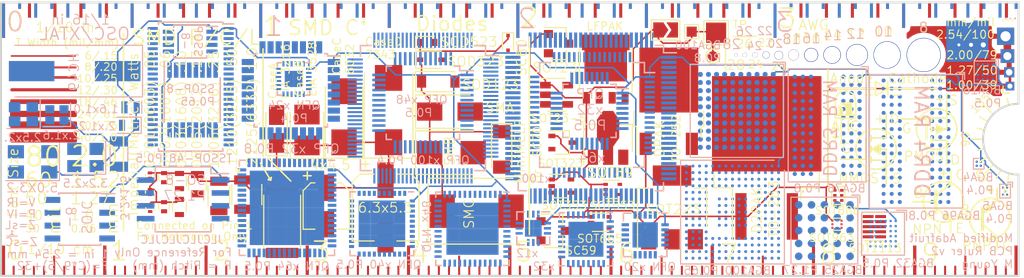
<source format=kicad_pcb>
(kicad_pcb (version 20171130) (host pcbnew 5.1.4+dfsg1-1)
  (layers (0 Top signal) (31 Bottom signal hide) (34 B.Paste user hide) (35 F.Paste user) (36 B.SilkS user hide) (37 F.SilkS user) (38 B.Mask user hide) (39 F.Mask user) (44 Edge.Cuts user))
  (net 0 "")
  (net 1 /Pin1)
  (module Connectors_TestPoints:Test_Point_Pad_2.0x2.0mm (layer Top) (at 140.63 95.98)
    (fp_text reference TP3)
    (fp_text value TestPoint)
    (pad 1 smd rect (at 0 0) (size 2 2) (layers Top F.Mask) (net 1 /Pin1))
  )
  (module Connectors_TestPoints:Test_Point_Pad_d1.0mm (layer Top) (at 140.31 98.3)
    (fp_text reference TP2)
    (fp_text value TestPoint)
    (pad 1 smd circle (at 0 0) (size 1 1) (layers Top F.Mask) (net 1 /Pin1))
  )
  (module Connectors_TestPoints:Test_Point_Pad_1.0x1.0mm (layer Top) (at 138.22 95.88)
    (fp_text reference TP1)
    (fp_text value TestPoint)
    (pad 1 smd rect (at 0 0) (size 1 1) (layers Top F.Mask) (net 1 /Pin1))
  )
  (module Jumper:SolderJumper-2_P1.3mm_Open_TrianglePad1.0x1.5mm (layer Top) (at 135.645 95.71)
    (fp_text reference JP1)
    (fp_text value Jumper)
    (pad 1 smd custom (at -0.725 0) (size 0.3 0.3) (layers Top F.Mask) (net 1 /Pin1) (options (clearance outline) (anchor rect)) (primitives (gr_poly (pts (xy -0.5 -0.75) (xy 0.5 -0.75) (xy 1 0) (xy 0.5 0.75) (xy -0.5 0.75)) (width 0))))
    (pad 2 smd custom (at 0.725 0) (size 0.3 0.3) (layers Top F.Mask) (options (clearance outline) (anchor rect)) (primitives (gr_poly (pts (xy -0.65 -0.75) (xy 0.5 -0.75) (xy 0.5 0.75) (xy -0.65 0.75) (xy -0.15 0)) (width 0))))
  )
  (module Diodes_SMD:D_SOD-323 (layer Top) (at 112.45 98.65)
    (fp_text reference D3)
    (fp_text value DSOD323)
    (pad 1 smd rect (at -1.05 0) (size 0.6 0.45) (layers Top F.Paste F.Mask) (net 1 /Pin1))
    (pad 2 smd rect (at 1.05 0) (size 0.6 0.45) (layers Top F.Paste F.Mask))
  )
  (module Diodes_SMD:D_SOD-123 (layer Top) (at 113.19 100.81)
    (fp_text reference D2)
    (fp_text value DSOD123)
    (pad 1 smd rect (at -1.65 0) (size 0.9 1.2) (layers Top F.Paste F.Mask) (net 1 /Pin1))
    (pad 2 smd rect (at 1.65 0) (size 0.9 1.2) (layers Top F.Paste F.Mask))
  )
  (module Resistors_SMD:R_2512 (layer Top) (at 97.77 114.63 270)
    (fp_text reference R12)
    (fp_text value R2512)
    (pad 2 smd rect (at 3.1 0 270) (size 1 3.2) (layers Top F.Paste F.Mask))
    (pad 1 smd rect (at -3.1 0 270) (size 1 3.2) (layers Top F.Paste F.Mask) (net 1 /Pin1))
  )
  (module TO_SOT_Packages_SMD:SOT-669_LFPAK (layer Top) (at 129.73 99.575 90)
    (fp_text reference Q8)
    (fp_text value LFPAK)
    (pad 5 smd rect (at 0.185 0 90) (size 0.6 0.9) (layers Top F.Paste F.Mask))
    (pad 5 smd rect (at 2.885 0.6) (size 0.6 0.9) (layers Top F.Paste F.Mask))
    (pad 4 smd rect (at -2.835 1.91) (size 0.7 1.15) (layers Top F.Paste F.Mask))
    (pad 5 smd rect (at 0.435 0) (size 4.2 3.3) (layers Top F.Paste F.Mask))
    (pad 5 smd rect (at 2.635 0) (size 4.7 1.55) (layers Top F.Paste F.Mask))
    (pad 3 smd rect (at -2.835 0.64) (size 0.7 1.15) (layers Top F.Paste F.Mask))
    (pad 1 smd rect (at -2.835 -1.91) (size 0.7 1.15) (layers Top F.Paste F.Mask) (net 1 /Pin1))
    (pad 2 smd rect (at -2.835 -0.64) (size 0.7 1.15) (layers Top F.Paste F.Mask))
    (pad 5 smd rect (at 2.885 -0.6) (size 0.6 0.9) (layers Top F.Paste F.Mask))
    (pad 5 smd rect (at 2.885 1.88) (size 0.6 0.9) (layers Top F.Paste F.Mask))
    (pad 5 smd rect (at 2.885 -1.88) (size 0.6 0.9) (layers Top F.Paste F.Mask))
    (pad 5 smd rect (at -0.665 0 90) (size 0.6 0.9) (layers Top F.Paste F.Mask))
    (pad 5 smd rect (at 1.035 0 90) (size 0.6 0.9) (layers Top F.Paste F.Mask))
    (pad 5 smd rect (at 1.035 1.15 90) (size 0.6 0.9) (layers Top F.Paste F.Mask))
    (pad 5 smd rect (at -0.665 1.15 90) (size 0.6 0.9) (layers Top F.Paste F.Mask))
    (pad 5 smd rect (at 0.185 1.15 90) (size 0.6 0.9) (layers Top F.Paste F.Mask))
    (pad 5 smd rect (at 1.035 -1.15 90) (size 0.6 0.9) (layers Top F.Paste F.Mask))
    (pad 5 smd rect (at -0.665 -1.15 90) (size 0.6 0.9) (layers Top F.Paste F.Mask))
    (pad 5 smd rect (at 0.185 -1.15 90) (size 0.6 0.9) (layers Top F.Paste F.Mask))
  )
  (module PCB_Ruler:EDGE-INCHES-SIXTEENTH (layer Bottom) (at 171.85 93 180)
    (fp_text reference U19 hide)
    (fp_text value 3_16in hide)
    (fp_poly (pts (xy 25.25 -3.5) (xy 25.55 -3.5) (xy 25.55 0) (xy 25.25 0)) (layer Bottom) (width 0))
    (fp_poly (pts (xy 23.6625 -0.635) (xy 23.9625 -0.635) (xy 23.9625 0) (xy 23.6625 0)) (layer Bottom) (width 0))
    (fp_poly (pts (xy 22.075 -1.5) (xy 22.375 -1.5) (xy 22.375 0) (xy 22.075 0)) (layer Bottom) (width 0))
    (fp_poly (pts (xy 18.9 -1.5) (xy 19.2 -1.5) (xy 19.2 0) (xy 18.9 0)) (layer Bottom) (width 0))
    (fp_poly (pts (xy 15.725 -1.5) (xy 16.025 -1.5) (xy 16.025 0) (xy 15.725 0)) (layer Bottom) (width 0))
    (fp_poly (pts (xy 12.55 -2.5) (xy 12.85 -2.5) (xy 12.85 0) (xy 12.55 0)) (layer Bottom) (width 0))
    (fp_poly (pts (xy 9.375 -1.5) (xy 9.675 -1.5) (xy 9.675 0) (xy 9.375 0)) (layer Bottom) (width 0))
    (fp_poly (pts (xy 6.2 -1.5) (xy 6.5 -1.5) (xy 6.5 0) (xy 6.2 0)) (layer Bottom) (width 0))
    (fp_poly (pts (xy 3.025 -1.5) (xy 3.325 -1.5) (xy 3.325 0) (xy 3.025 0)) (layer Bottom) (width 0))
    (fp_poly (pts (xy 1.4375 -0.635) (xy 1.7375 -0.635) (xy 1.7375 0) (xy 1.4375 0)) (layer Bottom) (width 0))
    (fp_poly (pts (xy 4.6125 -0.635) (xy 4.9125 -0.635) (xy 4.9125 0) (xy 4.6125 0)) (layer Bottom) (width 0))
    (fp_poly (pts (xy 7.7875 -0.635) (xy 8.0875 -0.635) (xy 8.0875 0) (xy 7.7875 0)) (layer Bottom) (width 0))
    (fp_poly (pts (xy 10.9625 -0.635) (xy 11.2625 -0.635) (xy 11.2625 0) (xy 10.9625 0)) (layer Bottom) (width 0))
    (fp_poly (pts (xy 14.1375 -0.635) (xy 14.4375 -0.635) (xy 14.4375 0) (xy 14.1375 0)) (layer Bottom) (width 0))
    (fp_poly (pts (xy 17.3125 -0.635) (xy 17.6125 -0.635) (xy 17.6125 0) (xy 17.3125 0)) (layer Bottom) (width 0))
    (fp_poly (pts (xy 20.4875 -0.635) (xy 20.7875 -0.635) (xy 20.7875 0) (xy 20.4875 0)) (layer Bottom) (width 0))
  )
  (module PCB_Ruler:EDGE-INCHES-SIXTEENTH (layer Bottom) (at 146.45 93 180)
    (fp_text reference U18 hide)
    (fp_text value 2_16in hide)
    (fp_poly (pts (xy 25.25 -3.5) (xy 25.55 -3.5) (xy 25.55 0) (xy 25.25 0)) (layer Bottom) (width 0))
    (fp_poly (pts (xy 23.6625 -0.635) (xy 23.9625 -0.635) (xy 23.9625 0) (xy 23.6625 0)) (layer Bottom) (width 0))
    (fp_poly (pts (xy 22.075 -1.5) (xy 22.375 -1.5) (xy 22.375 0) (xy 22.075 0)) (layer Bottom) (width 0))
    (fp_poly (pts (xy 18.9 -1.5) (xy 19.2 -1.5) (xy 19.2 0) (xy 18.9 0)) (layer Bottom) (width 0))
    (fp_poly (pts (xy 15.725 -1.5) (xy 16.025 -1.5) (xy 16.025 0) (xy 15.725 0)) (layer Bottom) (width 0))
    (fp_poly (pts (xy 12.55 -2.5) (xy 12.85 -2.5) (xy 12.85 0) (xy 12.55 0)) (layer Bottom) (width 0))
    (fp_poly (pts (xy 9.375 -1.5) (xy 9.675 -1.5) (xy 9.675 0) (xy 9.375 0)) (layer Bottom) (width 0))
    (fp_poly (pts (xy 6.2 -1.5) (xy 6.5 -1.5) (xy 6.5 0) (xy 6.2 0)) (layer Bottom) (width 0))
    (fp_poly (pts (xy 3.025 -1.5) (xy 3.325 -1.5) (xy 3.325 0) (xy 3.025 0)) (layer Bottom) (width 0))
    (fp_poly (pts (xy 1.4375 -0.635) (xy 1.7375 -0.635) (xy 1.7375 0) (xy 1.4375 0)) (layer Bottom) (width 0))
    (fp_poly (pts (xy 4.6125 -0.635) (xy 4.9125 -0.635) (xy 4.9125 0) (xy 4.6125 0)) (layer Bottom) (width 0))
    (fp_poly (pts (xy 7.7875 -0.635) (xy 8.0875 -0.635) (xy 8.0875 0) (xy 7.7875 0)) (layer Bottom) (width 0))
    (fp_poly (pts (xy 10.9625 -0.635) (xy 11.2625 -0.635) (xy 11.2625 0) (xy 10.9625 0)) (layer Bottom) (width 0))
    (fp_poly (pts (xy 14.1375 -0.635) (xy 14.4375 -0.635) (xy 14.4375 0) (xy 14.1375 0)) (layer Bottom) (width 0))
    (fp_poly (pts (xy 17.3125 -0.635) (xy 17.6125 -0.635) (xy 17.6125 0) (xy 17.3125 0)) (layer Bottom) (width 0))
    (fp_poly (pts (xy 20.4875 -0.635) (xy 20.7875 -0.635) (xy 20.7875 0) (xy 20.4875 0)) (layer Bottom) (width 0))
  )
  (module PCB_Ruler:EDGE-INCHES-SIXTEENTH (layer Bottom) (at 121.05 93 180)
    (fp_text reference U17 hide)
    (fp_text value 1_16in hide)
    (fp_poly (pts (xy 25.25 -3.5) (xy 25.55 -3.5) (xy 25.55 0) (xy 25.25 0)) (layer Bottom) (width 0))
    (fp_poly (pts (xy 23.6625 -0.635) (xy 23.9625 -0.635) (xy 23.9625 0) (xy 23.6625 0)) (layer Bottom) (width 0))
    (fp_poly (pts (xy 22.075 -1.5) (xy 22.375 -1.5) (xy 22.375 0) (xy 22.075 0)) (layer Bottom) (width 0))
    (fp_poly (pts (xy 18.9 -1.5) (xy 19.2 -1.5) (xy 19.2 0) (xy 18.9 0)) (layer Bottom) (width 0))
    (fp_poly (pts (xy 15.725 -1.5) (xy 16.025 -1.5) (xy 16.025 0) (xy 15.725 0)) (layer Bottom) (width 0))
    (fp_poly (pts (xy 12.55 -2.5) (xy 12.85 -2.5) (xy 12.85 0) (xy 12.55 0)) (layer Bottom) (width 0))
    (fp_poly (pts (xy 9.375 -1.5) (xy 9.675 -1.5) (xy 9.675 0) (xy 9.375 0)) (layer Bottom) (width 0))
    (fp_poly (pts (xy 6.2 -1.5) (xy 6.5 -1.5) (xy 6.5 0) (xy 6.2 0)) (layer Bottom) (width 0))
    (fp_poly (pts (xy 3.025 -1.5) (xy 3.325 -1.5) (xy 3.325 0) (xy 3.025 0)) (layer Bottom) (width 0))
    (fp_poly (pts (xy 1.4375 -0.635) (xy 1.7375 -0.635) (xy 1.7375 0) (xy 1.4375 0)) (layer Bottom) (width 0))
    (fp_poly (pts (xy 4.6125 -0.635) (xy 4.9125 -0.635) (xy 4.9125 0) (xy 4.6125 0)) (layer Bottom) (width 0))
    (fp_poly (pts (xy 7.7875 -0.635) (xy 8.0875 -0.635) (xy 8.0875 0) (xy 7.7875 0)) (layer Bottom) (width 0))
    (fp_poly (pts (xy 10.9625 -0.635) (xy 11.2625 -0.635) (xy 11.2625 0) (xy 10.9625 0)) (layer Bottom) (width 0))
    (fp_poly (pts (xy 14.1375 -0.635) (xy 14.4375 -0.635) (xy 14.4375 0) (xy 14.1375 0)) (layer Bottom) (width 0))
    (fp_poly (pts (xy 17.3125 -0.635) (xy 17.6125 -0.635) (xy 17.6125 0) (xy 17.3125 0)) (layer Bottom) (width 0))
    (fp_poly (pts (xy 20.4875 -0.635) (xy 20.7875 -0.635) (xy 20.7875 0) (xy 20.4875 0)) (layer Bottom) (width 0))
  )
  (module PCB_Ruler:EDGE-INCHES-SIXTEENTH (layer Bottom) (at 95.65 93 180)
    (fp_text reference U16 hide)
    (fp_text value 0_16in hide)
    (fp_poly (pts (xy 25.25 -3.5) (xy 25.55 -3.5) (xy 25.55 0) (xy 25.25 0)) (layer Bottom) (width 0))
    (fp_poly (pts (xy 23.6625 -0.635) (xy 23.9625 -0.635) (xy 23.9625 0) (xy 23.6625 0)) (layer Bottom) (width 0))
    (fp_poly (pts (xy 22.075 -1.5) (xy 22.375 -1.5) (xy 22.375 0) (xy 22.075 0)) (layer Bottom) (width 0))
    (fp_poly (pts (xy 18.9 -1.5) (xy 19.2 -1.5) (xy 19.2 0) (xy 18.9 0)) (layer Bottom) (width 0))
    (fp_poly (pts (xy 15.725 -1.5) (xy 16.025 -1.5) (xy 16.025 0) (xy 15.725 0)) (layer Bottom) (width 0))
    (fp_poly (pts (xy 12.55 -2.5) (xy 12.85 -2.5) (xy 12.85 0) (xy 12.55 0)) (layer Bottom) (width 0))
    (fp_poly (pts (xy 9.375 -1.5) (xy 9.675 -1.5) (xy 9.675 0) (xy 9.375 0)) (layer Bottom) (width 0))
    (fp_poly (pts (xy 6.2 -1.5) (xy 6.5 -1.5) (xy 6.5 0) (xy 6.2 0)) (layer Bottom) (width 0))
    (fp_poly (pts (xy 3.025 -1.5) (xy 3.325 -1.5) (xy 3.325 0) (xy 3.025 0)) (layer Bottom) (width 0))
    (fp_poly (pts (xy 1.4375 -0.635) (xy 1.7375 -0.635) (xy 1.7375 0) (xy 1.4375 0)) (layer Bottom) (width 0))
    (fp_poly (pts (xy 4.6125 -0.635) (xy 4.9125 -0.635) (xy 4.9125 0) (xy 4.6125 0)) (layer Bottom) (width 0))
    (fp_poly (pts (xy 7.7875 -0.635) (xy 8.0875 -0.635) (xy 8.0875 0) (xy 7.7875 0)) (layer Bottom) (width 0))
    (fp_poly (pts (xy 10.9625 -0.635) (xy 11.2625 -0.635) (xy 11.2625 0) (xy 10.9625 0)) (layer Bottom) (width 0))
    (fp_poly (pts (xy 14.1375 -0.635) (xy 14.4375 -0.635) (xy 14.4375 0) (xy 14.1375 0)) (layer Bottom) (width 0))
    (fp_poly (pts (xy 17.3125 -0.635) (xy 17.6125 -0.635) (xy 17.6125 0) (xy 17.3125 0)) (layer Bottom) (width 0))
    (fp_poly (pts (xy 20.4875 -0.635) (xy 20.7875 -0.635) (xy 20.7875 0) (xy 20.4875 0)) (layer Bottom) (width 0))
  )
  (module PCB_Ruler:LED-GUIDE (layer Top) (at 153.81 105.03)
    (fp_text reference E$53 hide)
    (fp_text value "" hide)
    (fp_text user + (at -1.4 1.2) (layer F.SilkS) (effects (font (size 0.8 0.8))))
    (fp_text user A (at -1.4 0.2) (layer F.SilkS))
    (fp_text user C (at 0.5 0.2) (layer F.SilkS))
  )
  (module PCB_Ruler:PNP-SYMB (layer Top) (at 167.69 114.34)
    (fp_text reference E$59 hide)
    (fp_text value "" hide)
    (fp_text user PNP (at -2.84 3.24) (layer F.SilkS) (effects (font (size 0.9652 0.9652) (thickness 0.1016)) (justify left bottom)))
    (fp_text user B (at -3 -0.3) (layer F.SilkS) (effects (font (size 0.9652 0.9652) (thickness 0.1016)) (justify left bottom)))
    (fp_text user E (at 1.1 -2.1) (layer F.SilkS) (effects (font (size 0.9652 0.9652) (thickness 0.1016)) (justify left bottom)))
    (fp_text user C (at 1.1 3.2) (layer F.SilkS) (effects (font (size 0.9652 0.9652) (thickness 0.1016)) (justify left bottom)))
  )
  (module PCB_Ruler:NPN-SYMB (layer Top) (at 163.09 112.68)
    (fp_text reference E$54 hide)
    (fp_text value "" hide)
    (fp_text user NPN (at -3.16 3.3) (layer F.SilkS) (effects (font (size 0.9652 0.9652) (thickness 0.1016)) (justify left bottom)))
    (fp_text user B (at -3 -0.3) (layer F.SilkS) (effects (font (size 0.9652 0.9652) (thickness 0.1016)) (justify left bottom)))
    (fp_text user C (at 1.1 -2.1) (layer F.SilkS) (effects (font (size 0.9652 0.9652) (thickness 0.1016)) (justify left bottom)))
    (fp_text user E (at 1.1 3.2) (layer F.SilkS) (effects (font (size 0.9652 0.9652) (thickness 0.1016)) (justify left bottom)))
  )
  (module PCB_Ruler:PMOS-SYMB (layer Top) (at 162.41 105.5)
    (fp_text reference E$51 hide)
    (fp_text value "" hide)
    (fp_text user PMOS (at -3.31 3.27) (layer F.SilkS) (effects (font (size 0.9652 0.9652) (thickness 0.1016)) (justify left bottom)))
    (fp_text user + (at -0.31 -2.46) (layer F.SilkS) (effects (font (size 0.9652 0.9652) (thickness 0.1016)) (justify left bottom)))
    (fp_text user S (at 1.12 -2.26) (layer F.SilkS) (effects (font (size 0.9652 0.9652) (thickness 0.1016)) (justify left bottom)))
    (fp_text user G (at -3.5 0.5) (layer F.SilkS) (effects (font (size 0.9652 0.9652) (thickness 0.1016)) (justify left bottom)))
  )
  (module PCB_Ruler:NMOS-SYMB (layer Top) (at 156.43 107.47)
    (fp_text reference E$50 hide)
    (fp_text value "" hide)
    (fp_text user NMOS (at 0.38 2.33) (layer F.SilkS) (effects (font (size 0.9652 0.9652) (thickness 0.1016)) (justify right top)))
    (fp_text user + (at -0.27 -2.48) (layer F.SilkS) (effects (font (size 0.9652 0.9652) (thickness 0.1016)) (justify left bottom)))
    (fp_text user S (at 1.5 3.5) (layer F.SilkS) (effects (font (size 0.9652 0.9652) (thickness 0.1016)) (justify left bottom)))
    (fp_text user G (at -3.5 0.5) (layer F.SilkS) (effects (font (size 0.9652 0.9652) (thickness 0.1016)) (justify left bottom)))
  )
  (module PCB_Ruler:Mounting_Hole_10AWG (layer Top) (at 157.52 95.89)
    (fp_text reference H2)
    (fp_text value 10AWG)
    (pad 1 thru_hole circle (at 0 2.286) (size 2.6882 2.6882) (drill 2.5882) (layers *.Mask Top))
  )
  (module PCB_Ruler:EDGE-INCHES-TENTH (layer Top) (at 121.05 93)
    (fp_text reference U22 hide)
    (fp_text value 2_10in hide)
    (fp_poly (pts (xy 15.113 1.5) (xy 15.413 1.5) (xy 15.413 0) (xy 15.113 0)) (layer Top) (width 0))
    (fp_poly (pts (xy 17.63 1.5) (xy 17.93 1.5) (xy 17.93 0) (xy 17.63 0)) (layer Top) (width 0))
    (fp_poly (pts (xy 20.193 1.5) (xy 20.493 1.5) (xy 20.493 0) (xy 20.193 0)) (layer Top) (width 0))
    (fp_poly (pts (xy 22.71 1.5) (xy 23.01 1.5) (xy 23.01 0) (xy 22.71 0)) (layer Top) (width 0))
    (fp_poly (pts (xy 12.55 2.5) (xy 12.85 2.5) (xy 12.85 0) (xy 12.55 0)) (layer Top) (width 0))
    (fp_poly (pts (xy 4.93 1.5) (xy 5.23 1.5) (xy 5.23 0) (xy 4.93 0)) (layer Top) (width 0))
    (fp_poly (pts (xy 2.413 1.5) (xy 2.713 1.5) (xy 2.713 0) (xy 2.413 0)) (layer Top) (width 0))
    (fp_poly (pts (xy -0.15 3.5) (xy 0.15 3.5) (xy 0.15 0) (xy -0.15 0)) (layer Top) (width 0))
    (fp_poly (pts (xy 7.493 1.5) (xy 7.793 1.5) (xy 7.793 0) (xy 7.493 0)) (layer Top) (width 0))
    (fp_poly (pts (xy 10.01 1.5) (xy 10.31 1.5) (xy 10.31 0) (xy 10.01 0)) (layer Top) (width 0))
  )
  (module PCB_Ruler:EDGE-INCHES-TENTH (layer Top) (at 95.65 93)
    (fp_text reference U21 hide)
    (fp_text value 1_10in hide)
    (fp_poly (pts (xy 10.01 1.5) (xy 10.31 1.5) (xy 10.31 0) (xy 10.01 0)) (layer Top) (width 0))
    (fp_poly (pts (xy 7.493 1.5) (xy 7.793 1.5) (xy 7.793 0) (xy 7.493 0)) (layer Top) (width 0))
    (fp_poly (pts (xy -0.15 3.5) (xy 0.15 3.5) (xy 0.15 0) (xy -0.15 0)) (layer Top) (width 0))
    (fp_poly (pts (xy 2.413 1.5) (xy 2.713 1.5) (xy 2.713 0) (xy 2.413 0)) (layer Top) (width 0))
    (fp_poly (pts (xy 4.93 1.5) (xy 5.23 1.5) (xy 5.23 0) (xy 4.93 0)) (layer Top) (width 0))
    (fp_poly (pts (xy 12.55 2.5) (xy 12.85 2.5) (xy 12.85 0) (xy 12.55 0)) (layer Top) (width 0))
    (fp_poly (pts (xy 22.71 1.5) (xy 23.01 1.5) (xy 23.01 0) (xy 22.71 0)) (layer Top) (width 0))
    (fp_poly (pts (xy 20.193 1.5) (xy 20.493 1.5) (xy 20.493 0) (xy 20.193 0)) (layer Top) (width 0))
    (fp_poly (pts (xy 17.63 1.5) (xy 17.93 1.5) (xy 17.93 0) (xy 17.63 0)) (layer Top) (width 0))
    (fp_poly (pts (xy 15.113 1.5) (xy 15.413 1.5) (xy 15.413 0) (xy 15.113 0)) (layer Top) (width 0))
  )
  (module PCB_Ruler:EDGE-INCHES-TENTH (layer Top) (at 70.25 93)
    (fp_text reference U20 hide)
    (fp_text value 0_10in hide)
    (fp_poly (pts (xy 15.113 1.5) (xy 15.413 1.5) (xy 15.413 0) (xy 15.113 0)) (layer Top) (width 0))
    (fp_poly (pts (xy 17.63 1.5) (xy 17.93 1.5) (xy 17.93 0) (xy 17.63 0)) (layer Top) (width 0))
    (fp_poly (pts (xy 20.193 1.5) (xy 20.493 1.5) (xy 20.493 0) (xy 20.193 0)) (layer Top) (width 0))
    (fp_poly (pts (xy 22.71 1.5) (xy 23.01 1.5) (xy 23.01 0) (xy 22.71 0)) (layer Top) (width 0))
    (fp_poly (pts (xy 12.55 2.5) (xy 12.85 2.5) (xy 12.85 0) (xy 12.55 0)) (layer Top) (width 0))
    (fp_poly (pts (xy 4.93 1.5) (xy 5.23 1.5) (xy 5.23 0) (xy 4.93 0)) (layer Top) (width 0))
    (fp_poly (pts (xy 2.413 1.5) (xy 2.713 1.5) (xy 2.713 0) (xy 2.413 0)) (layer Top) (width 0))
    (fp_poly (pts (xy -0.15 3.5) (xy 0.15 3.5) (xy 0.15 0) (xy -0.15 0)) (layer Top) (width 0))
    (fp_poly (pts (xy 7.493 1.5) (xy 7.793 1.5) (xy 7.793 0) (xy 7.493 0)) (layer Top) (width 0))
    (fp_poly (pts (xy 10.01 1.5) (xy 10.31 1.5) (xy 10.31 0) (xy 10.01 0)) (layer Top) (width 0))
  )
  (module PCB_Ruler:EDGE-MILLIMETERS (layer Top) (at 160.25 120)
    (fp_text reference U14 hide)
    (fp_text value 9mm hide)
    (fp_poly (pts (xy -0.15 0) (xy 0.15 0) (xy 0.15 -3) (xy -0.15 -3)) (layer Top) (width 0))
    (fp_poly (pts (xy 0.9 0) (xy 1.1 0) (xy 1.1 -1) (xy 0.9 -1)) (layer Top) (width 0))
    (fp_poly (pts (xy 1.9 0) (xy 2.1 0) (xy 2.1 -1) (xy 1.9 -1)) (layer Top) (width 0))
    (fp_poly (pts (xy 2.9 0) (xy 3.1 0) (xy 3.1 -1) (xy 2.9 -1)) (layer Top) (width 0))
    (fp_poly (pts (xy 4.9 0) (xy 5.1 0) (xy 5.1 -2) (xy 4.9 -2)) (layer Top) (width 0))
    (fp_poly (pts (xy 3.9 0) (xy 4.1 0) (xy 4.1 -1) (xy 3.9 -1)) (layer Top) (width 0))
    (fp_poly (pts (xy 5.9 0) (xy 6.1 0) (xy 6.1 -1) (xy 5.9 -1)) (layer Top) (width 0))
    (fp_poly (pts (xy 6.9 0) (xy 7.1 0) (xy 7.1 -1) (xy 6.9 -1)) (layer Top) (width 0))
    (fp_poly (pts (xy 7.9 0) (xy 8.1 0) (xy 8.1 -1) (xy 7.9 -1)) (layer Top) (width 0))
    (fp_poly (pts (xy 8.9 0) (xy 9.1 0) (xy 9.1 -1) (xy 8.9 -1)) (layer Top) (width 0))
    (fp_poly (pts (xy 9.85 0) (xy 10.15 0) (xy 10.15 -3) (xy 9.85 -3)) (layer Top) (width 0))
  )
  (module PCB_Ruler:EDGE-MILLIMETERS (layer Top) (at 150.25 120)
    (fp_text reference U13 hide)
    (fp_text value 8mm hide)
    (fp_poly (pts (xy 9.85 0) (xy 10.15 0) (xy 10.15 -3) (xy 9.85 -3)) (layer Top) (width 0))
    (fp_poly (pts (xy 8.9 0) (xy 9.1 0) (xy 9.1 -1) (xy 8.9 -1)) (layer Top) (width 0))
    (fp_poly (pts (xy 7.9 0) (xy 8.1 0) (xy 8.1 -1) (xy 7.9 -1)) (layer Top) (width 0))
    (fp_poly (pts (xy 6.9 0) (xy 7.1 0) (xy 7.1 -1) (xy 6.9 -1)) (layer Top) (width 0))
    (fp_poly (pts (xy 5.9 0) (xy 6.1 0) (xy 6.1 -1) (xy 5.9 -1)) (layer Top) (width 0))
    (fp_poly (pts (xy 3.9 0) (xy 4.1 0) (xy 4.1 -1) (xy 3.9 -1)) (layer Top) (width 0))
    (fp_poly (pts (xy 4.9 0) (xy 5.1 0) (xy 5.1 -2) (xy 4.9 -2)) (layer Top) (width 0))
    (fp_poly (pts (xy 2.9 0) (xy 3.1 0) (xy 3.1 -1) (xy 2.9 -1)) (layer Top) (width 0))
    (fp_poly (pts (xy 1.9 0) (xy 2.1 0) (xy 2.1 -1) (xy 1.9 -1)) (layer Top) (width 0))
    (fp_poly (pts (xy 0.9 0) (xy 1.1 0) (xy 1.1 -1) (xy 0.9 -1)) (layer Top) (width 0))
    (fp_poly (pts (xy -0.15 0) (xy 0.15 0) (xy 0.15 -3) (xy -0.15 -3)) (layer Top) (width 0))
  )
  (module PCB_Ruler:EDGE-MILLIMETERS (layer Top) (at 140.25 120)
    (fp_text reference U12 hide)
    (fp_text value 7mm hide)
    (fp_poly (pts (xy -0.15 0) (xy 0.15 0) (xy 0.15 -3) (xy -0.15 -3)) (layer Top) (width 0))
    (fp_poly (pts (xy 0.9 0) (xy 1.1 0) (xy 1.1 -1) (xy 0.9 -1)) (layer Top) (width 0))
    (fp_poly (pts (xy 1.9 0) (xy 2.1 0) (xy 2.1 -1) (xy 1.9 -1)) (layer Top) (width 0))
    (fp_poly (pts (xy 2.9 0) (xy 3.1 0) (xy 3.1 -1) (xy 2.9 -1)) (layer Top) (width 0))
    (fp_poly (pts (xy 4.9 0) (xy 5.1 0) (xy 5.1 -2) (xy 4.9 -2)) (layer Top) (width 0))
    (fp_poly (pts (xy 3.9 0) (xy 4.1 0) (xy 4.1 -1) (xy 3.9 -1)) (layer Top) (width 0))
    (fp_poly (pts (xy 5.9 0) (xy 6.1 0) (xy 6.1 -1) (xy 5.9 -1)) (layer Top) (width 0))
    (fp_poly (pts (xy 6.9 0) (xy 7.1 0) (xy 7.1 -1) (xy 6.9 -1)) (layer Top) (width 0))
    (fp_poly (pts (xy 7.9 0) (xy 8.1 0) (xy 8.1 -1) (xy 7.9 -1)) (layer Top) (width 0))
    (fp_poly (pts (xy 8.9 0) (xy 9.1 0) (xy 9.1 -1) (xy 8.9 -1)) (layer Top) (width 0))
    (fp_poly (pts (xy 9.85 0) (xy 10.15 0) (xy 10.15 -3) (xy 9.85 -3)) (layer Top) (width 0))
  )
  (module PCB_Ruler:EDGE-MILLIMETERS (layer Top) (at 130.25 120)
    (fp_text reference U11 hide)
    (fp_text value 6mm hide)
    (fp_poly (pts (xy -0.15 0) (xy 0.15 0) (xy 0.15 -3) (xy -0.15 -3)) (layer Top) (width 0))
    (fp_poly (pts (xy 0.9 0) (xy 1.1 0) (xy 1.1 -1) (xy 0.9 -1)) (layer Top) (width 0))
    (fp_poly (pts (xy 1.9 0) (xy 2.1 0) (xy 2.1 -1) (xy 1.9 -1)) (layer Top) (width 0))
    (fp_poly (pts (xy 2.9 0) (xy 3.1 0) (xy 3.1 -1) (xy 2.9 -1)) (layer Top) (width 0))
    (fp_poly (pts (xy 4.9 0) (xy 5.1 0) (xy 5.1 -2) (xy 4.9 -2)) (layer Top) (width 0))
    (fp_poly (pts (xy 3.9 0) (xy 4.1 0) (xy 4.1 -1) (xy 3.9 -1)) (layer Top) (width 0))
    (fp_poly (pts (xy 5.9 0) (xy 6.1 0) (xy 6.1 -1) (xy 5.9 -1)) (layer Top) (width 0))
    (fp_poly (pts (xy 6.9 0) (xy 7.1 0) (xy 7.1 -1) (xy 6.9 -1)) (layer Top) (width 0))
    (fp_poly (pts (xy 7.9 0) (xy 8.1 0) (xy 8.1 -1) (xy 7.9 -1)) (layer Top) (width 0))
    (fp_poly (pts (xy 8.9 0) (xy 9.1 0) (xy 9.1 -1) (xy 8.9 -1)) (layer Top) (width 0))
    (fp_poly (pts (xy 9.85 0) (xy 10.15 0) (xy 10.15 -3) (xy 9.85 -3)) (layer Top) (width 0))
  )
  (module PCB_Ruler:EDGE-MILLIMETERS (layer Top) (at 120.25 120)
    (fp_text reference U10 hide)
    (fp_text value 5mm hide)
    (fp_poly (pts (xy 9.85 0) (xy 10.15 0) (xy 10.15 -3) (xy 9.85 -3)) (layer Top) (width 0))
    (fp_poly (pts (xy 8.9 0) (xy 9.1 0) (xy 9.1 -1) (xy 8.9 -1)) (layer Top) (width 0))
    (fp_poly (pts (xy 7.9 0) (xy 8.1 0) (xy 8.1 -1) (xy 7.9 -1)) (layer Top) (width 0))
    (fp_poly (pts (xy 6.9 0) (xy 7.1 0) (xy 7.1 -1) (xy 6.9 -1)) (layer Top) (width 0))
    (fp_poly (pts (xy 5.9 0) (xy 6.1 0) (xy 6.1 -1) (xy 5.9 -1)) (layer Top) (width 0))
    (fp_poly (pts (xy 3.9 0) (xy 4.1 0) (xy 4.1 -1) (xy 3.9 -1)) (layer Top) (width 0))
    (fp_poly (pts (xy 4.9 0) (xy 5.1 0) (xy 5.1 -2) (xy 4.9 -2)) (layer Top) (width 0))
    (fp_poly (pts (xy 2.9 0) (xy 3.1 0) (xy 3.1 -1) (xy 2.9 -1)) (layer Top) (width 0))
    (fp_poly (pts (xy 1.9 0) (xy 2.1 0) (xy 2.1 -1) (xy 1.9 -1)) (layer Top) (width 0))
    (fp_poly (pts (xy 0.9 0) (xy 1.1 0) (xy 1.1 -1) (xy 0.9 -1)) (layer Top) (width 0))
    (fp_poly (pts (xy -0.15 0) (xy 0.15 0) (xy 0.15 -3) (xy -0.15 -3)) (layer Top) (width 0))
  )
  (module PCB_Ruler:EDGE-MILLIMETERS (layer Top) (at 110.25 120)
    (fp_text reference U9 hide)
    (fp_text value 4mm hide)
    (fp_poly (pts (xy 9.85 0) (xy 10.15 0) (xy 10.15 -3) (xy 9.85 -3)) (layer Top) (width 0))
    (fp_poly (pts (xy 8.9 0) (xy 9.1 0) (xy 9.1 -1) (xy 8.9 -1)) (layer Top) (width 0))
    (fp_poly (pts (xy 7.9 0) (xy 8.1 0) (xy 8.1 -1) (xy 7.9 -1)) (layer Top) (width 0))
    (fp_poly (pts (xy 6.9 0) (xy 7.1 0) (xy 7.1 -1) (xy 6.9 -1)) (layer Top) (width 0))
    (fp_poly (pts (xy 5.9 0) (xy 6.1 0) (xy 6.1 -1) (xy 5.9 -1)) (layer Top) (width 0))
    (fp_poly (pts (xy 3.9 0) (xy 4.1 0) (xy 4.1 -1) (xy 3.9 -1)) (layer Top) (width 0))
    (fp_poly (pts (xy 4.9 0) (xy 5.1 0) (xy 5.1 -2) (xy 4.9 -2)) (layer Top) (width 0))
    (fp_poly (pts (xy 2.9 0) (xy 3.1 0) (xy 3.1 -1) (xy 2.9 -1)) (layer Top) (width 0))
    (fp_poly (pts (xy 1.9 0) (xy 2.1 0) (xy 2.1 -1) (xy 1.9 -1)) (layer Top) (width 0))
    (fp_poly (pts (xy 0.9 0) (xy 1.1 0) (xy 1.1 -1) (xy 0.9 -1)) (layer Top) (width 0))
    (fp_poly (pts (xy -0.15 0) (xy 0.15 0) (xy 0.15 -3) (xy -0.15 -3)) (layer Top) (width 0))
  )
  (module PCB_Ruler:EDGE-MILLIMETERS (layer Top) (at 100.25 120)
    (fp_text reference U8 hide)
    (fp_text value 3mm hide)
    (fp_poly (pts (xy -0.15 0) (xy 0.15 0) (xy 0.15 -3) (xy -0.15 -3)) (layer Top) (width 0))
    (fp_poly (pts (xy 0.9 0) (xy 1.1 0) (xy 1.1 -1) (xy 0.9 -1)) (layer Top) (width 0))
    (fp_poly (pts (xy 1.9 0) (xy 2.1 0) (xy 2.1 -1) (xy 1.9 -1)) (layer Top) (width 0))
    (fp_poly (pts (xy 2.9 0) (xy 3.1 0) (xy 3.1 -1) (xy 2.9 -1)) (layer Top) (width 0))
    (fp_poly (pts (xy 4.9 0) (xy 5.1 0) (xy 5.1 -2) (xy 4.9 -2)) (layer Top) (width 0))
    (fp_poly (pts (xy 3.9 0) (xy 4.1 0) (xy 4.1 -1) (xy 3.9 -1)) (layer Top) (width 0))
    (fp_poly (pts (xy 5.9 0) (xy 6.1 0) (xy 6.1 -1) (xy 5.9 -1)) (layer Top) (width 0))
    (fp_poly (pts (xy 6.9 0) (xy 7.1 0) (xy 7.1 -1) (xy 6.9 -1)) (layer Top) (width 0))
    (fp_poly (pts (xy 7.9 0) (xy 8.1 0) (xy 8.1 -1) (xy 7.9 -1)) (layer Top) (width 0))
    (fp_poly (pts (xy 8.9 0) (xy 9.1 0) (xy 9.1 -1) (xy 8.9 -1)) (layer Top) (width 0))
    (fp_poly (pts (xy 9.85 0) (xy 10.15 0) (xy 10.15 -3) (xy 9.85 -3)) (layer Top) (width 0))
  )
  (module PCB_Ruler:EDGE-MILLIMETERS (layer Top) (at 90.25 120)
    (fp_text reference U7 hide)
    (fp_text value 2mm hide)
    (fp_poly (pts (xy -0.15 0) (xy 0.15 0) (xy 0.15 -3) (xy -0.15 -3)) (layer Top) (width 0))
    (fp_poly (pts (xy 0.9 0) (xy 1.1 0) (xy 1.1 -1) (xy 0.9 -1)) (layer Top) (width 0))
    (fp_poly (pts (xy 1.9 0) (xy 2.1 0) (xy 2.1 -1) (xy 1.9 -1)) (layer Top) (width 0))
    (fp_poly (pts (xy 2.9 0) (xy 3.1 0) (xy 3.1 -1) (xy 2.9 -1)) (layer Top) (width 0))
    (fp_poly (pts (xy 4.9 0) (xy 5.1 0) (xy 5.1 -2) (xy 4.9 -2)) (layer Top) (width 0))
    (fp_poly (pts (xy 3.9 0) (xy 4.1 0) (xy 4.1 -1) (xy 3.9 -1)) (layer Top) (width 0))
    (fp_poly (pts (xy 5.9 0) (xy 6.1 0) (xy 6.1 -1) (xy 5.9 -1)) (layer Top) (width 0))
    (fp_poly (pts (xy 6.9 0) (xy 7.1 0) (xy 7.1 -1) (xy 6.9 -1)) (layer Top) (width 0))
    (fp_poly (pts (xy 7.9 0) (xy 8.1 0) (xy 8.1 -1) (xy 7.9 -1)) (layer Top) (width 0))
    (fp_poly (pts (xy 8.9 0) (xy 9.1 0) (xy 9.1 -1) (xy 8.9 -1)) (layer Top) (width 0))
    (fp_poly (pts (xy 9.85 0) (xy 10.15 0) (xy 10.15 -3) (xy 9.85 -3)) (layer Top) (width 0))
  )
  (module PCB_Ruler:EDGE-MILLIMETERS (layer Top) (at 80.25 120)
    (fp_text reference U6 hide)
    (fp_text value 1mm hide)
    (fp_poly (pts (xy 9.85 0) (xy 10.15 0) (xy 10.15 -3) (xy 9.85 -3)) (layer Top) (width 0))
    (fp_poly (pts (xy 8.9 0) (xy 9.1 0) (xy 9.1 -1) (xy 8.9 -1)) (layer Top) (width 0))
    (fp_poly (pts (xy 7.9 0) (xy 8.1 0) (xy 8.1 -1) (xy 7.9 -1)) (layer Top) (width 0))
    (fp_poly (pts (xy 6.9 0) (xy 7.1 0) (xy 7.1 -1) (xy 6.9 -1)) (layer Top) (width 0))
    (fp_poly (pts (xy 5.9 0) (xy 6.1 0) (xy 6.1 -1) (xy 5.9 -1)) (layer Top) (width 0))
    (fp_poly (pts (xy 3.9 0) (xy 4.1 0) (xy 4.1 -1) (xy 3.9 -1)) (layer Top) (width 0))
    (fp_poly (pts (xy 4.9 0) (xy 5.1 0) (xy 5.1 -2) (xy 4.9 -2)) (layer Top) (width 0))
    (fp_poly (pts (xy 2.9 0) (xy 3.1 0) (xy 3.1 -1) (xy 2.9 -1)) (layer Top) (width 0))
    (fp_poly (pts (xy 1.9 0) (xy 2.1 0) (xy 2.1 -1) (xy 1.9 -1)) (layer Top) (width 0))
    (fp_poly (pts (xy 0.9 0) (xy 1.1 0) (xy 1.1 -1) (xy 0.9 -1)) (layer Top) (width 0))
    (fp_poly (pts (xy -0.15 0) (xy 0.15 0) (xy 0.15 -3) (xy -0.15 -3)) (layer Top) (width 0))
  )
  (module PCB_Ruler:EDGE-MILLIMETERS (layer Top) (at 70.25 120)
    (fp_text reference U5 hide)
    (fp_text value 0mm hide)
    (fp_poly (pts (xy 9.85 0) (xy 10.15 0) (xy 10.15 -3) (xy 9.85 -3)) (layer Top) (width 0))
    (fp_poly (pts (xy 8.9 0) (xy 9.1 0) (xy 9.1 -1) (xy 8.9 -1)) (layer Top) (width 0))
    (fp_poly (pts (xy 7.9 0) (xy 8.1 0) (xy 8.1 -1) (xy 7.9 -1)) (layer Top) (width 0))
    (fp_poly (pts (xy 6.9 0) (xy 7.1 0) (xy 7.1 -1) (xy 6.9 -1)) (layer Top) (width 0))
    (fp_poly (pts (xy 5.9 0) (xy 6.1 0) (xy 6.1 -1) (xy 5.9 -1)) (layer Top) (width 0))
    (fp_poly (pts (xy 3.9 0) (xy 4.1 0) (xy 4.1 -1) (xy 3.9 -1)) (layer Top) (width 0))
    (fp_poly (pts (xy 4.9 0) (xy 5.1 0) (xy 5.1 -2) (xy 4.9 -2)) (layer Top) (width 0))
    (fp_poly (pts (xy 2.9 0) (xy 3.1 0) (xy 3.1 -1) (xy 2.9 -1)) (layer Top) (width 0))
    (fp_poly (pts (xy 1.9 0) (xy 2.1 0) (xy 2.1 -1) (xy 1.9 -1)) (layer Top) (width 0))
    (fp_poly (pts (xy 0.9 0) (xy 1.1 0) (xy 1.1 -1) (xy 0.9 -1)) (layer Top) (width 0))
    (fp_poly (pts (xy -0.15 0) (xy 0.15 0) (xy 0.15 -3) (xy -0.15 -3)) (layer Top) (width 0))
  )
  (module TO_SOT_Packages_SMD:SOT-665 (layer Top) (at 129.21 114.71)
    (fp_text reference Q16)
    (fp_text value SOT665)
    (pad 5 smd rect (at 0.85 -0.54) (size 0.5 0.38) (layers Top F.Paste F.Mask))
    (pad 4 smd rect (at 0.85 0.54) (size 0.5 0.38) (layers Top F.Paste F.Mask))
    (pad 2 smd rect (at -0.93 0) (size 0.65 0.3) (layers Top F.Paste F.Mask))
    (pad 3 smd rect (at -0.85 0.54) (size 0.5 0.38) (layers Top F.Paste F.Mask))
    (pad 1 smd rect (at -0.85 -0.54) (size 0.5 0.38) (layers Top F.Paste F.Mask) (net 1 /Pin1))
  )
  (module TO_SOT_Packages_SMD:SOT-1333-1 (layer Top) (at 156.265 115.14 270)
    (fp_text reference Q15)
    (fp_text value SOT1113)
    (pad 9 smd rect (at -1 -0.615 270) (size 0.3 1.07) (layers Top F.Paste F.Mask))
    (pad 8 smd rect (at -0.5 -0.615 270) (size 0.3 1.07) (layers Top F.Paste F.Mask))
    (pad 7 smd rect (at 0.5 -0.615 270) (size 0.3 1.07) (layers Top F.Paste F.Mask))
    (pad 6 smd rect (at 1 -0.615 270) (size 0.3 1.07) (layers Top F.Paste F.Mask))
    (pad 5 smd rect (at 1 0.615 270) (size 0.3 1.07) (layers Top F.Paste F.Mask))
    (pad 4 smd rect (at 0.5 0.615 270) (size 0.3 1.07) (layers Top F.Paste F.Mask))
    (pad 3 smd rect (at 0 0 270) (size 0.3 2.3) (layers Top F.Paste F.Mask))
    (pad 2 smd rect (at -0.5 0.615 270) (size 0.3 1.07) (layers Top F.Paste F.Mask))
    (pad 1 smd rect (at -1 0.615 270) (size 0.3 1.07) (layers Top F.Paste F.Mask) (net 1 /Pin1))
  )
  (module Crystals:Crystal_SMD_3215-2pin_3.2x1.5mm (layer Bottom) (at 81.65 107.97 90)
    (fp_text reference XT8)
    (fp_text value 3.2x1.5)
    (pad 2 smd rect (at -1.25 0 90) (size 1 1.8) (layers Bottom B.Paste B.Mask))
    (pad 1 smd rect (at 1.25 0 90) (size 1 1.8) (layers Bottom B.Paste B.Mask) (net 1 /Pin1))
  )
  (module Crystals:Crystal_SMD_5032-4pin_5.0x3.2mm (layer Bottom) (at 73.12 108.74 180)
    (fp_text reference XT6)
    (fp_text value 5x3.2)
    (pad 4 smd rect (at -1.65 1 180) (size 1.6 1.3) (layers Bottom B.Paste B.Mask))
    (pad 3 smd rect (at 1.65 1 180) (size 1.6 1.3) (layers Bottom B.Paste B.Mask))
    (pad 2 smd rect (at 1.65 -1 180) (size 1.6 1.3) (layers Bottom B.Paste B.Mask))
    (pad 1 smd rect (at -1.65 -1 180) (size 1.6 1.3) (layers Bottom B.Paste B.Mask) (net 1 /Pin1))
  )
  (module Crystals:Crystal_SMD_3225-4pin_3.2x2.5mm (layer Bottom) (at 78.34 108.31 180)
    (fp_text reference XT5)
    (fp_text value 3.2x2.5)
    (pad 4 smd rect (at -1.1 0.85 180) (size 1.4 1.2) (layers Bottom B.Paste B.Mask))
    (pad 3 smd rect (at 1.1 0.85 180) (size 1.4 1.2) (layers Bottom B.Paste B.Mask))
    (pad 2 smd rect (at 1.1 -0.85 180) (size 1.4 1.2) (layers Bottom B.Paste B.Mask))
    (pad 1 smd rect (at -1.1 -0.85 180) (size 1.4 1.2) (layers Bottom B.Paste B.Mask) (net 1 /Pin1))
  )
  (module Crystals:Crystal_SMD_2016-4pin_2.0x1.6mm (layer Bottom) (at 75.52 104.09 180)
    (fp_text reference XT4)
    (fp_text value 2.0x1.6)
    (pad 4 smd rect (at -0.7 0.55 180) (size 0.9 0.8) (layers Bottom B.Paste B.Mask))
    (pad 3 smd rect (at 0.7 0.55 180) (size 0.9 0.8) (layers Bottom B.Paste B.Mask))
    (pad 2 smd rect (at 0.7 -0.55 180) (size 0.9 0.8) (layers Bottom B.Paste B.Mask))
    (pad 1 smd rect (at -0.7 -0.55 180) (size 0.9 0.8) (layers Bottom B.Paste B.Mask) (net 1 /Pin1))
  )
  (module Crystals:Crystal_SMD_2012-2pin_2.0x1.2mm (layer Bottom) (at 82.65 105.125 180)
    (fp_text reference XT3)
    (fp_text value 2.0x1.2)
    (pad 2 smd rect (at 0.7 0 180) (size 0.6 1.1) (layers Bottom B.Paste B.Mask))
    (pad 1 smd rect (at -0.7 0 180) (size 0.6 1.1) (layers Bottom B.Paste B.Mask) (net 1 /Pin1))
  )
  (module Crystals:Crystal_SMD_MicroCrystal_CM9V-T1A-2pin_1.6x1.0mm (layer Bottom) (at 82.8 103.35 180)
    (fp_text reference XT2)
    (fp_text value 1.6x1.0)
    (pad 2 smd rect (at 0.6 0 180) (size 0.6 1.2) (layers Bottom B.Paste B.Mask))
    (pad 1 smd rect (at -0.6 0 180) (size 0.6 1.2) (layers Bottom B.Paste B.Mask) (net 1 /Pin1))
  )
  (module TO_SOT_Packages_SMD:SOT-963 (layer Top) (at 152.57 114.9)
    (fp_text reference Q12)
    (fp_text value SOT963)
    (pad 6 smd rect (at 0.45 -0.35) (size 0.2 0.2) (layers Top F.Paste F.Mask))
    (pad 5 smd rect (at 0.45 0) (size 0.2 0.2) (layers Top F.Paste F.Mask))
    (pad 4 smd rect (at 0.45 0.35) (size 0.2 0.2) (layers Top F.Paste F.Mask))
    (pad 3 smd rect (at -0.45 0.35) (size 0.2 0.2) (layers Top F.Paste F.Mask))
    (pad 2 smd rect (at -0.45 0) (size 0.2 0.2) (layers Top F.Paste F.Mask))
    (pad 1 smd rect (at -0.45 -0.35) (size 0.2 0.2) (layers Top F.Paste F.Mask) (net 1 /Pin1))
  )
  (module TO_SOT_Packages_SMD:SOT-886 (layer Top) (at 152.7 112.05)
    (fp_text reference Q11)
    (fp_text value SOT886)
    (pad 6 smd rect (at 0.34 -0.5) (size 0.33 0.27) (layers Top F.Paste F.Mask))
    (pad 5 smd rect (at 0.34 0) (size 0.33 0.27) (layers Top F.Paste F.Mask))
    (pad 4 smd rect (at 0.34 0.5) (size 0.33 0.27) (layers Top F.Paste F.Mask))
    (pad 3 smd rect (at -0.34 0.5) (size 0.33 0.27) (layers Top F.Paste F.Mask))
    (pad 2 smd rect (at -0.34 0) (size 0.33 0.27) (layers Top F.Paste F.Mask))
    (pad 1 smd rect (at -0.34 -0.5) (size 0.33 0.27) (layers Top F.Paste F.Mask) (net 1 /Pin1))
  )
  (module Crystals:Crystal_SMD_2520-4pin_2.5x2.0mm (layer Bottom) (at 72.22 104.04 180)
    (fp_text reference XT7)
    (fp_text value 2.5x2)
    (pad 4 smd rect (at -0.875 0.7 180) (size 1.15 1) (layers Bottom B.Paste B.Mask))
    (pad 3 smd rect (at 0.875 0.7 180) (size 1.15 1) (layers Bottom B.Paste B.Mask))
    (pad 2 smd rect (at 0.875 -0.7 180) (size 1.15 1) (layers Bottom B.Paste B.Mask))
    (pad 1 smd rect (at -0.875 -0.7 180) (size 1.15 1) (layers Bottom B.Paste B.Mask) (net 1 /Pin1))
  )
  (module Crystals:Crystal_SMD_HC49-SD (layer Bottom) (at 77.275 99.775 180)
    (fp_text reference XT1)
    (fp_text value HC49)
    (pad 2 smd rect (at 4.25 0 180) (size 4.5 2) (layers Bottom B.Paste B.Mask))
    (pad 1 smd rect (at -4.25 0 180) (size 4.5 2) (layers Bottom B.Paste B.Mask) (net 1 /Pin1))
  )
  (module TO_SOT_Packages_SMD:SOT-89-3 (layer Top) (at 129.96 106.8 90)
    (fp_text reference Q10)
    (fp_text value SOT89)
    (pad 2 smd trapezoid (at -0.0762 0 180) (size 1.5 1) (rect_delta 0 0.7) (layers Top F.Paste F.Mask))
    (pad 2 smd rect (at 1.3335 0) (size 2.2 1.84) (layers Top F.Paste F.Mask))
    (pad 3 smd rect (at -1.48 1.5) (size 1 1.5) (layers Top F.Paste F.Mask))
    (pad 2 smd rect (at -1.3335 0) (size 1 1.8) (layers Top F.Paste F.Mask))
    (pad 1 smd rect (at -1.48 -1.5) (size 1 1.5) (layers Top F.Paste F.Mask) (net 1 /Pin1))
    (pad 2 smd trapezoid (at 2.667 0) (size 1.6 0.85) (rect_delta 0 0.6) (layers Top F.Paste F.Mask))
  )
  (module TO_SOT_Packages_SMD:SOT-223 (layer Top) (at 136.28 113.24 90)
    (fp_text reference Q9)
    (fp_text value SOT223)
    (pad 1 smd rect (at -3.15 -2.3 90) (size 2 1.5) (layers Top F.Paste F.Mask) (net 1 /Pin1))
    (pad 3 smd rect (at -3.15 2.3 90) (size 2 1.5) (layers Top F.Paste F.Mask))
    (pad 2 smd rect (at -3.15 0 90) (size 2 1.5) (layers Top F.Paste F.Mask))
    (pad 4 smd rect (at 3.15 0 90) (size 2 3.8) (layers Top F.Paste F.Mask))
  )
  (module TO_SOT_Packages_SMD:TO-263-2 (layer Top) (at 145.625 108.35 90)
    (fp_text reference Q7)
    (fp_text value DP2AK)
    (pad 2 smd rect (at 0.95 2.775 90) (size 4.55 5.25) (layers Top F.Paste))
    (pad 2 smd rect (at 5.8 -2.775 90) (size 4.55 5.25) (layers Top F.Paste))
    (pad 2 smd rect (at 0.95 -2.775 90) (size 4.55 5.25) (layers Top F.Paste))
    (pad 2 smd rect (at 5.8 2.775 90) (size 4.55 5.25) (layers Top F.Paste))
    (pad 2 smd rect (at 3.375 0 90) (size 9.4 10.8) (layers Top F.Mask))
    (pad 3 smd rect (at -5.775 2.54 90) (size 4.6 1.1) (layers Top F.Paste F.Mask))
    (pad 1 smd rect (at -5.775 -2.54 90) (size 4.6 1.1) (layers Top F.Paste F.Mask) (net 1 /Pin1))
  )
  (module TO_SOT_Packages_SMD:TO-252-2 (layer Top) (at 135.96 102.76 90)
    (fp_text reference Q6)
    (fp_text value DPAK)
    (pad 2 smd rect (at 0.425 1.525 90) (size 3.05 2.75) (layers Top F.Paste))
    (pad 2 smd rect (at 3.775 -1.525 90) (size 3.05 2.75) (layers Top F.Paste))
    (pad 2 smd rect (at 0.425 -1.525 90) (size 3.05 2.75) (layers Top F.Paste))
    (pad 2 smd rect (at 3.775 1.525 90) (size 3.05 2.75) (layers Top F.Paste))
    (pad 2 smd rect (at 2.1 0 90) (size 6.4 5.8) (layers Top F.Mask))
    (pad 3 smd rect (at -4.2 2.28 90) (size 2.2 1.2) (layers Top F.Paste F.Mask))
    (pad 1 smd rect (at -4.2 -2.28 90) (size 2.2 1.2) (layers Top F.Paste F.Mask) (net 1 /Pin1))
  )
  (module TO_SOT_Packages_SMD:SOT-553 (layer Top) (at 130.42 111.46)
    (fp_text reference Q5)
    (fp_text value SOT553)
    (pad 4 smd rect (at 0.7 0.5) (size 0.45 0.3) (layers Top F.Paste F.Mask))
    (pad 2 smd rect (at -0.7 0) (size 0.45 0.3) (layers Top F.Paste F.Mask))
    (pad 5 smd rect (at 0.7 -0.5) (size 0.45 0.3) (layers Top F.Paste F.Mask))
    (pad 3 smd rect (at -0.7 0.5) (size 0.45 0.3) (layers Top F.Paste F.Mask))
    (pad 1 smd rect (at -0.7 -0.5) (size 0.45 0.3) (layers Top F.Paste F.Mask) (net 1 /Pin1))
  )
  (module TO_SOT_Packages_SMD:SOT-353_SC-70-5 (layer Top) (at 125.34 111.13)
    (fp_text reference Q4)
    (fp_text value SOT353)
    (pad 5 smd rect (at 0.95 -0.65) (size 0.65 0.4) (layers Top F.Paste F.Mask))
    (pad 4 smd rect (at 0.95 0.65) (size 0.65 0.4) (layers Top F.Paste F.Mask))
    (pad 2 smd rect (at -0.95 0) (size 0.65 0.4) (layers Top F.Paste F.Mask))
    (pad 3 smd rect (at -0.95 0.65) (size 0.65 0.4) (layers Top F.Paste F.Mask))
    (pad 1 smd rect (at -0.95 -0.65) (size 0.65 0.4) (layers Top F.Paste F.Mask) (net 1 /Pin1))
  )
  (module TO_SOT_Packages_SMD:SOT-323_SC-70 (layer Top) (at 125.41 106.83)
    (fp_text reference Q3)
    (fp_text value SOT323)
    (pad 3 smd rect (at 1 0 270) (size 0.45 0.7) (layers Top F.Paste F.Mask))
    (pad 2 smd rect (at -1 0.65 270) (size 0.45 0.7) (layers Top F.Paste F.Mask))
    (pad 1 smd rect (at -1 -0.65 270) (size 0.45 0.7) (layers Top F.Paste F.Mask) (net 1 /Pin1))
  )
  (module TO_SOT_Packages_SMD:SOT-23-5 (layer Top) (at 124.87 102.11)
    (fp_text reference Q2)
    (fp_text value SOT23-5)
    (pad 5 smd rect (at 1.1 -0.95) (size 1.06 0.65) (layers Top F.Paste F.Mask))
    (pad 4 smd rect (at 1.1 0.95) (size 1.06 0.65) (layers Top F.Paste F.Mask))
    (pad 3 smd rect (at -1.1 0.95) (size 1.06 0.65) (layers Top F.Paste F.Mask))
    (pad 2 smd rect (at -1.1 0) (size 1.06 0.65) (layers Top F.Paste F.Mask))
    (pad 1 smd rect (at -1.1 -0.95) (size 1.06 0.65) (layers Top F.Paste F.Mask) (net 1 /Pin1))
  )
  (module TO_SOT_Packages_SMD:SOT-23 (layer Top) (at 125.07 97.06)
    (fp_text reference Q1)
    (fp_text value SOT23-3)
    (pad 3 smd rect (at 1 0) (size 0.9 0.8) (layers Top F.Paste F.Mask))
    (pad 2 smd rect (at -1 0.95) (size 0.9 0.8) (layers Top F.Paste F.Mask))
    (pad 1 smd rect (at -1 -0.95) (size 0.9 0.8) (layers Top F.Paste F.Mask) (net 1 /Pin1))
  )
  (module Diodes_SMD:D_SMC (layer Top) (at 116.98 113.61)
    (fp_text reference D7)
    (fp_text value DSMC)
    (pad 1 smd rect (at -3.4 0 90) (size 3.3 2.5) (layers Top F.Paste F.Mask) (net 1 /Pin1))
    (pad 2 smd rect (at 3.4 0 90) (size 3.3 2.5) (layers Top F.Paste F.Mask))
  )
  (module Diodes_SMD:D_MiniMELF (layer Top) (at 119.45 107.51 270)
    (fp_text reference D8)
    (fp_text value DminiMELF)
    (pad 1 smd rect (at -1.75 0 270) (size 1.3 1.7) (layers Top F.Paste F.Mask) (net 1 /Pin1))
    (pad 2 smd rect (at 1.75 0 270) (size 1.3 1.7) (layers Top F.Paste F.Mask))
  )
  (module Diodes_SMD:D_SMB (layer Top) (at 114.49 107.83)
    (fp_text reference D6)
    (fp_text value DSMB)
    (pad 1 smd rect (at -2.15 0) (size 2.5 2.3) (layers Top F.Paste F.Mask) (net 1 /Pin1))
    (pad 2 smd rect (at 2.15 0) (size 2.5 2.3) (layers Top F.Paste F.Mask))
  )
  (module Diodes_SMD:D_SMA (layer Top) (at 114.34 103.77)
    (fp_text reference D5)
    (fp_text value DSMA)
    (pad 1 smd rect (at -2 0) (size 2.5 1.8) (layers Top F.Paste F.Mask) (net 1 /Pin1))
    (pad 2 smd rect (at 2 0) (size 2.5 1.8) (layers Top F.Paste F.Mask))
  )
  (module Diodes_SMD:D_SOD-523 (layer Top) (at 112.1 96.94)
    (fp_text reference D4)
    (fp_text value DSOD523)
    (pad 2 smd rect (at 0.7 0 180) (size 0.6 0.7) (layers Top F.Paste F.Mask))
    (pad 1 smd rect (at -0.7 0 180) (size 0.6 0.7) (layers Top F.Paste F.Mask) (net 1 /Pin1))
  )
  (module Diodes_SMD:D_SC-80 (layer Top) (at 120.08 96.99 270)
    (fp_text reference D1)
    (fp_text value DSC80)
    (pad 2 smd rect (at 0.725 0 270) (size 0.35 0.35) (layers Top F.Paste F.Mask))
    (pad 1 smd rect (at -0.725 0 270) (size 0.35 0.35) (layers Top F.Paste F.Mask) (net 1 /Pin1))
  )
  (module Resistors_SMD:R_1210 (layer Top) (at 94.28 111.97 270)
    (fp_text reference R10)
    (fp_text value R1210)
    (pad 1 smd rect (at -1.45 0 270) (size 0.9 2.5) (layers Top F.Paste F.Mask) (net 1 /Pin1))
    (pad 2 smd rect (at 1.45 0 270) (size 0.9 2.5) (layers Top F.Paste F.Mask))
  )
  (module Resistors_SMD:R_1206 (layer Top) (at 91.52 112.1 270)
    (fp_text reference R9)
    (fp_text value R1206)
    (pad 1 smd rect (at -1.45 0 270) (size 0.9 1.7) (layers Top F.Paste F.Mask) (net 1 /Pin1))
    (pad 2 smd rect (at 1.45 0 270) (size 0.9 1.7) (layers Top F.Paste F.Mask))
  )
  (module Resistors_SMD:R_0805 (layer Top) (at 89.408 110.9418 270)
    (fp_text reference R8)
    (fp_text value R805)
    (pad 1 smd rect (at -0.95 0 270) (size 0.7 1.3) (layers Top F.Paste F.Mask) (net 1 /Pin1))
    (pad 2 smd rect (at 0.95 0 270) (size 0.7 1.3) (layers Top F.Paste F.Mask))
  )
  (module Resistors_SMD:R_0603 (layer Top) (at 87.63 110.6338 270)
    (fp_text reference R7)
    (fp_text value R603)
    (pad 1 smd rect (at -0.75 0 270) (size 0.5 0.9) (layers Top F.Paste F.Mask) (net 1 /Pin1))
    (pad 2 smd rect (at 0.75 0 270) (size 0.5 0.9) (layers Top F.Paste F.Mask))
  )
  (module Resistors_SMD:R_0603 (layer Top) (at 87.62 113.19 270)
    (fp_text reference R6)
    (fp_text value R603)
    (pad 1 smd rect (at -0.75 0 270) (size 0.5 0.9) (layers Top F.Paste F.Mask) (net 1 /Pin1))
    (pad 2 smd rect (at 0.75 0 270) (size 0.5 0.9) (layers Top F.Paste F.Mask))
  )
  (module Resistors_SMD:R_0201 (layer Top) (at 84.7344 113.3844 270)
    (fp_text reference R3)
    (fp_text value R201)
    (pad 1 smd rect (at -0.26 0 270) (size 0.28 0.43) (layers Top F.Paste F.Mask) (net 1 /Pin1))
    (pad 2 smd rect (at 0.26 0 270) (size 0.28 0.43) (layers Top F.Paste F.Mask))
  )
  (module Resistors_SMD:R_0201 (layer Top) (at 84.709 111.714 270)
    (fp_text reference R2)
    (fp_text value R201)
    (pad 1 smd rect (at -0.26 0 270) (size 0.28 0.43) (layers Top F.Paste F.Mask) (net 1 /Pin1))
    (pad 2 smd rect (at 0.26 0 270) (size 0.28 0.43) (layers Top F.Paste F.Mask))
  )
  (module Resistors_SMD:R_0201 (layer Top) (at 84.709 110.0884 270)
    (fp_text reference R1)
    (fp_text value R201)
    (pad 1 smd rect (at -0.26 0 270) (size 0.28 0.43) (layers Top F.Paste F.Mask) (net 1 /Pin1))
    (pad 2 smd rect (at 0.26 0 270) (size 0.28 0.43) (layers Top F.Paste F.Mask))
  )
  (module Resistors_SMD:R_0402 (layer Top) (at 86.106 110.2988 270)
    (fp_text reference R5)
    (fp_text value R402)
    (pad 1 smd rect (at -0.45 0 270) (size 0.4 0.6) (layers Top F.Paste F.Mask) (net 1 /Pin1))
    (pad 2 smd rect (at 0.45 0 270) (size 0.4 0.6) (layers Top F.Paste F.Mask))
  )
  (module Resistors_SMD:R_0402 (layer Top) (at 86.106 113.169 270)
    (fp_text reference R4)
    (fp_text value R402)
    (pad 1 smd rect (at -0.45 0 270) (size 0.4 0.6) (layers Top F.Paste F.Mask) (net 1 /Pin1))
    (pad 2 smd rect (at 0.45 0 270) (size 0.4 0.6) (layers Top F.Paste F.Mask))
  )
  (module "Adafruit PCB Reference Ruler:DIODE-SYMB" (layer Top) (at 156.98 101)
    (fp_text reference E$52 hide)
    (fp_text value "" hide)
    (fp_text user "Anode  Cathode" (at -5.19 0.05) (layer F.SilkS) (effects (font (size 0.9652 0.9652) (thickness 0.1016)) (justify left bottom)))
    (fp_text user + (at -1.97 1.62) (layer F.SilkS) (effects (font (size 0.9652 0.9652) (thickness 0.1016)) (justify left bottom)))
    (fp_text user - (at 0.8 1.66) (layer F.SilkS) (effects (font (size 0.9652 0.9652) (thickness 0.1016)) (justify left bottom)))
  )
  (module "Adafruit PCB Reference Ruler:Pin_Header_Straight_1x01_Pitch1.00mm" (layer Top) (at 169.6544 101.26 90)
    (fp_text reference U1)
    (fp_text value 1.00)
    (pad 1 thru_hole rect (at 0 0 90) (size 0.85 0.85) (drill 0.5) (layers *.Cu *.Mask) (net 1 /Pin1))
  )
  (module "Adafruit PCB Reference Ruler:Pin_Header_Straight_1x01_Pitch1.27mm" (layer Top) (at 169.5782 99.8884 90)
    (fp_text reference U2)
    (fp_text value 1.27)
    (pad 1 thru_hole rect (at 0 0 90) (size 1 1) (drill 0.65) (layers *.Cu *.Mask) (net 1 /Pin1))
  )
  (module "Adafruit PCB Reference Ruler:Pin_Header_Straight_1x01_Pitch2.00mm" (layer Top) (at 169.4004 98.2882 90)
    (fp_text reference U3)
    (fp_text value 2.00)
    (pad 1 thru_hole rect (at 0 0 90) (size 1.35 1.35) (drill 0.8) (layers *.Cu *.Mask) (net 1 /Pin1))
  )
  (module "Adafruit PCB Reference Ruler:Pin_Header_Straight_1x01_Pitch2.54mm" (layer Top) (at 169.2226 96.3324 90)
    (fp_text reference U4)
    (fp_text value 2.54)
    (pad 1 thru_hole rect (at 0 0 90) (size 1.7 1.7) (drill 1) (layers *.Cu *.Mask) (net 1 /Pin1))
  )
  (module PCB_Ruler:Mounting_Hole_12AWG (layer Top) (at 154.55 95.89)
    (fp_text reference H3)
    (fp_text value 12AWG)
    (pad 1 thru_hole circle (at 0 2.286) (size 2.1525 2.1525) (drill 2.0525) (layers *.Mask Top))
  )
  (module PCB_Ruler:Mounting_Hole_14AWG (layer Top) (at 152.09 95.89)
    (fp_text reference H4)
    (fp_text value 14AWG)
    (pad 1 thru_hole circle (at 0 2.286) (size 1.7277 1.7277) (drill 1.6277) (layers *.Mask Top))
  )
  (module PCB_Ruler:Mounting_Hole_16AWG (layer Top) (at 150.02 95.894)
    (fp_text reference H5)
    (fp_text value 16AWG)
    (pad 1 thru_hole circle (at 0 2.286) (size 1.3908 1.3908) (drill 1.2908) (layers *.Mask Top))
  )
  (module PCB_Ruler:Mounting_Hole_18AWG (layer Top) (at 148.28 95.89)
    (fp_text reference H6)
    (fp_text value 18AWG)
    (pad 1 thru_hole circle (at 0 2.286) (size 1.0537 1.0537) (drill 1.0237) (layers *.Mask Top))
  )
  (module PCB_Ruler:Mounting_Hole_20AWG (layer Top) (at 144.534 98.21 90)
    (fp_text reference H7)
    (fp_text value 20AWG)
    (pad 1 thru_hole circle (at 0 2.286 90) (size 0.8618 0.8618) (drill 0.8118) (layers *.Mask Top))
  )
  (module PCB_Ruler:Mounting_Hole_22AWG (layer Top) (at 145.57 95.89)
    (fp_text reference H8)
    (fp_text value 22AWG)
    (pad 1 thru_hole circle (at 0 2.286) (size 0.6938 0.6938) (drill 0.6438) (layers *.Mask Top))
  )
  (module PCB_Ruler:Mounting_Hole_24AWG (layer Top) (at 144.46 95.89)
    (fp_text reference H9)
    (fp_text value 24AWG)
    (pad 1 thru_hole circle (at 0 2.286) (size 0.5256 0.5256) (drill 0.5106) (layers *.Mask Top))
  )
  (module PCB_Ruler:Mounting_Hole_26AWG (layer Top) (at 143.47 95.89)
    (fp_text reference H10)
    (fp_text value 26AWG)
    (pad 1 thru_hole circle (at 0 2.286) (size 0.4149 0.4149) (drill 0.4049) (layers *.Mask Top))
  )
  (module PCB_Ruler:Mounting_Hole_28AWG (layer Top) (at 142.6 95.89)
    (fp_text reference H11)
    (fp_text value 28AWG)
    (pad 1 thru_hole circle (at 0 2.286) (size 0.3311 0.3311) (drill 0.3211) (layers *.Mask Top))
  )
  (module PCB_Ruler:EDGE-INCHES-TENTH (layer Top) (at 146.45 93)
    (fp_text reference U15 hide)
    (fp_text value 3_10in hide)
    (fp_poly (pts (xy 10.01 1.5) (xy 10.31 1.5) (xy 10.31 0) (xy 10.01 0)) (layer Top) (width 0))
    (fp_poly (pts (xy 7.493 1.5) (xy 7.793 1.5) (xy 7.793 0) (xy 7.493 0)) (layer Top) (width 0))
    (fp_poly (pts (xy -0.15 3.5) (xy 0.15 3.5) (xy 0.15 0) (xy -0.15 0)) (layer Top) (width 0))
    (fp_poly (pts (xy 2.413 1.5) (xy 2.713 1.5) (xy 2.713 0) (xy 2.413 0)) (layer Top) (width 0))
    (fp_poly (pts (xy 4.93 1.5) (xy 5.23 1.5) (xy 5.23 0) (xy 4.93 0)) (layer Top) (width 0))
    (fp_poly (pts (xy 12.55 2.5) (xy 12.85 2.5) (xy 12.85 0) (xy 12.55 0)) (layer Top) (width 0))
    (fp_poly (pts (xy 22.71 1.5) (xy 23.01 1.5) (xy 23.01 0) (xy 22.71 0)) (layer Top) (width 0))
    (fp_poly (pts (xy 20.193 1.5) (xy 20.493 1.5) (xy 20.493 0) (xy 20.193 0)) (layer Top) (width 0))
    (fp_poly (pts (xy 17.63 1.5) (xy 17.93 1.5) (xy 17.93 0) (xy 17.63 0)) (layer Top) (width 0))
    (fp_poly (pts (xy 15.113 1.5) (xy 15.413 1.5) (xy 15.413 0) (xy 15.113 0)) (layer Top) (width 0))
  )
  (module PCB_Ruler:Mounting_Hole_08AWG (layer Top) (at 161.13 95.89)
    (fp_text reference H1)
    (fp_text value 08AWG)
    (pad 1 thru_hole circle (at 0 2.286) (size 3.3636 3.3636) (drill 3.2636) (layers *.Mask Top))
  )
  (module Housings_QFP:TQFP-100_14x14mm_Pitch0.5mm (layer Bottom) (at 128.259 104.41 180)
    (fp_text reference Q19)
    (fp_text value QFPx100_0.5)
    (pad 100 smd rect (at -6 7.7 90) (size 1.5 0.3) (layers Bottom B.Paste B.Mask))
    (pad 99 smd rect (at -5.5 7.7 90) (size 1.5 0.3) (layers Bottom B.Paste B.Mask))
    (pad 98 smd rect (at -5 7.7 90) (size 1.5 0.3) (layers Bottom B.Paste B.Mask))
    (pad 97 smd rect (at -4.5 7.7 90) (size 1.5 0.3) (layers Bottom B.Paste B.Mask))
    (pad 96 smd rect (at -4 7.7 90) (size 1.5 0.3) (layers Bottom B.Paste B.Mask))
    (pad 95 smd rect (at -3.5 7.7 90) (size 1.5 0.3) (layers Bottom B.Paste B.Mask))
    (pad 94 smd rect (at -3 7.7 90) (size 1.5 0.3) (layers Bottom B.Paste B.Mask))
    (pad 93 smd rect (at -2.5 7.7 90) (size 1.5 0.3) (layers Bottom B.Paste B.Mask))
    (pad 92 smd rect (at -2 7.7 90) (size 1.5 0.3) (layers Bottom B.Paste B.Mask))
    (pad 91 smd rect (at -1.5 7.7 90) (size 1.5 0.3) (layers Bottom B.Paste B.Mask))
    (pad 90 smd rect (at -1 7.7 90) (size 1.5 0.3) (layers Bottom B.Paste B.Mask))
    (pad 89 smd rect (at -0.5 7.7 90) (size 1.5 0.3) (layers Bottom B.Paste B.Mask))
    (pad 88 smd rect (at 0 7.7 90) (size 1.5 0.3) (layers Bottom B.Paste B.Mask))
    (pad 87 smd rect (at 0.5 7.7 90) (size 1.5 0.3) (layers Bottom B.Paste B.Mask))
    (pad 86 smd rect (at 1 7.7 90) (size 1.5 0.3) (layers Bottom B.Paste B.Mask))
    (pad 85 smd rect (at 1.5 7.7 90) (size 1.5 0.3) (layers Bottom B.Paste B.Mask))
    (pad 84 smd rect (at 2 7.7 90) (size 1.5 0.3) (layers Bottom B.Paste B.Mask))
    (pad 83 smd rect (at 2.5 7.7 90) (size 1.5 0.3) (layers Bottom B.Paste B.Mask))
    (pad 82 smd rect (at 3 7.7 90) (size 1.5 0.3) (layers Bottom B.Paste B.Mask))
    (pad 81 smd rect (at 3.5 7.7 90) (size 1.5 0.3) (layers Bottom B.Paste B.Mask))
    (pad 80 smd rect (at 4 7.7 90) (size 1.5 0.3) (layers Bottom B.Paste B.Mask))
    (pad 79 smd rect (at 4.5 7.7 90) (size 1.5 0.3) (layers Bottom B.Paste B.Mask))
    (pad 78 smd rect (at 5 7.7 90) (size 1.5 0.3) (layers Bottom B.Paste B.Mask))
    (pad 77 smd rect (at 5.5 7.7 90) (size 1.5 0.3) (layers Bottom B.Paste B.Mask))
    (pad 76 smd rect (at 6 7.7 90) (size 1.5 0.3) (layers Bottom B.Paste B.Mask))
    (pad 75 smd rect (at 7.7 6 180) (size 1.5 0.3) (layers Bottom B.Paste B.Mask))
    (pad 74 smd rect (at 7.7 5.5 180) (size 1.5 0.3) (layers Bottom B.Paste B.Mask))
    (pad 73 smd rect (at 7.7 5 180) (size 1.5 0.3) (layers Bottom B.Paste B.Mask))
    (pad 72 smd rect (at 7.7 4.5 180) (size 1.5 0.3) (layers Bottom B.Paste B.Mask))
    (pad 71 smd rect (at 7.7 4 180) (size 1.5 0.3) (layers Bottom B.Paste B.Mask))
    (pad 70 smd rect (at 7.7 3.5 180) (size 1.5 0.3) (layers Bottom B.Paste B.Mask))
    (pad 69 smd rect (at 7.7 3 180) (size 1.5 0.3) (layers Bottom B.Paste B.Mask))
    (pad 68 smd rect (at 7.7 2.5 180) (size 1.5 0.3) (layers Bottom B.Paste B.Mask))
    (pad 67 smd rect (at 7.7 2 180) (size 1.5 0.3) (layers Bottom B.Paste B.Mask))
    (pad 66 smd rect (at 7.7 1.5 180) (size 1.5 0.3) (layers Bottom B.Paste B.Mask))
    (pad 65 smd rect (at 7.7 1 180) (size 1.5 0.3) (layers Bottom B.Paste B.Mask))
    (pad 64 smd rect (at 7.7 0.5 180) (size 1.5 0.3) (layers Bottom B.Paste B.Mask))
    (pad 63 smd rect (at 7.7 0 180) (size 1.5 0.3) (layers Bottom B.Paste B.Mask))
    (pad 62 smd rect (at 7.7 -0.5 180) (size 1.5 0.3) (layers Bottom B.Paste B.Mask))
    (pad 61 smd rect (at 7.7 -1 180) (size 1.5 0.3) (layers Bottom B.Paste B.Mask))
    (pad 60 smd rect (at 7.7 -1.5 180) (size 1.5 0.3) (layers Bottom B.Paste B.Mask))
    (pad 59 smd rect (at 7.7 -2 180) (size 1.5 0.3) (layers Bottom B.Paste B.Mask))
    (pad 58 smd rect (at 7.7 -2.5 180) (size 1.5 0.3) (layers Bottom B.Paste B.Mask))
    (pad 57 smd rect (at 7.7 -3 180) (size 1.5 0.3) (layers Bottom B.Paste B.Mask))
    (pad 56 smd rect (at 7.7 -3.5 180) (size 1.5 0.3) (layers Bottom B.Paste B.Mask))
    (pad 55 smd rect (at 7.7 -4 180) (size 1.5 0.3) (layers Bottom B.Paste B.Mask))
    (pad 54 smd rect (at 7.7 -4.5 180) (size 1.5 0.3) (layers Bottom B.Paste B.Mask))
    (pad 53 smd rect (at 7.7 -5 180) (size 1.5 0.3) (layers Bottom B.Paste B.Mask))
    (pad 52 smd rect (at 7.7 -5.5 180) (size 1.5 0.3) (layers Bottom B.Paste B.Mask))
    (pad 51 smd rect (at 7.7 -6 180) (size 1.5 0.3) (layers Bottom B.Paste B.Mask))
    (pad 50 smd rect (at 6 -7.7 90) (size 1.5 0.3) (layers Bottom B.Paste B.Mask))
    (pad 49 smd rect (at 5.5 -7.7 90) (size 1.5 0.3) (layers Bottom B.Paste B.Mask))
    (pad 48 smd rect (at 5 -7.7 90) (size 1.5 0.3) (layers Bottom B.Paste B.Mask))
    (pad 47 smd rect (at 4.5 -7.7 90) (size 1.5 0.3) (layers Bottom B.Paste B.Mask))
    (pad 46 smd rect (at 4 -7.7 90) (size 1.5 0.3) (layers Bottom B.Paste B.Mask))
    (pad 45 smd rect (at 3.5 -7.7 90) (size 1.5 0.3) (layers Bottom B.Paste B.Mask))
    (pad 44 smd rect (at 3 -7.7 90) (size 1.5 0.3) (layers Bottom B.Paste B.Mask))
    (pad 43 smd rect (at 2.5 -7.7 90) (size 1.5 0.3) (layers Bottom B.Paste B.Mask))
    (pad 42 smd rect (at 2 -7.7 90) (size 1.5 0.3) (layers Bottom B.Paste B.Mask))
    (pad 41 smd rect (at 1.5 -7.7 90) (size 1.5 0.3) (layers Bottom B.Paste B.Mask))
    (pad 40 smd rect (at 1 -7.7 90) (size 1.5 0.3) (layers Bottom B.Paste B.Mask))
    (pad 39 smd rect (at 0.5 -7.7 90) (size 1.5 0.3) (layers Bottom B.Paste B.Mask))
    (pad 38 smd rect (at 0 -7.7 90) (size 1.5 0.3) (layers Bottom B.Paste B.Mask))
    (pad 37 smd rect (at -0.5 -7.7 90) (size 1.5 0.3) (layers Bottom B.Paste B.Mask))
    (pad 36 smd rect (at -1 -7.7 90) (size 1.5 0.3) (layers Bottom B.Paste B.Mask))
    (pad 35 smd rect (at -1.5 -7.7 90) (size 1.5 0.3) (layers Bottom B.Paste B.Mask))
    (pad 34 smd rect (at -2 -7.7 90) (size 1.5 0.3) (layers Bottom B.Paste B.Mask))
    (pad 33 smd rect (at -2.5 -7.7 90) (size 1.5 0.3) (layers Bottom B.Paste B.Mask))
    (pad 32 smd rect (at -3 -7.7 90) (size 1.5 0.3) (layers Bottom B.Paste B.Mask))
    (pad 31 smd rect (at -3.5 -7.7 90) (size 1.5 0.3) (layers Bottom B.Paste B.Mask))
    (pad 30 smd rect (at -4 -7.7 90) (size 1.5 0.3) (layers Bottom B.Paste B.Mask))
    (pad 29 smd rect (at -4.5 -7.7 90) (size 1.5 0.3) (layers Bottom B.Paste B.Mask))
    (pad 28 smd rect (at -5 -7.7 90) (size 1.5 0.3) (layers Bottom B.Paste B.Mask))
    (pad 27 smd rect (at -5.5 -7.7 90) (size 1.5 0.3) (layers Bottom B.Paste B.Mask))
    (pad 26 smd rect (at -6 -7.7 90) (size 1.5 0.3) (layers Bottom B.Paste B.Mask))
    (pad 25 smd rect (at -7.7 -6 180) (size 1.5 0.3) (layers Bottom B.Paste B.Mask))
    (pad 24 smd rect (at -7.7 -5.5 180) (size 1.5 0.3) (layers Bottom B.Paste B.Mask))
    (pad 23 smd rect (at -7.7 -5 180) (size 1.5 0.3) (layers Bottom B.Paste B.Mask))
    (pad 22 smd rect (at -7.7 -4.5 180) (size 1.5 0.3) (layers Bottom B.Paste B.Mask))
    (pad 21 smd rect (at -7.7 -4 180) (size 1.5 0.3) (layers Bottom B.Paste B.Mask))
    (pad 20 smd rect (at -7.7 -3.5 180) (size 1.5 0.3) (layers Bottom B.Paste B.Mask))
    (pad 19 smd rect (at -7.7 -3 180) (size 1.5 0.3) (layers Bottom B.Paste B.Mask))
    (pad 18 smd rect (at -7.7 -2.5 180) (size 1.5 0.3) (layers Bottom B.Paste B.Mask))
    (pad 17 smd rect (at -7.7 -2 180) (size 1.5 0.3) (layers Bottom B.Paste B.Mask))
    (pad 16 smd rect (at -7.7 -1.5 180) (size 1.5 0.3) (layers Bottom B.Paste B.Mask))
    (pad 15 smd rect (at -7.7 -1 180) (size 1.5 0.3) (layers Bottom B.Paste B.Mask))
    (pad 14 smd rect (at -7.7 -0.5 180) (size 1.5 0.3) (layers Bottom B.Paste B.Mask))
    (pad 13 smd rect (at -7.7 0 180) (size 1.5 0.3) (layers Bottom B.Paste B.Mask))
    (pad 12 smd rect (at -7.7 0.5 180) (size 1.5 0.3) (layers Bottom B.Paste B.Mask))
    (pad 11 smd rect (at -7.7 1 180) (size 1.5 0.3) (layers Bottom B.Paste B.Mask))
    (pad 10 smd rect (at -7.7 1.5 180) (size 1.5 0.3) (layers Bottom B.Paste B.Mask))
    (pad 9 smd rect (at -7.7 2 180) (size 1.5 0.3) (layers Bottom B.Paste B.Mask))
    (pad 8 smd rect (at -7.7 2.5 180) (size 1.5 0.3) (layers Bottom B.Paste B.Mask))
    (pad 7 smd rect (at -7.7 3 180) (size 1.5 0.3) (layers Bottom B.Paste B.Mask))
    (pad 6 smd rect (at -7.7 3.5 180) (size 1.5 0.3) (layers Bottom B.Paste B.Mask))
    (pad 5 smd rect (at -7.7 4 180) (size 1.5 0.3) (layers Bottom B.Paste B.Mask))
    (pad 4 smd rect (at -7.7 4.5 180) (size 1.5 0.3) (layers Bottom B.Paste B.Mask))
    (pad 3 smd rect (at -7.7 5 180) (size 1.5 0.3) (layers Bottom B.Paste B.Mask))
    (pad 2 smd rect (at -7.7 5.5 180) (size 1.5 0.3) (layers Bottom B.Paste B.Mask))
    (pad 1 smd rect (at -7.7 6 180) (size 1.5 0.3) (layers Bottom B.Paste B.Mask) (net 1 /Pin1))
  )
  (module Housings_QFP:LQFP-32_5x5mm_Pitch0.5mm (layer Bottom) (at 128.125 103.7 180)
    (fp_text reference Q20)
    (fp_text value QFPx32)
    (pad 32 smd rect (at -1.75 3.25 90) (size 1.2 0.28) (layers Bottom B.Paste B.Mask))
    (pad 31 smd rect (at -1.25 3.25 90) (size 1.2 0.28) (layers Bottom B.Paste B.Mask))
    (pad 30 smd rect (at -0.75 3.25 90) (size 1.2 0.28) (layers Bottom B.Paste B.Mask))
    (pad 29 smd rect (at -0.25 3.25 90) (size 1.2 0.28) (layers Bottom B.Paste B.Mask))
    (pad 28 smd rect (at 0.25 3.25 90) (size 1.2 0.28) (layers Bottom B.Paste B.Mask))
    (pad 27 smd rect (at 0.75 3.25 90) (size 1.2 0.28) (layers Bottom B.Paste B.Mask))
    (pad 26 smd rect (at 1.25 3.25 90) (size 1.2 0.28) (layers Bottom B.Paste B.Mask))
    (pad 25 smd rect (at 1.75 3.25 90) (size 1.2 0.28) (layers Bottom B.Paste B.Mask))
    (pad 24 smd rect (at 3.25 1.75 180) (size 1.2 0.28) (layers Bottom B.Paste B.Mask))
    (pad 23 smd rect (at 3.25 1.25 180) (size 1.2 0.28) (layers Bottom B.Paste B.Mask))
    (pad 22 smd rect (at 3.25 0.75 180) (size 1.2 0.28) (layers Bottom B.Paste B.Mask))
    (pad 21 smd rect (at 3.25 0.25 180) (size 1.2 0.28) (layers Bottom B.Paste B.Mask))
    (pad 20 smd rect (at 3.25 -0.25 180) (size 1.2 0.28) (layers Bottom B.Paste B.Mask))
    (pad 19 smd rect (at 3.25 -0.75 180) (size 1.2 0.28) (layers Bottom B.Paste B.Mask))
    (pad 18 smd rect (at 3.25 -1.25 180) (size 1.2 0.28) (layers Bottom B.Paste B.Mask))
    (pad 17 smd rect (at 3.25 -1.75 180) (size 1.2 0.28) (layers Bottom B.Paste B.Mask))
    (pad 16 smd rect (at 1.75 -3.25 90) (size 1.2 0.28) (layers Bottom B.Paste B.Mask))
    (pad 15 smd rect (at 1.25 -3.25 90) (size 1.2 0.28) (layers Bottom B.Paste B.Mask))
    (pad 14 smd rect (at 0.75 -3.25 90) (size 1.2 0.28) (layers Bottom B.Paste B.Mask))
    (pad 13 smd rect (at 0.25 -3.25 90) (size 1.2 0.28) (layers Bottom B.Paste B.Mask))
    (pad 12 smd rect (at -0.25 -3.25 90) (size 1.2 0.28) (layers Bottom B.Paste B.Mask))
    (pad 11 smd rect (at -0.75 -3.25 90) (size 1.2 0.28) (layers Bottom B.Paste B.Mask))
    (pad 10 smd rect (at -1.25 -3.25 90) (size 1.2 0.28) (layers Bottom B.Paste B.Mask))
    (pad 9 smd rect (at -1.75 -3.25 90) (size 1.2 0.28) (layers Bottom B.Paste B.Mask))
    (pad 8 smd rect (at -3.25 -1.75 180) (size 1.2 0.28) (layers Bottom B.Paste B.Mask))
    (pad 7 smd rect (at -3.25 -1.25 180) (size 1.2 0.28) (layers Bottom B.Paste B.Mask))
    (pad 6 smd rect (at -3.25 -0.75 180) (size 1.2 0.28) (layers Bottom B.Paste B.Mask))
    (pad 5 smd rect (at -3.25 -0.25 180) (size 1.2 0.28) (layers Bottom B.Paste B.Mask))
    (pad 4 smd rect (at -3.25 0.25 180) (size 1.2 0.28) (layers Bottom B.Paste B.Mask))
    (pad 3 smd rect (at -3.25 0.75 180) (size 1.2 0.28) (layers Bottom B.Paste B.Mask))
    (pad 2 smd rect (at -3.25 1.25 180) (size 1.2 0.28) (layers Bottom B.Paste B.Mask))
    (pad 1 smd rect (at -3.25 1.75 180) (size 1.2 0.28) (layers Bottom B.Paste B.Mask) (net 1 /Pin1))
  )
  (module Housings_QFP:LQFP-32_7x7mm_Pitch0.8mm (layer Bottom) (at 98.625 101.675 180)
    (fp_text reference Q21)
    (fp_text value QFPx32_0.8)
    (pad 32 smd rect (at -2.8 4.25 90) (size 1.2 0.6) (layers Bottom B.Paste B.Mask))
    (pad 31 smd rect (at -2 4.25 90) (size 1.2 0.6) (layers Bottom B.Paste B.Mask))
    (pad 30 smd rect (at -1.2 4.25 90) (size 1.2 0.6) (layers Bottom B.Paste B.Mask))
    (pad 29 smd rect (at -0.4 4.25 90) (size 1.2 0.6) (layers Bottom B.Paste B.Mask))
    (pad 28 smd rect (at 0.4 4.25 90) (size 1.2 0.6) (layers Bottom B.Paste B.Mask))
    (pad 27 smd rect (at 1.2 4.25 90) (size 1.2 0.6) (layers Bottom B.Paste B.Mask))
    (pad 26 smd rect (at 2 4.25 90) (size 1.2 0.6) (layers Bottom B.Paste B.Mask))
    (pad 25 smd rect (at 2.8 4.25 90) (size 1.2 0.6) (layers Bottom B.Paste B.Mask))
    (pad 24 smd rect (at 4.25 2.8 180) (size 1.2 0.6) (layers Bottom B.Paste B.Mask))
    (pad 23 smd rect (at 4.25 2 180) (size 1.2 0.6) (layers Bottom B.Paste B.Mask))
    (pad 22 smd rect (at 4.25 1.2 180) (size 1.2 0.6) (layers Bottom B.Paste B.Mask))
    (pad 21 smd rect (at 4.25 0.4 180) (size 1.2 0.6) (layers Bottom B.Paste B.Mask))
    (pad 20 smd rect (at 4.25 -0.4 180) (size 1.2 0.6) (layers Bottom B.Paste B.Mask))
    (pad 19 smd rect (at 4.25 -1.2 180) (size 1.2 0.6) (layers Bottom B.Paste B.Mask))
    (pad 18 smd rect (at 4.25 -2 180) (size 1.2 0.6) (layers Bottom B.Paste B.Mask))
    (pad 17 smd rect (at 4.25 -2.8 180) (size 1.2 0.6) (layers Bottom B.Paste B.Mask))
    (pad 16 smd rect (at 2.8 -4.25 90) (size 1.2 0.6) (layers Bottom B.Paste B.Mask))
    (pad 15 smd rect (at 2 -4.25 90) (size 1.2 0.6) (layers Bottom B.Paste B.Mask))
    (pad 14 smd rect (at 1.2 -4.25 90) (size 1.2 0.6) (layers Bottom B.Paste B.Mask))
    (pad 13 smd rect (at 0.4 -4.25 90) (size 1.2 0.6) (layers Bottom B.Paste B.Mask))
    (pad 12 smd rect (at -0.4 -4.25 90) (size 1.2 0.6) (layers Bottom B.Paste B.Mask))
    (pad 11 smd rect (at -1.2 -4.25 90) (size 1.2 0.6) (layers Bottom B.Paste B.Mask))
    (pad 10 smd rect (at -2 -4.25 90) (size 1.2 0.6) (layers Bottom B.Paste B.Mask))
    (pad 9 smd rect (at -2.8 -4.25 90) (size 1.2 0.6) (layers Bottom B.Paste B.Mask))
    (pad 8 smd rect (at -4.25 -2.8 180) (size 1.2 0.6) (layers Bottom B.Paste B.Mask))
    (pad 7 smd rect (at -4.25 -2 180) (size 1.2 0.6) (layers Bottom B.Paste B.Mask))
    (pad 6 smd rect (at -4.25 -1.2 180) (size 1.2 0.6) (layers Bottom B.Paste B.Mask))
    (pad 5 smd rect (at -4.25 -0.4 180) (size 1.2 0.6) (layers Bottom B.Paste B.Mask))
    (pad 4 smd rect (at -4.25 0.4 180) (size 1.2 0.6) (layers Bottom B.Paste B.Mask))
    (pad 3 smd rect (at -4.25 1.2 180) (size 1.2 0.6) (layers Bottom B.Paste B.Mask))
    (pad 2 smd rect (at -4.25 2 180) (size 1.2 0.6) (layers Bottom B.Paste B.Mask))
    (pad 1 smd rect (at -4.25 2.8 180) (size 1.2 0.6) (layers Bottom B.Paste B.Mask) (net 1 /Pin1))
  )
  (module Housings_QFP:TQFP-100_12x12mm_Pitch0.4mm (layer Bottom) (at 111.675 103.425 180)
    (fp_text reference Q22)
    (fp_text value QFPx100)
    (pad 100 smd rect (at -4.8 6.7 90) (size 1.5 0.2) (layers Bottom B.Paste B.Mask))
    (pad 99 smd rect (at -4.4 6.7 90) (size 1.5 0.2) (layers Bottom B.Paste B.Mask))
    (pad 98 smd rect (at -4 6.7 90) (size 1.5 0.2) (layers Bottom B.Paste B.Mask))
    (pad 97 smd rect (at -3.6 6.7 90) (size 1.5 0.2) (layers Bottom B.Paste B.Mask))
    (pad 96 smd rect (at -3.2 6.7 90) (size 1.5 0.2) (layers Bottom B.Paste B.Mask))
    (pad 95 smd rect (at -2.8 6.7 90) (size 1.5 0.2) (layers Bottom B.Paste B.Mask))
    (pad 94 smd rect (at -2.4 6.7 90) (size 1.5 0.2) (layers Bottom B.Paste B.Mask))
    (pad 93 smd rect (at -2 6.7 90) (size 1.5 0.2) (layers Bottom B.Paste B.Mask))
    (pad 92 smd rect (at -1.6 6.7 90) (size 1.5 0.2) (layers Bottom B.Paste B.Mask))
    (pad 91 smd rect (at -1.2 6.7 90) (size 1.5 0.2) (layers Bottom B.Paste B.Mask))
    (pad 90 smd rect (at -0.8 6.7 90) (size 1.5 0.2) (layers Bottom B.Paste B.Mask))
    (pad 89 smd rect (at -0.4 6.7 90) (size 1.5 0.2) (layers Bottom B.Paste B.Mask))
    (pad 88 smd rect (at 0 6.7 90) (size 1.5 0.2) (layers Bottom B.Paste B.Mask))
    (pad 87 smd rect (at 0.4 6.7 90) (size 1.5 0.2) (layers Bottom B.Paste B.Mask))
    (pad 86 smd rect (at 0.8 6.7 90) (size 1.5 0.2) (layers Bottom B.Paste B.Mask))
    (pad 85 smd rect (at 1.2 6.7 90) (size 1.5 0.2) (layers Bottom B.Paste B.Mask))
    (pad 84 smd rect (at 1.6 6.7 90) (size 1.5 0.2) (layers Bottom B.Paste B.Mask))
    (pad 83 smd rect (at 2 6.7 90) (size 1.5 0.2) (layers Bottom B.Paste B.Mask))
    (pad 82 smd rect (at 2.4 6.7 90) (size 1.5 0.2) (layers Bottom B.Paste B.Mask))
    (pad 81 smd rect (at 2.8 6.7 90) (size 1.5 0.2) (layers Bottom B.Paste B.Mask))
    (pad 80 smd rect (at 3.2 6.7 90) (size 1.5 0.2) (layers Bottom B.Paste B.Mask))
    (pad 79 smd rect (at 3.6 6.7 90) (size 1.5 0.2) (layers Bottom B.Paste B.Mask))
    (pad 78 smd rect (at 4 6.7 90) (size 1.5 0.2) (layers Bottom B.Paste B.Mask))
    (pad 77 smd rect (at 4.4 6.7 90) (size 1.5 0.2) (layers Bottom B.Paste B.Mask))
    (pad 76 smd rect (at 4.8 6.7 90) (size 1.5 0.2) (layers Bottom B.Paste B.Mask))
    (pad 75 smd rect (at 6.7 4.8 180) (size 1.5 0.2) (layers Bottom B.Paste B.Mask))
    (pad 74 smd rect (at 6.7 4.4 180) (size 1.5 0.2) (layers Bottom B.Paste B.Mask))
    (pad 73 smd rect (at 6.7 4 180) (size 1.5 0.2) (layers Bottom B.Paste B.Mask))
    (pad 72 smd rect (at 6.7 3.6 180) (size 1.5 0.2) (layers Bottom B.Paste B.Mask))
    (pad 71 smd rect (at 6.7 3.2 180) (size 1.5 0.2) (layers Bottom B.Paste B.Mask))
    (pad 70 smd rect (at 6.7 2.8 180) (size 1.5 0.2) (layers Bottom B.Paste B.Mask))
    (pad 69 smd rect (at 6.7 2.4 180) (size 1.5 0.2) (layers Bottom B.Paste B.Mask))
    (pad 68 smd rect (at 6.7 2 180) (size 1.5 0.2) (layers Bottom B.Paste B.Mask))
    (pad 67 smd rect (at 6.7 1.6 180) (size 1.5 0.2) (layers Bottom B.Paste B.Mask))
    (pad 66 smd rect (at 6.7 1.2 180) (size 1.5 0.2) (layers Bottom B.Paste B.Mask))
    (pad 65 smd rect (at 6.7 0.8 180) (size 1.5 0.2) (layers Bottom B.Paste B.Mask))
    (pad 64 smd rect (at 6.7 0.4 180) (size 1.5 0.2) (layers Bottom B.Paste B.Mask))
    (pad 63 smd rect (at 6.7 0 180) (size 1.5 0.2) (layers Bottom B.Paste B.Mask))
    (pad 62 smd rect (at 6.7 -0.4 180) (size 1.5 0.2) (layers Bottom B.Paste B.Mask))
    (pad 61 smd rect (at 6.7 -0.8 180) (size 1.5 0.2) (layers Bottom B.Paste B.Mask))
    (pad 60 smd rect (at 6.7 -1.2 180) (size 1.5 0.2) (layers Bottom B.Paste B.Mask))
    (pad 59 smd rect (at 6.7 -1.6 180) (size 1.5 0.2) (layers Bottom B.Paste B.Mask))
    (pad 58 smd rect (at 6.7 -2 180) (size 1.5 0.2) (layers Bottom B.Paste B.Mask))
    (pad 57 smd rect (at 6.7 -2.4 180) (size 1.5 0.2) (layers Bottom B.Paste B.Mask))
    (pad 56 smd rect (at 6.7 -2.8 180) (size 1.5 0.2) (layers Bottom B.Paste B.Mask))
    (pad 55 smd rect (at 6.7 -3.2 180) (size 1.5 0.2) (layers Bottom B.Paste B.Mask))
    (pad 54 smd rect (at 6.7 -3.6 180) (size 1.5 0.2) (layers Bottom B.Paste B.Mask))
    (pad 53 smd rect (at 6.7 -4 180) (size 1.5 0.2) (layers Bottom B.Paste B.Mask))
    (pad 52 smd rect (at 6.7 -4.4 180) (size 1.5 0.2) (layers Bottom B.Paste B.Mask))
    (pad 51 smd rect (at 6.7 -4.8 180) (size 1.5 0.2) (layers Bottom B.Paste B.Mask))
    (pad 50 smd rect (at 4.8 -6.7 90) (size 1.5 0.2) (layers Bottom B.Paste B.Mask))
    (pad 49 smd rect (at 4.4 -6.7 90) (size 1.5 0.2) (layers Bottom B.Paste B.Mask))
    (pad 48 smd rect (at 4 -6.7 90) (size 1.5 0.2) (layers Bottom B.Paste B.Mask))
    (pad 47 smd rect (at 3.6 -6.7 90) (size 1.5 0.2) (layers Bottom B.Paste B.Mask))
    (pad 46 smd rect (at 3.2 -6.7 90) (size 1.5 0.2) (layers Bottom B.Paste B.Mask))
    (pad 45 smd rect (at 2.8 -6.7 90) (size 1.5 0.2) (layers Bottom B.Paste B.Mask))
    (pad 44 smd rect (at 2.4 -6.7 90) (size 1.5 0.2) (layers Bottom B.Paste B.Mask))
    (pad 43 smd rect (at 2 -6.7 90) (size 1.5 0.2) (layers Bottom B.Paste B.Mask))
    (pad 42 smd rect (at 1.6 -6.7 90) (size 1.5 0.2) (layers Bottom B.Paste B.Mask))
    (pad 41 smd rect (at 1.2 -6.7 90) (size 1.5 0.2) (layers Bottom B.Paste B.Mask))
    (pad 40 smd rect (at 0.8 -6.7 90) (size 1.5 0.2) (layers Bottom B.Paste B.Mask))
    (pad 39 smd rect (at 0.4 -6.7 90) (size 1.5 0.2) (layers Bottom B.Paste B.Mask))
    (pad 38 smd rect (at 0 -6.7 90) (size 1.5 0.2) (layers Bottom B.Paste B.Mask))
    (pad 37 smd rect (at -0.4 -6.7 90) (size 1.5 0.2) (layers Bottom B.Paste B.Mask))
    (pad 36 smd rect (at -0.8 -6.7 90) (size 1.5 0.2) (layers Bottom B.Paste B.Mask))
    (pad 35 smd rect (at -1.2 -6.7 90) (size 1.5 0.2) (layers Bottom B.Paste B.Mask))
    (pad 34 smd rect (at -1.6 -6.7 90) (size 1.5 0.2) (layers Bottom B.Paste B.Mask))
    (pad 33 smd rect (at -2 -6.7 90) (size 1.5 0.2) (layers Bottom B.Paste B.Mask))
    (pad 32 smd rect (at -2.4 -6.7 90) (size 1.5 0.2) (layers Bottom B.Paste B.Mask))
    (pad 31 smd rect (at -2.8 -6.7 90) (size 1.5 0.2) (layers Bottom B.Paste B.Mask))
    (pad 30 smd rect (at -3.2 -6.7 90) (size 1.5 0.2) (layers Bottom B.Paste B.Mask))
    (pad 29 smd rect (at -3.6 -6.7 90) (size 1.5 0.2) (layers Bottom B.Paste B.Mask))
    (pad 28 smd rect (at -4 -6.7 90) (size 1.5 0.2) (layers Bottom B.Paste B.Mask))
    (pad 27 smd rect (at -4.4 -6.7 90) (size 1.5 0.2) (layers Bottom B.Paste B.Mask))
    (pad 26 smd rect (at -4.8 -6.7 90) (size 1.5 0.2) (layers Bottom B.Paste B.Mask))
    (pad 25 smd rect (at -6.7 -4.8 180) (size 1.5 0.2) (layers Bottom B.Paste B.Mask))
    (pad 24 smd rect (at -6.7 -4.4 180) (size 1.5 0.2) (layers Bottom B.Paste B.Mask))
    (pad 23 smd rect (at -6.7 -4 180) (size 1.5 0.2) (layers Bottom B.Paste B.Mask))
    (pad 22 smd rect (at -6.7 -3.6 180) (size 1.5 0.2) (layers Bottom B.Paste B.Mask))
    (pad 21 smd rect (at -6.7 -3.2 180) (size 1.5 0.2) (layers Bottom B.Paste B.Mask))
    (pad 20 smd rect (at -6.7 -2.8 180) (size 1.5 0.2) (layers Bottom B.Paste B.Mask))
    (pad 19 smd rect (at -6.7 -2.4 180) (size 1.5 0.2) (layers Bottom B.Paste B.Mask))
    (pad 18 smd rect (at -6.7 -2 180) (size 1.5 0.2) (layers Bottom B.Paste B.Mask))
    (pad 17 smd rect (at -6.7 -1.6 180) (size 1.5 0.2) (layers Bottom B.Paste B.Mask))
    (pad 16 smd rect (at -6.7 -1.2 180) (size 1.5 0.2) (layers Bottom B.Paste B.Mask))
    (pad 15 smd rect (at -6.7 -0.8 180) (size 1.5 0.2) (layers Bottom B.Paste B.Mask))
    (pad 14 smd rect (at -6.7 -0.4 180) (size 1.5 0.2) (layers Bottom B.Paste B.Mask))
    (pad 13 smd rect (at -6.7 0 180) (size 1.5 0.2) (layers Bottom B.Paste B.Mask))
    (pad 12 smd rect (at -6.7 0.4 180) (size 1.5 0.2) (layers Bottom B.Paste B.Mask))
    (pad 11 smd rect (at -6.7 0.8 180) (size 1.5 0.2) (layers Bottom B.Paste B.Mask))
    (pad 10 smd rect (at -6.7 1.2 180) (size 1.5 0.2) (layers Bottom B.Paste B.Mask))
    (pad 9 smd rect (at -6.7 1.6 180) (size 1.5 0.2) (layers Bottom B.Paste B.Mask))
    (pad 8 smd rect (at -6.7 2 180) (size 1.5 0.2) (layers Bottom B.Paste B.Mask))
    (pad 7 smd rect (at -6.7 2.4 180) (size 1.5 0.2) (layers Bottom B.Paste B.Mask))
    (pad 6 smd rect (at -6.7 2.8 180) (size 1.5 0.2) (layers Bottom B.Paste B.Mask))
    (pad 5 smd rect (at -6.7 3.2 180) (size 1.5 0.2) (layers Bottom B.Paste B.Mask))
    (pad 4 smd rect (at -6.7 3.6 180) (size 1.5 0.2) (layers Bottom B.Paste B.Mask))
    (pad 3 smd rect (at -6.7 4 180) (size 1.5 0.2) (layers Bottom B.Paste B.Mask))
    (pad 2 smd rect (at -6.7 4.4 180) (size 1.5 0.2) (layers Bottom B.Paste B.Mask))
    (pad 1 smd rect (at -6.7 4.8 180) (size 1.5 0.2) (layers Bottom B.Paste B.Mask) (net 1 /Pin1))
  )
  (module Housings_DFN_QFN:QFN-24-1EP_3x3mm_Pitch0.4mm (layer Bottom) (at 98.9 100.55 180)
    (fp_text reference Q18)
    (fp_text value QFNx24)
    (pad 25 smd rect (at -0.435 0.4 180) (size 0.875 0.8) (layers Bottom B.Paste B.Mask))
    (pad 25 smd rect (at -0.435 -0.4 180) (size 0.875 0.8) (layers Bottom B.Paste B.Mask))
    (pad 25 smd rect (at 0.435 0.4 180) (size 0.875 0.8) (layers Bottom B.Paste B.Mask))
    (pad 25 smd rect (at 0.435 -0.4 180) (size 0.875 0.8) (layers Bottom B.Paste B.Mask))
    (pad 24 smd rect (at -1 1.5 90) (size 0.55 0.2) (layers Bottom B.Paste B.Mask))
    (pad 23 smd rect (at -0.6 1.5 90) (size 0.55 0.2) (layers Bottom B.Paste B.Mask))
    (pad 22 smd rect (at -0.2 1.5 90) (size 0.55 0.2) (layers Bottom B.Paste B.Mask))
    (pad 21 smd rect (at 0.2 1.5 90) (size 0.55 0.2) (layers Bottom B.Paste B.Mask))
    (pad 20 smd rect (at 0.6 1.5 90) (size 0.55 0.2) (layers Bottom B.Paste B.Mask))
    (pad 19 smd rect (at 1 1.5 90) (size 0.55 0.2) (layers Bottom B.Paste B.Mask))
    (pad 18 smd rect (at 1.5 1 180) (size 0.55 0.2) (layers Bottom B.Paste B.Mask))
    (pad 17 smd rect (at 1.5 0.6 180) (size 0.55 0.2) (layers Bottom B.Paste B.Mask))
    (pad 16 smd rect (at 1.5 0.2 180) (size 0.55 0.2) (layers Bottom B.Paste B.Mask))
    (pad 15 smd rect (at 1.5 -0.2 180) (size 0.55 0.2) (layers Bottom B.Paste B.Mask))
    (pad 14 smd rect (at 1.5 -0.6 180) (size 0.55 0.2) (layers Bottom B.Paste B.Mask))
    (pad 13 smd rect (at 1.5 -1 180) (size 0.55 0.2) (layers Bottom B.Paste B.Mask))
    (pad 12 smd rect (at 1 -1.5 90) (size 0.55 0.2) (layers Bottom B.Paste B.Mask))
    (pad 11 smd rect (at 0.6 -1.5 90) (size 0.55 0.2) (layers Bottom B.Paste B.Mask))
    (pad 10 smd rect (at 0.2 -1.5 90) (size 0.55 0.2) (layers Bottom B.Paste B.Mask))
    (pad 9 smd rect (at -0.2 -1.5 90) (size 0.55 0.2) (layers Bottom B.Paste B.Mask))
    (pad 8 smd rect (at -0.6 -1.5 90) (size 0.55 0.2) (layers Bottom B.Paste B.Mask))
    (pad 7 smd rect (at -1 -1.5 90) (size 0.55 0.2) (layers Bottom B.Paste B.Mask))
    (pad 6 smd rect (at -1.5 -1 180) (size 0.55 0.2) (layers Bottom B.Paste B.Mask))
    (pad 5 smd rect (at -1.5 -0.6 180) (size 0.55 0.2) (layers Bottom B.Paste B.Mask))
    (pad 4 smd rect (at -1.5 -0.2 180) (size 0.55 0.2) (layers Bottom B.Paste B.Mask))
    (pad 3 smd rect (at -1.5 0.2 180) (size 0.55 0.2) (layers Bottom B.Paste B.Mask))
    (pad 2 smd rect (at -1.5 0.6 180) (size 0.55 0.2) (layers Bottom B.Paste B.Mask))
    (pad 1 smd rect (at -1.5 1 180) (size 0.55 0.2) (layers Bottom B.Paste B.Mask) (net 1 /Pin1))
  )
  (module Housings_SOIC:SO-8_5.3x6.2mm_Pitch1.27mm (layer Bottom) (at 87.985 112.445 180)
    (fp_text reference Q17)
    (fp_text value SO-8)
    (pad 8 smd rect (at 3.7 1.905 180) (size 1.75 0.55) (layers Bottom B.Paste B.Mask))
    (pad 7 smd rect (at 3.7 0.635 180) (size 1.75 0.55) (layers Bottom B.Paste B.Mask))
    (pad 6 smd rect (at 3.7 -0.635 180) (size 1.75 0.55) (layers Bottom B.Paste B.Mask))
    (pad 5 smd rect (at 3.7 -1.905 180) (size 1.75 0.55) (layers Bottom B.Paste B.Mask))
    (pad 4 smd rect (at -3.7 -1.905 180) (size 1.75 0.55) (layers Bottom B.Paste B.Mask))
    (pad 3 smd rect (at -3.7 -0.635 180) (size 1.75 0.55) (layers Bottom B.Paste B.Mask))
    (pad 2 smd rect (at -3.7 0.635 180) (size 1.75 0.55) (layers Bottom B.Paste B.Mask))
    (pad 1 smd rect (at -3.7 1.905 180) (size 1.75 0.55) (layers Bottom B.Paste B.Mask) (net 1 /Pin1))
  )
  (module Housings_SSOP:TSSOP-16_4.4x5mm_Pitch0.65mm (layer Bottom) (at 88.925 102.63 270)
    (fp_text reference Q13)
    (fp_text value SSOP-16)
    (pad 16 smd rect (at 2.95 2.275 270) (size 1.5 0.45) (layers Bottom B.Paste B.Mask))
    (pad 15 smd rect (at 2.95 1.625 270) (size 1.5 0.45) (layers Bottom B.Paste B.Mask))
    (pad 14 smd rect (at 2.95 0.975 270) (size 1.5 0.45) (layers Bottom B.Paste B.Mask))
    (pad 13 smd rect (at 2.95 0.325 270) (size 1.5 0.45) (layers Bottom B.Paste B.Mask))
    (pad 12 smd rect (at 2.95 -0.325 270) (size 1.5 0.45) (layers Bottom B.Paste B.Mask))
    (pad 11 smd rect (at 2.95 -0.975 270) (size 1.5 0.45) (layers Bottom B.Paste B.Mask))
    (pad 10 smd rect (at 2.95 -1.625 270) (size 1.5 0.45) (layers Bottom B.Paste B.Mask))
    (pad 9 smd rect (at 2.95 -2.275 270) (size 1.5 0.45) (layers Bottom B.Paste B.Mask))
    (pad 8 smd rect (at -2.95 -2.275 270) (size 1.5 0.45) (layers Bottom B.Paste B.Mask))
    (pad 7 smd rect (at -2.95 -1.625 270) (size 1.5 0.45) (layers Bottom B.Paste B.Mask))
    (pad 6 smd rect (at -2.95 -0.975 270) (size 1.5 0.45) (layers Bottom B.Paste B.Mask))
    (pad 5 smd rect (at -2.95 -0.325 270) (size 1.5 0.45) (layers Bottom B.Paste B.Mask))
    (pad 4 smd rect (at -2.95 0.325 270) (size 1.5 0.45) (layers Bottom B.Paste B.Mask))
    (pad 3 smd rect (at -2.95 0.975 270) (size 1.5 0.45) (layers Bottom B.Paste B.Mask))
    (pad 2 smd rect (at -2.95 1.625 270) (size 1.5 0.45) (layers Bottom B.Paste B.Mask))
    (pad 1 smd rect (at -2.95 2.275 270) (size 1.5 0.45) (layers Bottom B.Paste B.Mask) (net 1 /Pin1))
  )
  (module Housings_SOIC:SOIC-8_3.9x4.9mm_Pitch1.27mm (layer Bottom) (at 77.78 114.4 180)
    (fp_text reference Q23)
    (fp_text value SOIC)
    (pad 8 smd rect (at 2.7 1.905 180) (size 1.55 0.6) (layers Bottom B.Paste B.Mask))
    (pad 7 smd rect (at 2.7 0.635 180) (size 1.55 0.6) (layers Bottom B.Paste B.Mask))
    (pad 6 smd rect (at 2.7 -0.635 180) (size 1.55 0.6) (layers Bottom B.Paste B.Mask))
    (pad 5 smd rect (at 2.7 -1.905 180) (size 1.55 0.6) (layers Bottom B.Paste B.Mask))
    (pad 4 smd rect (at -2.7 -1.905 180) (size 1.55 0.6) (layers Bottom B.Paste B.Mask))
    (pad 3 smd rect (at -2.7 -0.635 180) (size 1.55 0.6) (layers Bottom B.Paste B.Mask))
    (pad 2 smd rect (at -2.7 0.635 180) (size 1.55 0.6) (layers Bottom B.Paste B.Mask))
    (pad 1 smd rect (at -2.7 1.905 180) (size 1.55 0.6) (layers Bottom B.Paste B.Mask) (net 1 /Pin1))
  )
  (module Housings_SSOP:TSSOP-8_3x3mm_Pitch0.65mm (layer Bottom) (at 88.685 96.86 180)
    (fp_text reference Q14)
    (fp_text value SSOP-8)
    (pad 8 smd rect (at 2.15 0.975 180) (size 1.1 0.4) (layers Bottom B.Paste B.Mask))
    (pad 7 smd rect (at 2.15 0.325 180) (size 1.1 0.4) (layers Bottom B.Paste B.Mask))
    (pad 6 smd rect (at 2.15 -0.325 180) (size 1.1 0.4) (layers Bottom B.Paste B.Mask))
    (pad 5 smd rect (at 2.15 -0.975 180) (size 1.1 0.4) (layers Bottom B.Paste B.Mask))
    (pad 4 smd rect (at -2.15 -0.975 180) (size 1.1 0.4) (layers Bottom B.Paste B.Mask))
    (pad 3 smd rect (at -2.15 -0.325 180) (size 1.1 0.4) (layers Bottom B.Paste B.Mask))
    (pad 2 smd rect (at -2.15 0.325 180) (size 1.1 0.4) (layers Bottom B.Paste B.Mask))
    (pad 1 smd rect (at -2.15 0.975 180) (size 1.1 0.4) (layers Bottom B.Paste B.Mask) (net 1 /Pin1))
  )
  (module Housings_SSOP:TSSOP-48_6.1x12.5mm_Pitch0.5mm (layer Bottom) (at 88.735 101.31 180)
    (fp_text reference Q24)
    (fp_text value TSOP-48)
    (pad 48 smd rect (at 3.75 5.75 180) (size 1 0.285) (layers Bottom B.Paste B.Mask))
    (pad 47 smd rect (at 3.75 5.25 180) (size 1 0.285) (layers Bottom B.Paste B.Mask))
    (pad 46 smd rect (at 3.75 4.75 180) (size 1 0.285) (layers Bottom B.Paste B.Mask))
    (pad 45 smd rect (at 3.75 4.25 180) (size 1 0.285) (layers Bottom B.Paste B.Mask))
    (pad 44 smd rect (at 3.75 3.75 180) (size 1 0.285) (layers Bottom B.Paste B.Mask))
    (pad 43 smd rect (at 3.75 3.25 180) (size 1 0.285) (layers Bottom B.Paste B.Mask))
    (pad 42 smd rect (at 3.75 2.75 180) (size 1 0.285) (layers Bottom B.Paste B.Mask))
    (pad 41 smd rect (at 3.75 2.25 180) (size 1 0.285) (layers Bottom B.Paste B.Mask))
    (pad 40 smd rect (at 3.75 1.75 180) (size 1 0.285) (layers Bottom B.Paste B.Mask))
    (pad 39 smd rect (at 3.75 1.25 180) (size 1 0.285) (layers Bottom B.Paste B.Mask))
    (pad 38 smd rect (at 3.75 0.75 180) (size 1 0.285) (layers Bottom B.Paste B.Mask))
    (pad 37 smd rect (at 3.75 0.25 180) (size 1 0.285) (layers Bottom B.Paste B.Mask))
    (pad 36 smd rect (at 3.75 -0.25 180) (size 1 0.285) (layers Bottom B.Paste B.Mask))
    (pad 35 smd rect (at 3.75 -0.75 180) (size 1 0.285) (layers Bottom B.Paste B.Mask))
    (pad 34 smd rect (at 3.75 -1.25 180) (size 1 0.285) (layers Bottom B.Paste B.Mask))
    (pad 33 smd rect (at 3.75 -1.75 180) (size 1 0.285) (layers Bottom B.Paste B.Mask))
    (pad 32 smd rect (at 3.75 -2.25 180) (size 1 0.285) (layers Bottom B.Paste B.Mask))
    (pad 31 smd rect (at 3.75 -2.75 180) (size 1 0.285) (layers Bottom B.Paste B.Mask))
    (pad 30 smd rect (at 3.75 -3.25 180) (size 1 0.285) (layers Bottom B.Paste B.Mask))
    (pad 29 smd rect (at 3.75 -3.75 180) (size 1 0.285) (layers Bottom B.Paste B.Mask))
    (pad 28 smd rect (at 3.75 -4.25 180) (size 1 0.285) (layers Bottom B.Paste B.Mask))
    (pad 27 smd rect (at 3.75 -4.75 180) (size 1 0.285) (layers Bottom B.Paste B.Mask))
    (pad 26 smd rect (at 3.75 -5.25 180) (size 1 0.285) (layers Bottom B.Paste B.Mask))
    (pad 25 smd rect (at 3.75 -5.75 180) (size 1 0.285) (layers Bottom B.Paste B.Mask))
    (pad 24 smd rect (at -3.75 -5.75 180) (size 1 0.285) (layers Bottom B.Paste B.Mask))
    (pad 23 smd rect (at -3.75 -5.25 180) (size 1 0.285) (layers Bottom B.Paste B.Mask))
    (pad 22 smd rect (at -3.75 -4.75 180) (size 1 0.285) (layers Bottom B.Paste B.Mask))
    (pad 21 smd rect (at -3.75 -4.25 180) (size 1 0.285) (layers Bottom B.Paste B.Mask))
    (pad 20 smd rect (at -3.75 -3.75 180) (size 1 0.285) (layers Bottom B.Paste B.Mask))
    (pad 19 smd rect (at -3.75 -3.25 180) (size 1 0.285) (layers Bottom B.Paste B.Mask))
    (pad 18 smd rect (at -3.75 -2.75 180) (size 1 0.285) (layers Bottom B.Paste B.Mask))
    (pad 17 smd rect (at -3.75 -2.25 180) (size 1 0.285) (layers Bottom B.Paste B.Mask))
    (pad 16 smd rect (at -3.75 -1.75 180) (size 1 0.285) (layers Bottom B.Paste B.Mask))
    (pad 15 smd rect (at -3.75 -1.25 180) (size 1 0.285) (layers Bottom B.Paste B.Mask))
    (pad 14 smd rect (at -3.75 -0.75 180) (size 1 0.285) (layers Bottom B.Paste B.Mask))
    (pad 13 smd rect (at -3.75 -0.25 180) (size 1 0.285) (layers Bottom B.Paste B.Mask))
    (pad 12 smd rect (at -3.75 0.25 180) (size 1 0.285) (layers Bottom B.Paste B.Mask))
    (pad 11 smd rect (at -3.75 0.75 180) (size 1 0.285) (layers Bottom B.Paste B.Mask))
    (pad 10 smd rect (at -3.75 1.25 180) (size 1 0.285) (layers Bottom B.Paste B.Mask))
    (pad 9 smd rect (at -3.75 1.75 180) (size 1 0.285) (layers Bottom B.Paste B.Mask))
    (pad 8 smd rect (at -3.75 2.25 180) (size 1 0.285) (layers Bottom B.Paste B.Mask))
    (pad 7 smd rect (at -3.75 2.75 180) (size 1 0.285) (layers Bottom B.Paste B.Mask))
    (pad 6 smd rect (at -3.75 3.25 180) (size 1 0.285) (layers Bottom B.Paste B.Mask))
    (pad 5 smd rect (at -3.75 3.75 180) (size 1 0.285) (layers Bottom B.Paste B.Mask))
    (pad 4 smd rect (at -3.75 4.25 180) (size 1 0.285) (layers Bottom B.Paste B.Mask))
    (pad 3 smd rect (at -3.75 4.75 180) (size 1 0.285) (layers Bottom B.Paste B.Mask))
    (pad 2 smd rect (at -3.75 5.25 180) (size 1 0.285) (layers Bottom B.Paste B.Mask))
    (pad 1 smd rect (at -3.75 5.75 180) (size 1 0.285) (layers Bottom B.Paste B.Mask) (net 1 /Pin1))
  )
  (module Housings_BGA:BGA-96_2x3x16_9.0x13.0mm_Pitch0.8mm (layer Bottom) (at 160.375 106.7 180)
    (fp_text reference Q25)
    (fp_text value BGA_DDR4)
    (pad T9 smd circle (at 3.2 -6 180) (size 0.4 0.4) (layers Bottom B.Paste B.Mask))
    (pad T8 smd circle (at 2.4 -6 180) (size 0.4 0.4) (layers Bottom B.Paste B.Mask))
    (pad T7 smd circle (at 1.6 -6 180) (size 0.4 0.4) (layers Bottom B.Paste B.Mask))
    (pad T3 smd circle (at -1.6 -6 180) (size 0.4 0.4) (layers Bottom B.Paste B.Mask))
    (pad T2 smd circle (at -2.4 -6 180) (size 0.4 0.4) (layers Bottom B.Paste B.Mask))
    (pad T1 smd circle (at -3.2 -6 180) (size 0.4 0.4) (layers Bottom B.Paste B.Mask))
    (pad R9 smd circle (at 3.2 -5.2 180) (size 0.4 0.4) (layers Bottom B.Paste B.Mask))
    (pad R8 smd circle (at 2.4 -5.2 180) (size 0.4 0.4) (layers Bottom B.Paste B.Mask))
    (pad R7 smd circle (at 1.6 -5.2 180) (size 0.4 0.4) (layers Bottom B.Paste B.Mask))
    (pad R3 smd circle (at -1.6 -5.2 180) (size 0.4 0.4) (layers Bottom B.Paste B.Mask))
    (pad R2 smd circle (at -2.4 -5.2 180) (size 0.4 0.4) (layers Bottom B.Paste B.Mask))
    (pad R1 smd circle (at -3.2 -5.2 180) (size 0.4 0.4) (layers Bottom B.Paste B.Mask))
    (pad P9 smd circle (at 3.2 -4.4 180) (size 0.4 0.4) (layers Bottom B.Paste B.Mask))
    (pad P8 smd circle (at 2.4 -4.4 180) (size 0.4 0.4) (layers Bottom B.Paste B.Mask))
    (pad P7 smd circle (at 1.6 -4.4 180) (size 0.4 0.4) (layers Bottom B.Paste B.Mask))
    (pad P3 smd circle (at -1.6 -4.4 180) (size 0.4 0.4) (layers Bottom B.Paste B.Mask))
    (pad P2 smd circle (at -2.4 -4.4 180) (size 0.4 0.4) (layers Bottom B.Paste B.Mask))
    (pad P1 smd circle (at -3.2 -4.4 180) (size 0.4 0.4) (layers Bottom B.Paste B.Mask))
    (pad N9 smd circle (at 3.2 -3.6 180) (size 0.4 0.4) (layers Bottom B.Paste B.Mask))
    (pad N8 smd circle (at 2.4 -3.6 180) (size 0.4 0.4) (layers Bottom B.Paste B.Mask))
    (pad N7 smd circle (at 1.6 -3.6 180) (size 0.4 0.4) (layers Bottom B.Paste B.Mask))
    (pad N3 smd circle (at -1.6 -3.6 180) (size 0.4 0.4) (layers Bottom B.Paste B.Mask))
    (pad N2 smd circle (at -2.4 -3.6 180) (size 0.4 0.4) (layers Bottom B.Paste B.Mask))
    (pad N1 smd circle (at -3.2 -3.6 180) (size 0.4 0.4) (layers Bottom B.Paste B.Mask))
    (pad M9 smd circle (at 3.2 -2.8 180) (size 0.4 0.4) (layers Bottom B.Paste B.Mask))
    (pad M8 smd circle (at 2.4 -2.8 180) (size 0.4 0.4) (layers Bottom B.Paste B.Mask))
    (pad M7 smd circle (at 1.6 -2.8 180) (size 0.4 0.4) (layers Bottom B.Paste B.Mask))
    (pad M3 smd circle (at -1.6 -2.8 180) (size 0.4 0.4) (layers Bottom B.Paste B.Mask))
    (pad M2 smd circle (at -2.4 -2.8 180) (size 0.4 0.4) (layers Bottom B.Paste B.Mask))
    (pad M1 smd circle (at -3.2 -2.8 180) (size 0.4 0.4) (layers Bottom B.Paste B.Mask))
    (pad L9 smd circle (at 3.2 -2 180) (size 0.4 0.4) (layers Bottom B.Paste B.Mask))
    (pad L8 smd circle (at 2.4 -2 180) (size 0.4 0.4) (layers Bottom B.Paste B.Mask))
    (pad L7 smd circle (at 1.6 -2 180) (size 0.4 0.4) (layers Bottom B.Paste B.Mask))
    (pad L3 smd circle (at -1.6 -2 180) (size 0.4 0.4) (layers Bottom B.Paste B.Mask))
    (pad L2 smd circle (at -2.4 -2 180) (size 0.4 0.4) (layers Bottom B.Paste B.Mask))
    (pad L1 smd circle (at -3.2 -2 180) (size 0.4 0.4) (layers Bottom B.Paste B.Mask))
    (pad K9 smd circle (at 3.2 -1.2 180) (size 0.4 0.4) (layers Bottom B.Paste B.Mask))
    (pad K8 smd circle (at 2.4 -1.2 180) (size 0.4 0.4) (layers Bottom B.Paste B.Mask))
    (pad K7 smd circle (at 1.6 -1.2 180) (size 0.4 0.4) (layers Bottom B.Paste B.Mask))
    (pad K3 smd circle (at -1.6 -1.2 180) (size 0.4 0.4) (layers Bottom B.Paste B.Mask))
    (pad K2 smd circle (at -2.4 -1.2 180) (size 0.4 0.4) (layers Bottom B.Paste B.Mask))
    (pad K1 smd circle (at -3.2 -1.2 180) (size 0.4 0.4) (layers Bottom B.Paste B.Mask))
    (pad J9 smd circle (at 3.2 -0.4 180) (size 0.4 0.4) (layers Bottom B.Paste B.Mask))
    (pad J8 smd circle (at 2.4 -0.4 180) (size 0.4 0.4) (layers Bottom B.Paste B.Mask))
    (pad J7 smd circle (at 1.6 -0.4 180) (size 0.4 0.4) (layers Bottom B.Paste B.Mask))
    (pad J3 smd circle (at -1.6 -0.4 180) (size 0.4 0.4) (layers Bottom B.Paste B.Mask))
    (pad J2 smd circle (at -2.4 -0.4 180) (size 0.4 0.4) (layers Bottom B.Paste B.Mask))
    (pad J1 smd circle (at -3.2 -0.4 180) (size 0.4 0.4) (layers Bottom B.Paste B.Mask))
    (pad H9 smd circle (at 3.2 0.4 180) (size 0.4 0.4) (layers Bottom B.Paste B.Mask))
    (pad H8 smd circle (at 2.4 0.4 180) (size 0.4 0.4) (layers Bottom B.Paste B.Mask))
    (pad H7 smd circle (at 1.6 0.4 180) (size 0.4 0.4) (layers Bottom B.Paste B.Mask))
    (pad H3 smd circle (at -1.6 0.4 180) (size 0.4 0.4) (layers Bottom B.Paste B.Mask))
    (pad H2 smd circle (at -2.4 0.4 180) (size 0.4 0.4) (layers Bottom B.Paste B.Mask))
    (pad H1 smd circle (at -3.2 0.4 180) (size 0.4 0.4) (layers Bottom B.Paste B.Mask))
    (pad G9 smd circle (at 3.2 1.2 180) (size 0.4 0.4) (layers Bottom B.Paste B.Mask))
    (pad G8 smd circle (at 2.4 1.2 180) (size 0.4 0.4) (layers Bottom B.Paste B.Mask))
    (pad G7 smd circle (at 1.6 1.2 180) (size 0.4 0.4) (layers Bottom B.Paste B.Mask))
    (pad G3 smd circle (at -1.6 1.2 180) (size 0.4 0.4) (layers Bottom B.Paste B.Mask))
    (pad G2 smd circle (at -2.4 1.2 180) (size 0.4 0.4) (layers Bottom B.Paste B.Mask))
    (pad G1 smd circle (at -3.2 1.2 180) (size 0.4 0.4) (layers Bottom B.Paste B.Mask))
    (pad F9 smd circle (at 3.2 2 180) (size 0.4 0.4) (layers Bottom B.Paste B.Mask))
    (pad F8 smd circle (at 2.4 2 180) (size 0.4 0.4) (layers Bottom B.Paste B.Mask))
    (pad F7 smd circle (at 1.6 2 180) (size 0.4 0.4) (layers Bottom B.Paste B.Mask))
    (pad F3 smd circle (at -1.6 2 180) (size 0.4 0.4) (layers Bottom B.Paste B.Mask))
    (pad F2 smd circle (at -2.4 2 180) (size 0.4 0.4) (layers Bottom B.Paste B.Mask))
    (pad F1 smd circle (at -3.2 2 180) (size 0.4 0.4) (layers Bottom B.Paste B.Mask))
    (pad E9 smd circle (at 3.2 2.8 180) (size 0.4 0.4) (layers Bottom B.Paste B.Mask))
    (pad E8 smd circle (at 2.4 2.8 180) (size 0.4 0.4) (layers Bottom B.Paste B.Mask))
    (pad E7 smd circle (at 1.6 2.8 180) (size 0.4 0.4) (layers Bottom B.Paste B.Mask))
    (pad E3 smd circle (at -1.6 2.8 180) (size 0.4 0.4) (layers Bottom B.Paste B.Mask))
    (pad E2 smd circle (at -2.4 2.8 180) (size 0.4 0.4) (layers Bottom B.Paste B.Mask))
    (pad E1 smd circle (at -3.2 2.8 180) (size 0.4 0.4) (layers Bottom B.Paste B.Mask))
    (pad D9 smd circle (at 3.2 3.6 180) (size 0.4 0.4) (layers Bottom B.Paste B.Mask))
    (pad D8 smd circle (at 2.4 3.6 180) (size 0.4 0.4) (layers Bottom B.Paste B.Mask))
    (pad D7 smd circle (at 1.6 3.6 180) (size 0.4 0.4) (layers Bottom B.Paste B.Mask))
    (pad D3 smd circle (at -1.6 3.6 180) (size 0.4 0.4) (layers Bottom B.Paste B.Mask))
    (pad D2 smd circle (at -2.4 3.6 180) (size 0.4 0.4) (layers Bottom B.Paste B.Mask))
    (pad D1 smd circle (at -3.2 3.6 180) (size 0.4 0.4) (layers Bottom B.Paste B.Mask))
    (pad C9 smd circle (at 3.2 4.4 180) (size 0.4 0.4) (layers Bottom B.Paste B.Mask))
    (pad C8 smd circle (at 2.4 4.4 180) (size 0.4 0.4) (layers Bottom B.Paste B.Mask))
    (pad C7 smd circle (at 1.6 4.4 180) (size 0.4 0.4) (layers Bottom B.Paste B.Mask))
    (pad C3 smd circle (at -1.6 4.4 180) (size 0.4 0.4) (layers Bottom B.Paste B.Mask))
    (pad C2 smd circle (at -2.4 4.4 180) (size 0.4 0.4) (layers Bottom B.Paste B.Mask))
    (pad C1 smd circle (at -3.2 4.4 180) (size 0.4 0.4) (layers Bottom B.Paste B.Mask))
    (pad B9 smd circle (at 3.2 5.2 180) (size 0.4 0.4) (layers Bottom B.Paste B.Mask))
    (pad B8 smd circle (at 2.4 5.2 180) (size 0.4 0.4) (layers Bottom B.Paste B.Mask))
    (pad B7 smd circle (at 1.6 5.2 180) (size 0.4 0.4) (layers Bottom B.Paste B.Mask))
    (pad B3 smd circle (at -1.6 5.2 180) (size 0.4 0.4) (layers Bottom B.Paste B.Mask))
    (pad B2 smd circle (at -2.4 5.2 180) (size 0.4 0.4) (layers Bottom B.Paste B.Mask))
    (pad B1 smd circle (at -3.2 5.2 180) (size 0.4 0.4) (layers Bottom B.Paste B.Mask))
    (pad A9 smd circle (at 3.2 6 180) (size 0.4 0.4) (layers Bottom B.Paste B.Mask))
    (pad A8 smd circle (at 2.4 6 180) (size 0.4 0.4) (layers Bottom B.Paste B.Mask))
    (pad A7 smd circle (at 1.6 6 180) (size 0.4 0.4) (layers Bottom B.Paste B.Mask))
    (pad A3 smd circle (at -1.6 6 180) (size 0.4 0.4) (layers Bottom B.Paste B.Mask))
    (pad A2 smd circle (at -2.4 6 180) (size 0.4 0.4) (layers Bottom B.Paste B.Mask))
    (pad A1 smd circle (at -3.2 6 180) (size 0.4 0.4) (layers Bottom B.Paste B.Mask) (net 1 /Pin1))
  )
  (module Housings_BGA:BGA-100_10x10_9.0x9.0mm_Pitch0.8mm (layer Bottom) (at 142.675 103.7 180)
    (fp_text reference Q26)
    (fp_text value BGA_10x)
    (pad A1 smd circle (at -3.6 3.6 180) (size 0.5 0.5) (layers Bottom B.Paste B.Mask) (net 1 /Pin1))
    (pad B1 smd circle (at -3.6 2.8 180) (size 0.5 0.5) (layers Bottom B.Paste B.Mask))
    (pad C1 smd circle (at -3.6 2 180) (size 0.5 0.5) (layers Bottom B.Paste B.Mask))
    (pad D1 smd circle (at -3.6 1.2 180) (size 0.5 0.5) (layers Bottom B.Paste B.Mask))
    (pad E1 smd circle (at -3.6 0.4 180) (size 0.5 0.5) (layers Bottom B.Paste B.Mask))
    (pad F1 smd circle (at -3.6 -0.4 180) (size 0.5 0.5) (layers Bottom B.Paste B.Mask))
    (pad G1 smd circle (at -3.6 -1.2 180) (size 0.5 0.5) (layers Bottom B.Paste B.Mask))
    (pad H1 smd circle (at -3.6 -2 180) (size 0.5 0.5) (layers Bottom B.Paste B.Mask))
    (pad J1 smd circle (at -3.6 -2.8 180) (size 0.5 0.5) (layers Bottom B.Paste B.Mask))
    (pad K1 smd circle (at -3.6 -3.6 180) (size 0.5 0.5) (layers Bottom B.Paste B.Mask))
    (pad A2 smd circle (at -2.8 3.6 180) (size 0.5 0.5) (layers Bottom B.Paste B.Mask))
    (pad B2 smd circle (at -2.8 2.8 180) (size 0.5 0.5) (layers Bottom B.Paste B.Mask))
    (pad C2 smd circle (at -2.8 2 180) (size 0.5 0.5) (layers Bottom B.Paste B.Mask))
    (pad D2 smd circle (at -2.8 1.2 180) (size 0.5 0.5) (layers Bottom B.Paste B.Mask))
    (pad E2 smd circle (at -2.8 0.4 180) (size 0.5 0.5) (layers Bottom B.Paste B.Mask))
    (pad F2 smd circle (at -2.8 -0.4 180) (size 0.5 0.5) (layers Bottom B.Paste B.Mask))
    (pad G2 smd circle (at -2.8 -1.2 180) (size 0.5 0.5) (layers Bottom B.Paste B.Mask))
    (pad H2 smd circle (at -2.8 -2 180) (size 0.5 0.5) (layers Bottom B.Paste B.Mask))
    (pad J2 smd circle (at -2.8 -2.8 180) (size 0.5 0.5) (layers Bottom B.Paste B.Mask))
    (pad K2 smd circle (at -2.8 -3.6 180) (size 0.5 0.5) (layers Bottom B.Paste B.Mask))
    (pad A3 smd circle (at -2 3.6 180) (size 0.5 0.5) (layers Bottom B.Paste B.Mask))
    (pad B3 smd circle (at -2 2.8 180) (size 0.5 0.5) (layers Bottom B.Paste B.Mask))
    (pad C3 smd circle (at -2 2 180) (size 0.5 0.5) (layers Bottom B.Paste B.Mask))
    (pad D3 smd circle (at -2 1.2 180) (size 0.5 0.5) (layers Bottom B.Paste B.Mask))
    (pad E3 smd circle (at -2 0.4 180) (size 0.5 0.5) (layers Bottom B.Paste B.Mask))
    (pad F3 smd circle (at -2 -0.4 180) (size 0.5 0.5) (layers Bottom B.Paste B.Mask))
    (pad G3 smd circle (at -2 -1.2 180) (size 0.5 0.5) (layers Bottom B.Paste B.Mask))
    (pad H3 smd circle (at -2 -2 180) (size 0.5 0.5) (layers Bottom B.Paste B.Mask))
    (pad J3 smd circle (at -2 -2.8 180) (size 0.5 0.5) (layers Bottom B.Paste B.Mask))
    (pad K3 smd circle (at -2 -3.6 180) (size 0.5 0.5) (layers Bottom B.Paste B.Mask))
    (pad A4 smd circle (at -1.2 3.6 180) (size 0.5 0.5) (layers Bottom B.Paste B.Mask))
    (pad B4 smd circle (at -1.2 2.8 180) (size 0.5 0.5) (layers Bottom B.Paste B.Mask))
    (pad C4 smd circle (at -1.2 2 180) (size 0.5 0.5) (layers Bottom B.Paste B.Mask))
    (pad D4 smd circle (at -1.2 1.2 180) (size 0.5 0.5) (layers Bottom B.Paste B.Mask))
    (pad E4 smd circle (at -1.2 0.4 180) (size 0.5 0.5) (layers Bottom B.Paste B.Mask))
    (pad F4 smd circle (at -1.2 -0.4 180) (size 0.5 0.5) (layers Bottom B.Paste B.Mask))
    (pad G4 smd circle (at -1.2 -1.2 180) (size 0.5 0.5) (layers Bottom B.Paste B.Mask))
    (pad H4 smd circle (at -1.2 -2 180) (size 0.5 0.5) (layers Bottom B.Paste B.Mask))
    (pad J4 smd circle (at -1.2 -2.8 180) (size 0.5 0.5) (layers Bottom B.Paste B.Mask))
    (pad K4 smd circle (at -1.2 -3.6 180) (size 0.5 0.5) (layers Bottom B.Paste B.Mask))
    (pad A5 smd circle (at -0.4 3.6 180) (size 0.5 0.5) (layers Bottom B.Paste B.Mask))
    (pad B5 smd circle (at -0.4 2.8 180) (size 0.5 0.5) (layers Bottom B.Paste B.Mask))
    (pad C5 smd circle (at -0.4 2 180) (size 0.5 0.5) (layers Bottom B.Paste B.Mask))
    (pad D5 smd circle (at -0.4 1.2 180) (size 0.5 0.5) (layers Bottom B.Paste B.Mask))
    (pad E5 smd circle (at -0.4 0.4 180) (size 0.5 0.5) (layers Bottom B.Paste B.Mask))
    (pad F5 smd circle (at -0.4 -0.4 180) (size 0.5 0.5) (layers Bottom B.Paste B.Mask))
    (pad G5 smd circle (at -0.4 -1.2 180) (size 0.5 0.5) (layers Bottom B.Paste B.Mask))
    (pad H5 smd circle (at -0.4 -2 180) (size 0.5 0.5) (layers Bottom B.Paste B.Mask))
    (pad J5 smd circle (at -0.4 -2.8 180) (size 0.5 0.5) (layers Bottom B.Paste B.Mask))
    (pad K5 smd circle (at -0.4 -3.6 180) (size 0.5 0.5) (layers Bottom B.Paste B.Mask))
    (pad A6 smd circle (at 0.4 3.6 180) (size 0.5 0.5) (layers Bottom B.Paste B.Mask))
    (pad B6 smd circle (at 0.4 2.8 180) (size 0.5 0.5) (layers Bottom B.Paste B.Mask))
    (pad C6 smd circle (at 0.4 2 180) (size 0.5 0.5) (layers Bottom B.Paste B.Mask))
    (pad D6 smd circle (at 0.4 1.2 180) (size 0.5 0.5) (layers Bottom B.Paste B.Mask))
    (pad E6 smd circle (at 0.4 0.4 180) (size 0.5 0.5) (layers Bottom B.Paste B.Mask))
    (pad F6 smd circle (at 0.4 -0.4 180) (size 0.5 0.5) (layers Bottom B.Paste B.Mask))
    (pad G6 smd circle (at 0.4 -1.2 180) (size 0.5 0.5) (layers Bottom B.Paste B.Mask))
    (pad H6 smd circle (at 0.4 -2 180) (size 0.5 0.5) (layers Bottom B.Paste B.Mask))
    (pad J6 smd circle (at 0.4 -2.8 180) (size 0.5 0.5) (layers Bottom B.Paste B.Mask))
    (pad K6 smd circle (at 0.4 -3.6 180) (size 0.5 0.5) (layers Bottom B.Paste B.Mask))
    (pad A7 smd circle (at 1.2 3.6 180) (size 0.5 0.5) (layers Bottom B.Paste B.Mask))
    (pad B7 smd circle (at 1.2 2.8 180) (size 0.5 0.5) (layers Bottom B.Paste B.Mask))
    (pad C7 smd circle (at 1.2 2 180) (size 0.5 0.5) (layers Bottom B.Paste B.Mask))
    (pad D7 smd circle (at 1.2 1.2 180) (size 0.5 0.5) (layers Bottom B.Paste B.Mask))
    (pad E7 smd circle (at 1.2 0.4 180) (size 0.5 0.5) (layers Bottom B.Paste B.Mask))
    (pad F7 smd circle (at 1.2 -0.4 180) (size 0.5 0.5) (layers Bottom B.Paste B.Mask))
    (pad G7 smd circle (at 1.2 -1.2 180) (size 0.5 0.5) (layers Bottom B.Paste B.Mask))
    (pad H7 smd circle (at 1.2 -2 180) (size 0.5 0.5) (layers Bottom B.Paste B.Mask))
    (pad J7 smd circle (at 1.2 -2.8 180) (size 0.5 0.5) (layers Bottom B.Paste B.Mask))
    (pad K7 smd circle (at 1.2 -3.6 180) (size 0.5 0.5) (layers Bottom B.Paste B.Mask))
    (pad A8 smd circle (at 2 3.6 180) (size 0.5 0.5) (layers Bottom B.Paste B.Mask))
    (pad B8 smd circle (at 2 2.8 180) (size 0.5 0.5) (layers Bottom B.Paste B.Mask))
    (pad C8 smd circle (at 2 2 180) (size 0.5 0.5) (layers Bottom B.Paste B.Mask))
    (pad D8 smd circle (at 2 1.2 180) (size 0.5 0.5) (layers Bottom B.Paste B.Mask))
    (pad E8 smd circle (at 2 0.4 180) (size 0.5 0.5) (layers Bottom B.Paste B.Mask))
    (pad F8 smd circle (at 2 -0.4 180) (size 0.5 0.5) (layers Bottom B.Paste B.Mask))
    (pad G8 smd circle (at 2 -1.2 180) (size 0.5 0.5) (layers Bottom B.Paste B.Mask))
    (pad H8 smd circle (at 2 -2 180) (size 0.5 0.5) (layers Bottom B.Paste B.Mask))
    (pad J8 smd circle (at 2 -2.8 180) (size 0.5 0.5) (layers Bottom B.Paste B.Mask))
    (pad K8 smd circle (at 2 -3.6 180) (size 0.5 0.5) (layers Bottom B.Paste B.Mask))
    (pad A9 smd circle (at 2.8 3.6 180) (size 0.5 0.5) (layers Bottom B.Paste B.Mask))
    (pad B9 smd circle (at 2.8 2.8 180) (size 0.5 0.5) (layers Bottom B.Paste B.Mask))
    (pad C9 smd circle (at 2.8 2 180) (size 0.5 0.5) (layers Bottom B.Paste B.Mask))
    (pad D9 smd circle (at 2.8 1.2 180) (size 0.5 0.5) (layers Bottom B.Paste B.Mask))
    (pad E9 smd circle (at 2.8 0.4 180) (size 0.5 0.5) (layers Bottom B.Paste B.Mask))
    (pad F9 smd circle (at 2.8 -0.4 180) (size 0.5 0.5) (layers Bottom B.Paste B.Mask))
    (pad G9 smd circle (at 2.8 -1.2 180) (size 0.5 0.5) (layers Bottom B.Paste B.Mask))
    (pad H9 smd circle (at 2.8 -2 180) (size 0.5 0.5) (layers Bottom B.Paste B.Mask))
    (pad J9 smd circle (at 2.8 -2.8 180) (size 0.5 0.5) (layers Bottom B.Paste B.Mask))
    (pad K9 smd circle (at 2.8 -3.6 180) (size 0.5 0.5) (layers Bottom B.Paste B.Mask))
    (pad A10 smd circle (at 3.6 3.6 180) (size 0.5 0.5) (layers Bottom B.Paste B.Mask))
    (pad B10 smd circle (at 3.6 2.8 180) (size 0.5 0.5) (layers Bottom B.Paste B.Mask))
    (pad C10 smd circle (at 3.6 2 180) (size 0.5 0.5) (layers Bottom B.Paste B.Mask))
    (pad D10 smd circle (at 3.6 1.2 180) (size 0.5 0.5) (layers Bottom B.Paste B.Mask))
    (pad E10 smd circle (at 3.6 0.4 180) (size 0.5 0.5) (layers Bottom B.Paste B.Mask))
    (pad F10 smd circle (at 3.6 -0.4 180) (size 0.5 0.5) (layers Bottom B.Paste B.Mask))
    (pad G10 smd circle (at 3.6 -1.2 180) (size 0.5 0.5) (layers Bottom B.Paste B.Mask))
    (pad H10 smd circle (at 3.6 -2 180) (size 0.5 0.5) (layers Bottom B.Paste B.Mask))
    (pad J10 smd circle (at 3.6 -2.8 180) (size 0.5 0.5) (layers Bottom B.Paste B.Mask))
    (pad K10 smd circle (at 3.6 -3.6 180) (size 0.5 0.5) (layers Bottom B.Paste B.Mask))
  )
  (module Housings_BGA:BGA-16_4x4_1.92x1.92mm_Pitch0.5mm (layer Bottom) (at 167.225 99.875 180)
    (fp_text reference Q27)
    (fp_text value BGA_4x)
    (pad A1 smd circle (at -0.75 0.75 180) (size 0.25 0.25) (layers Bottom B.Paste B.Mask) (net 1 /Pin1))
    (pad B1 smd circle (at -0.75 0.25 180) (size 0.25 0.25) (layers Bottom B.Paste B.Mask))
    (pad C1 smd circle (at -0.75 -0.25 180) (size 0.25 0.25) (layers Bottom B.Paste B.Mask))
    (pad D1 smd circle (at -0.75 -0.75 180) (size 0.25 0.25) (layers Bottom B.Paste B.Mask))
    (pad A2 smd circle (at -0.25 0.75 180) (size 0.25 0.25) (layers Bottom B.Paste B.Mask))
    (pad B2 smd circle (at -0.25 0.25 180) (size 0.25 0.25) (layers Bottom B.Paste B.Mask))
    (pad C2 smd circle (at -0.25 -0.25 180) (size 0.25 0.25) (layers Bottom B.Paste B.Mask))
    (pad D2 smd circle (at -0.25 -0.75 180) (size 0.25 0.25) (layers Bottom B.Paste B.Mask))
    (pad A3 smd circle (at 0.25 0.75 180) (size 0.25 0.25) (layers Bottom B.Paste B.Mask))
    (pad B3 smd circle (at 0.25 0.25 180) (size 0.25 0.25) (layers Bottom B.Paste B.Mask))
    (pad C3 smd circle (at 0.25 -0.25 180) (size 0.25 0.25) (layers Bottom B.Paste B.Mask))
    (pad D3 smd circle (at 0.25 -0.75 180) (size 0.25 0.25) (layers Bottom B.Paste B.Mask))
    (pad A4 smd circle (at 0.75 0.75 180) (size 0.25 0.25) (layers Bottom B.Paste B.Mask))
    (pad B4 smd circle (at 0.75 0.25 180) (size 0.25 0.25) (layers Bottom B.Paste B.Mask))
    (pad C4 smd circle (at 0.75 -0.25 180) (size 0.25 0.25) (layers Bottom B.Paste B.Mask))
    (pad D4 smd circle (at 0.75 -0.75 180) (size 0.25 0.25) (layers Bottom B.Paste B.Mask))
  )
  (module Housings_DFN_QFN:QFN-20-1EP_4x4mm_Pitch0.5mm (layer Bottom) (at 133.625 115.95 180)
    (fp_text reference Q28)
    (fp_text value QNFx20)
    (pad 21 smd rect (at -0.625 0.625 180) (size 1.25 1.25) (layers Bottom B.Paste B.Mask))
    (pad 21 smd rect (at -0.625 -0.625 180) (size 1.25 1.25) (layers Bottom B.Paste B.Mask))
    (pad 21 smd rect (at 0.625 0.625 180) (size 1.25 1.25) (layers Bottom B.Paste B.Mask))
    (pad 21 smd rect (at 0.625 -0.625 180) (size 1.25 1.25) (layers Bottom B.Paste B.Mask))
    (pad 20 smd rect (at -1 1.965 90) (size 0.73 0.3) (layers Bottom B.Paste B.Mask))
    (pad 19 smd rect (at -0.5 1.965 90) (size 0.73 0.3) (layers Bottom B.Paste B.Mask))
    (pad 18 smd rect (at 0 1.965 90) (size 0.73 0.3) (layers Bottom B.Paste B.Mask))
    (pad 17 smd rect (at 0.5 1.965 90) (size 0.73 0.3) (layers Bottom B.Paste B.Mask))
    (pad 16 smd rect (at 1 1.965 90) (size 0.73 0.3) (layers Bottom B.Paste B.Mask))
    (pad 15 smd rect (at 1.965 1 180) (size 0.73 0.3) (layers Bottom B.Paste B.Mask))
    (pad 14 smd rect (at 1.965 0.5 180) (size 0.73 0.3) (layers Bottom B.Paste B.Mask))
    (pad 13 smd rect (at 1.965 0 180) (size 0.73 0.3) (layers Bottom B.Paste B.Mask))
    (pad 12 smd rect (at 1.965 -0.5 180) (size 0.73 0.3) (layers Bottom B.Paste B.Mask))
    (pad 11 smd rect (at 1.965 -1 180) (size 0.73 0.3) (layers Bottom B.Paste B.Mask))
    (pad 10 smd rect (at 1 -1.965 90) (size 0.73 0.3) (layers Bottom B.Paste B.Mask))
    (pad 9 smd rect (at 0.5 -1.965 90) (size 0.73 0.3) (layers Bottom B.Paste B.Mask))
    (pad 8 smd rect (at 0 -1.965 90) (size 0.73 0.3) (layers Bottom B.Paste B.Mask))
    (pad 7 smd rect (at -0.5 -1.965 90) (size 0.73 0.3) (layers Bottom B.Paste B.Mask))
    (pad 6 smd rect (at -1 -1.965 90) (size 0.73 0.3) (layers Bottom B.Paste B.Mask))
    (pad 5 smd rect (at -1.965 -1 180) (size 0.73 0.3) (layers Bottom B.Paste B.Mask))
    (pad 4 smd rect (at -1.965 -0.5 180) (size 0.73 0.3) (layers Bottom B.Paste B.Mask))
    (pad 3 smd rect (at -1.965 0 180) (size 0.73 0.3) (layers Bottom B.Paste B.Mask))
    (pad 2 smd rect (at -1.965 0.5 180) (size 0.73 0.3) (layers Bottom B.Paste B.Mask))
    (pad 1 smd rect (at -1.965 1 180) (size 0.73 0.3) (layers Bottom B.Paste B.Mask) (net 1 /Pin1))
  )
  (module Housings_DFN_QFN:QFN-40-1EP_6x6mm_Pitch0.5mm (layer Bottom) (at 107.625 114.85 180)
    (fp_text reference Q29)
    (fp_text value QNFx40)
    (pad 41 smd rect (at -1.725 1.725 180) (size 1.15 1.15) (layers Bottom B.Paste B.Mask))
    (pad 41 smd rect (at -1.725 0.575 180) (size 1.15 1.15) (layers Bottom B.Paste B.Mask))
    (pad 41 smd rect (at -1.725 -0.575 180) (size 1.15 1.15) (layers Bottom B.Paste B.Mask))
    (pad 41 smd rect (at -1.725 -1.725 180) (size 1.15 1.15) (layers Bottom B.Paste B.Mask))
    (pad 41 smd rect (at -0.575 1.725 180) (size 1.15 1.15) (layers Bottom B.Paste B.Mask))
    (pad 41 smd rect (at -0.575 0.575 180) (size 1.15 1.15) (layers Bottom B.Paste B.Mask))
    (pad 41 smd rect (at -0.575 -0.575 180) (size 1.15 1.15) (layers Bottom B.Paste B.Mask))
    (pad 41 smd rect (at -0.575 -1.725 180) (size 1.15 1.15) (layers Bottom B.Paste B.Mask))
    (pad 41 smd rect (at 0.575 1.725 180) (size 1.15 1.15) (layers Bottom B.Paste B.Mask))
    (pad 41 smd rect (at 0.575 0.575 180) (size 1.15 1.15) (layers Bottom B.Paste B.Mask))
    (pad 41 smd rect (at 0.575 -0.575 180) (size 1.15 1.15) (layers Bottom B.Paste B.Mask))
    (pad 41 smd rect (at 0.575 -1.725 180) (size 1.15 1.15) (layers Bottom B.Paste B.Mask))
    (pad 41 smd rect (at 1.725 1.725 180) (size 1.15 1.15) (layers Bottom B.Paste B.Mask))
    (pad 41 smd rect (at 1.725 0.575 180) (size 1.15 1.15) (layers Bottom B.Paste B.Mask))
    (pad 41 smd rect (at 1.725 -0.575 180) (size 1.15 1.15) (layers Bottom B.Paste B.Mask))
    (pad 41 smd rect (at 1.725 -1.725 180) (size 1.15 1.15) (layers Bottom B.Paste B.Mask))
    (pad 40 smd rect (at -2.25 3 90) (size 0.5 0.3) (layers Bottom B.Paste B.Mask))
    (pad 39 smd rect (at -1.75 3 90) (size 0.5 0.3) (layers Bottom B.Paste B.Mask))
    (pad 38 smd rect (at -1.25 3 90) (size 0.5 0.3) (layers Bottom B.Paste B.Mask))
    (pad 37 smd rect (at -0.75 3 90) (size 0.5 0.3) (layers Bottom B.Paste B.Mask))
    (pad 36 smd rect (at -0.25 3 90) (size 0.5 0.3) (layers Bottom B.Paste B.Mask))
    (pad 35 smd rect (at 0.25 3 90) (size 0.5 0.3) (layers Bottom B.Paste B.Mask))
    (pad 34 smd rect (at 0.75 3 90) (size 0.5 0.3) (layers Bottom B.Paste B.Mask))
    (pad 33 smd rect (at 1.25 3 90) (size 0.5 0.3) (layers Bottom B.Paste B.Mask))
    (pad 32 smd rect (at 1.75 3 90) (size 0.5 0.3) (layers Bottom B.Paste B.Mask))
    (pad 31 smd rect (at 2.25 3 90) (size 0.5 0.3) (layers Bottom B.Paste B.Mask))
    (pad 30 smd rect (at 3 2.25 180) (size 0.5 0.3) (layers Bottom B.Paste B.Mask))
    (pad 29 smd rect (at 3 1.75 180) (size 0.5 0.3) (layers Bottom B.Paste B.Mask))
    (pad 28 smd rect (at 3 1.25 180) (size 0.5 0.3) (layers Bottom B.Paste B.Mask))
    (pad 27 smd rect (at 3 0.75 180) (size 0.5 0.3) (layers Bottom B.Paste B.Mask))
    (pad 26 smd rect (at 3 0.25 180) (size 0.5 0.3) (layers Bottom B.Paste B.Mask))
    (pad 25 smd rect (at 3 -0.25 180) (size 0.5 0.3) (layers Bottom B.Paste B.Mask))
    (pad 24 smd rect (at 3 -0.75 180) (size 0.5 0.3) (layers Bottom B.Paste B.Mask))
    (pad 23 smd rect (at 3 -1.25 180) (size 0.5 0.3) (layers Bottom B.Paste B.Mask))
    (pad 22 smd rect (at 3 -1.75 180) (size 0.5 0.3) (layers Bottom B.Paste B.Mask))
    (pad 21 smd rect (at 3 -2.25 180) (size 0.5 0.3) (layers Bottom B.Paste B.Mask))
    (pad 20 smd rect (at 2.25 -3 90) (size 0.5 0.3) (layers Bottom B.Paste B.Mask))
    (pad 19 smd rect (at 1.75 -3 90) (size 0.5 0.3) (layers Bottom B.Paste B.Mask))
    (pad 18 smd rect (at 1.25 -3 90) (size 0.5 0.3) (layers Bottom B.Paste B.Mask))
    (pad 17 smd rect (at 0.75 -3 90) (size 0.5 0.3) (layers Bottom B.Paste B.Mask))
    (pad 16 smd rect (at 0.25 -3 90) (size 0.5 0.3) (layers Bottom B.Paste B.Mask))
    (pad 15 smd rect (at -0.25 -3 90) (size 0.5 0.3) (layers Bottom B.Paste B.Mask))
    (pad 14 smd rect (at -0.75 -3 90) (size 0.5 0.3) (layers Bottom B.Paste B.Mask))
    (pad 13 smd rect (at -1.25 -3 90) (size 0.5 0.3) (layers Bottom B.Paste B.Mask))
    (pad 12 smd rect (at -1.75 -3 90) (size 0.5 0.3) (layers Bottom B.Paste B.Mask))
    (pad 11 smd rect (at -2.25 -3 90) (size 0.5 0.3) (layers Bottom B.Paste B.Mask))
    (pad 10 smd rect (at -3 -2.25 180) (size 0.5 0.3) (layers Bottom B.Paste B.Mask))
    (pad 9 smd rect (at -3 -1.75 180) (size 0.5 0.3) (layers Bottom B.Paste B.Mask))
    (pad 8 smd rect (at -3 -1.25 180) (size 0.5 0.3) (layers Bottom B.Paste B.Mask))
    (pad 7 smd rect (at -3 -0.75 180) (size 0.5 0.3) (layers Bottom B.Paste B.Mask))
    (pad 6 smd rect (at -3 -0.25 180) (size 0.5 0.3) (layers Bottom B.Paste B.Mask))
    (pad 5 smd rect (at -3 0.25 180) (size 0.5 0.3) (layers Bottom B.Paste B.Mask))
    (pad 4 smd rect (at -3 0.75 180) (size 0.5 0.3) (layers Bottom B.Paste B.Mask))
    (pad 3 smd rect (at -3 1.25 180) (size 0.5 0.3) (layers Bottom B.Paste B.Mask))
    (pad 2 smd rect (at -3 1.75 180) (size 0.5 0.3) (layers Bottom B.Paste B.Mask))
    (pad 1 smd rect (at -3 2.25 180) (size 0.5 0.3) (layers Bottom B.Paste B.Mask) (net 1 /Pin1))
  )
  (module Housings_DFN_QFN:QFN-48-1EP_7x7mm_Pitch0.5mm (layer Bottom) (at 116.56875 115.34375 180)
    (fp_text reference Q30)
    (fp_text value QNFx48)
    (pad 49 smd rect (at -1.93125 1.93125 180) (size 1.2875 1.2875) (layers Bottom B.Paste B.Mask))
    (pad 49 smd rect (at -1.93125 0.64375 180) (size 1.2875 1.2875) (layers Bottom B.Paste B.Mask))
    (pad 49 smd rect (at -1.93125 -0.64375 180) (size 1.2875 1.2875) (layers Bottom B.Paste B.Mask))
    (pad 49 smd rect (at -1.93125 -1.93125 180) (size 1.2875 1.2875) (layers Bottom B.Paste B.Mask))
    (pad 49 smd rect (at -0.64375 1.93125 180) (size 1.2875 1.2875) (layers Bottom B.Paste B.Mask))
    (pad 49 smd rect (at -0.64375 0.64375 180) (size 1.2875 1.2875) (layers Bottom B.Paste B.Mask))
    (pad 49 smd rect (at -0.64375 -0.64375 180) (size 1.2875 1.2875) (layers Bottom B.Paste B.Mask))
    (pad 49 smd rect (at -0.64375 -1.93125 180) (size 1.2875 1.2875) (layers Bottom B.Paste B.Mask))
    (pad 49 smd rect (at 0.64375 1.93125 180) (size 1.2875 1.2875) (layers Bottom B.Paste B.Mask))
    (pad 49 smd rect (at 0.64375 0.64375 180) (size 1.2875 1.2875) (layers Bottom B.Paste B.Mask))
    (pad 49 smd rect (at 0.64375 -0.64375 180) (size 1.2875 1.2875) (layers Bottom B.Paste B.Mask))
    (pad 49 smd rect (at 0.64375 -1.93125 180) (size 1.2875 1.2875) (layers Bottom B.Paste B.Mask))
    (pad 49 smd rect (at 1.93125 1.93125 180) (size 1.2875 1.2875) (layers Bottom B.Paste B.Mask))
    (pad 49 smd rect (at 1.93125 0.64375 180) (size 1.2875 1.2875) (layers Bottom B.Paste B.Mask))
    (pad 49 smd rect (at 1.93125 -0.64375 180) (size 1.2875 1.2875) (layers Bottom B.Paste B.Mask))
    (pad 49 smd rect (at 1.93125 -1.93125 180) (size 1.2875 1.2875) (layers Bottom B.Paste B.Mask))
    (pad 48 smd rect (at -2.75 3.4 90) (size 0.7 0.25) (layers Bottom B.Paste B.Mask))
    (pad 47 smd rect (at -2.25 3.4 90) (size 0.7 0.25) (layers Bottom B.Paste B.Mask))
    (pad 46 smd rect (at -1.75 3.4 90) (size 0.7 0.25) (layers Bottom B.Paste B.Mask))
    (pad 45 smd rect (at -1.25 3.4 90) (size 0.7 0.25) (layers Bottom B.Paste B.Mask))
    (pad 44 smd rect (at -0.75 3.4 90) (size 0.7 0.25) (layers Bottom B.Paste B.Mask))
    (pad 43 smd rect (at -0.25 3.4 90) (size 0.7 0.25) (layers Bottom B.Paste B.Mask))
    (pad 42 smd rect (at 0.25 3.4 90) (size 0.7 0.25) (layers Bottom B.Paste B.Mask))
    (pad 41 smd rect (at 0.75 3.4 90) (size 0.7 0.25) (layers Bottom B.Paste B.Mask))
    (pad 40 smd rect (at 1.25 3.4 90) (size 0.7 0.25) (layers Bottom B.Paste B.Mask))
    (pad 39 smd rect (at 1.75 3.4 90) (size 0.7 0.25) (layers Bottom B.Paste B.Mask))
    (pad 38 smd rect (at 2.25 3.4 90) (size 0.7 0.25) (layers Bottom B.Paste B.Mask))
    (pad 37 smd rect (at 2.75 3.4 90) (size 0.7 0.25) (layers Bottom B.Paste B.Mask))
    (pad 36 smd rect (at 3.4 2.75 180) (size 0.7 0.25) (layers Bottom B.Paste B.Mask))
    (pad 35 smd rect (at 3.4 2.25 180) (size 0.7 0.25) (layers Bottom B.Paste B.Mask))
    (pad 34 smd rect (at 3.4 1.75 180) (size 0.7 0.25) (layers Bottom B.Paste B.Mask))
    (pad 33 smd rect (at 3.4 1.25 180) (size 0.7 0.25) (layers Bottom B.Paste B.Mask))
    (pad 32 smd rect (at 3.4 0.75 180) (size 0.7 0.25) (layers Bottom B.Paste B.Mask))
    (pad 31 smd rect (at 3.4 0.25 180) (size 0.7 0.25) (layers Bottom B.Paste B.Mask))
    (pad 30 smd rect (at 3.4 -0.25 180) (size 0.7 0.25) (layers Bottom B.Paste B.Mask))
    (pad 29 smd rect (at 3.4 -0.75 180) (size 0.7 0.25) (layers Bottom B.Paste B.Mask))
    (pad 28 smd rect (at 3.4 -1.25 180) (size 0.7 0.25) (layers Bottom B.Paste B.Mask))
    (pad 27 smd rect (at 3.4 -1.75 180) (size 0.7 0.25) (layers Bottom B.Paste B.Mask))
    (pad 26 smd rect (at 3.4 -2.25 180) (size 0.7 0.25) (layers Bottom B.Paste B.Mask))
    (pad 25 smd rect (at 3.4 -2.75 180) (size 0.7 0.25) (layers Bottom B.Paste B.Mask))
    (pad 24 smd rect (at 2.75 -3.4 90) (size 0.7 0.25) (layers Bottom B.Paste B.Mask))
    (pad 23 smd rect (at 2.25 -3.4 90) (size 0.7 0.25) (layers Bottom B.Paste B.Mask))
    (pad 22 smd rect (at 1.75 -3.4 90) (size 0.7 0.25) (layers Bottom B.Paste B.Mask))
    (pad 21 smd rect (at 1.25 -3.4 90) (size 0.7 0.25) (layers Bottom B.Paste B.Mask))
    (pad 20 smd rect (at 0.75 -3.4 90) (size 0.7 0.25) (layers Bottom B.Paste B.Mask))
    (pad 19 smd rect (at 0.25 -3.4 90) (size 0.7 0.25) (layers Bottom B.Paste B.Mask))
    (pad 18 smd rect (at -0.25 -3.4 90) (size 0.7 0.25) (layers Bottom B.Paste B.Mask))
    (pad 17 smd rect (at -0.75 -3.4 90) (size 0.7 0.25) (layers Bottom B.Paste B.Mask))
    (pad 16 smd rect (at -1.25 -3.4 90) (size 0.7 0.25) (layers Bottom B.Paste B.Mask))
    (pad 15 smd rect (at -1.75 -3.4 90) (size 0.7 0.25) (layers Bottom B.Paste B.Mask))
    (pad 14 smd rect (at -2.25 -3.4 90) (size 0.7 0.25) (layers Bottom B.Paste B.Mask))
    (pad 13 smd rect (at -2.75 -3.4 90) (size 0.7 0.25) (layers Bottom B.Paste B.Mask))
    (pad 12 smd rect (at -3.4 -2.75 180) (size 0.7 0.25) (layers Bottom B.Paste B.Mask))
    (pad 11 smd rect (at -3.4 -2.25 180) (size 0.7 0.25) (layers Bottom B.Paste B.Mask))
    (pad 10 smd rect (at -3.4 -1.75 180) (size 0.7 0.25) (layers Bottom B.Paste B.Mask))
    (pad 9 smd rect (at -3.4 -1.25 180) (size 0.7 0.25) (layers Bottom B.Paste B.Mask))
    (pad 8 smd rect (at -3.4 -0.75 180) (size 0.7 0.25) (layers Bottom B.Paste B.Mask))
    (pad 7 smd rect (at -3.4 -0.25 180) (size 0.7 0.25) (layers Bottom B.Paste B.Mask))
    (pad 6 smd rect (at -3.4 0.25 180) (size 0.7 0.25) (layers Bottom B.Paste B.Mask))
    (pad 5 smd rect (at -3.4 0.75 180) (size 0.7 0.25) (layers Bottom B.Paste B.Mask))
    (pad 4 smd rect (at -3.4 1.25 180) (size 0.7 0.25) (layers Bottom B.Paste B.Mask))
    (pad 3 smd rect (at -3.4 1.75 180) (size 0.7 0.25) (layers Bottom B.Paste B.Mask))
    (pad 2 smd rect (at -3.4 2.25 180) (size 0.7 0.25) (layers Bottom B.Paste B.Mask))
    (pad 1 smd rect (at -3.4 2.75 180) (size 0.7 0.25) (layers Bottom B.Paste B.Mask) (net 1 /Pin1))
  )
  (module Housings_DFN_QFN:QFN-64-1EP_9x9mm_Pitch0.5mm (layer Bottom) (at 98.24375 113.28125 180)
    (fp_text reference Q31)
    (fp_text value QNFx64)
    (pad 65 smd rect (at -2.75625 2.75625 180) (size 1.8375 1.8375) (layers Bottom B.Paste B.Mask))
    (pad 65 smd rect (at -2.75625 0.91875 180) (size 1.8375 1.8375) (layers Bottom B.Paste B.Mask))
    (pad 65 smd rect (at -2.75625 -0.91875 180) (size 1.8375 1.8375) (layers Bottom B.Paste B.Mask))
    (pad 65 smd rect (at -2.75625 -2.75625 180) (size 1.8375 1.8375) (layers Bottom B.Paste B.Mask))
    (pad 65 smd rect (at -0.91875 2.75625 180) (size 1.8375 1.8375) (layers Bottom B.Paste B.Mask))
    (pad 65 smd rect (at -0.91875 0.91875 180) (size 1.8375 1.8375) (layers Bottom B.Paste B.Mask))
    (pad 65 smd rect (at -0.91875 -0.91875 180) (size 1.8375 1.8375) (layers Bottom B.Paste B.Mask))
    (pad 65 smd rect (at -0.91875 -2.75625 180) (size 1.8375 1.8375) (layers Bottom B.Paste B.Mask))
    (pad 65 smd rect (at 0.91875 2.75625 180) (size 1.8375 1.8375) (layers Bottom B.Paste B.Mask))
    (pad 65 smd rect (at 0.91875 0.91875 180) (size 1.8375 1.8375) (layers Bottom B.Paste B.Mask))
    (pad 65 smd rect (at 0.91875 -0.91875 180) (size 1.8375 1.8375) (layers Bottom B.Paste B.Mask))
    (pad 65 smd rect (at 0.91875 -2.75625 180) (size 1.8375 1.8375) (layers Bottom B.Paste B.Mask))
    (pad 65 smd rect (at 2.75625 2.75625 180) (size 1.8375 1.8375) (layers Bottom B.Paste B.Mask))
    (pad 65 smd rect (at 2.75625 0.91875 180) (size 1.8375 1.8375) (layers Bottom B.Paste B.Mask))
    (pad 65 smd rect (at 2.75625 -0.91875 180) (size 1.8375 1.8375) (layers Bottom B.Paste B.Mask))
    (pad 65 smd rect (at 2.75625 -2.75625 180) (size 1.8375 1.8375) (layers Bottom B.Paste B.Mask))
    (pad 64 smd rect (at -3.75 4.45 90) (size 0.85 0.3) (layers Bottom B.Paste B.Mask))
    (pad 63 smd rect (at -3.25 4.45 90) (size 0.85 0.3) (layers Bottom B.Paste B.Mask))
    (pad 62 smd rect (at -2.75 4.45 90) (size 0.85 0.3) (layers Bottom B.Paste B.Mask))
    (pad 61 smd rect (at -2.25 4.45 90) (size 0.85 0.3) (layers Bottom B.Paste B.Mask))
    (pad 60 smd rect (at -1.75 4.45 90) (size 0.85 0.3) (layers Bottom B.Paste B.Mask))
    (pad 59 smd rect (at -1.25 4.45 90) (size 0.85 0.3) (layers Bottom B.Paste B.Mask))
    (pad 58 smd rect (at -0.75 4.45 90) (size 0.85 0.3) (layers Bottom B.Paste B.Mask))
    (pad 57 smd rect (at -0.25 4.45 90) (size 0.85 0.3) (layers Bottom B.Paste B.Mask))
    (pad 56 smd rect (at 0.25 4.45 90) (size 0.85 0.3) (layers Bottom B.Paste B.Mask))
    (pad 55 smd rect (at 0.75 4.45 90) (size 0.85 0.3) (layers Bottom B.Paste B.Mask))
    (pad 54 smd rect (at 1.25 4.45 90) (size 0.85 0.3) (layers Bottom B.Paste B.Mask))
    (pad 53 smd rect (at 1.75 4.45 90) (size 0.85 0.3) (layers Bottom B.Paste B.Mask))
    (pad 52 smd rect (at 2.25 4.45 90) (size 0.85 0.3) (layers Bottom B.Paste B.Mask))
    (pad 51 smd rect (at 2.75 4.45 90) (size 0.85 0.3) (layers Bottom B.Paste B.Mask))
    (pad 50 smd rect (at 3.25 4.45 90) (size 0.85 0.3) (layers Bottom B.Paste B.Mask))
    (pad 49 smd rect (at 3.75 4.45 90) (size 0.85 0.3) (layers Bottom B.Paste B.Mask))
    (pad 48 smd rect (at 4.45 3.75 180) (size 0.85 0.3) (layers Bottom B.Paste B.Mask))
    (pad 47 smd rect (at 4.45 3.25 180) (size 0.85 0.3) (layers Bottom B.Paste B.Mask))
    (pad 46 smd rect (at 4.45 2.75 180) (size 0.85 0.3) (layers Bottom B.Paste B.Mask))
    (pad 45 smd rect (at 4.45 2.25 180) (size 0.85 0.3) (layers Bottom B.Paste B.Mask))
    (pad 44 smd rect (at 4.45 1.75 180) (size 0.85 0.3) (layers Bottom B.Paste B.Mask))
    (pad 43 smd rect (at 4.45 1.25 180) (size 0.85 0.3) (layers Bottom B.Paste B.Mask))
    (pad 42 smd rect (at 4.45 0.75 180) (size 0.85 0.3) (layers Bottom B.Paste B.Mask))
    (pad 41 smd rect (at 4.45 0.25 180) (size 0.85 0.3) (layers Bottom B.Paste B.Mask))
    (pad 40 smd rect (at 4.45 -0.25 180) (size 0.85 0.3) (layers Bottom B.Paste B.Mask))
    (pad 39 smd rect (at 4.45 -0.75 180) (size 0.85 0.3) (layers Bottom B.Paste B.Mask))
    (pad 38 smd rect (at 4.45 -1.25 180) (size 0.85 0.3) (layers Bottom B.Paste B.Mask))
    (pad 37 smd rect (at 4.45 -1.75 180) (size 0.85 0.3) (layers Bottom B.Paste B.Mask))
    (pad 36 smd rect (at 4.45 -2.25 180) (size 0.85 0.3) (layers Bottom B.Paste B.Mask))
    (pad 35 smd rect (at 4.45 -2.75 180) (size 0.85 0.3) (layers Bottom B.Paste B.Mask))
    (pad 34 smd rect (at 4.45 -3.25 180) (size 0.85 0.3) (layers Bottom B.Paste B.Mask))
    (pad 33 smd rect (at 4.45 -3.75 180) (size 0.85 0.3) (layers Bottom B.Paste B.Mask))
    (pad 32 smd rect (at 3.75 -4.45 90) (size 0.85 0.3) (layers Bottom B.Paste B.Mask))
    (pad 31 smd rect (at 3.25 -4.45 90) (size 0.85 0.3) (layers Bottom B.Paste B.Mask))
    (pad 30 smd rect (at 2.75 -4.45 90) (size 0.85 0.3) (layers Bottom B.Paste B.Mask))
    (pad 29 smd rect (at 2.25 -4.45 90) (size 0.85 0.3) (layers Bottom B.Paste B.Mask))
    (pad 28 smd rect (at 1.75 -4.45 90) (size 0.85 0.3) (layers Bottom B.Paste B.Mask))
    (pad 27 smd rect (at 1.25 -4.45 90) (size 0.85 0.3) (layers Bottom B.Paste B.Mask))
    (pad 26 smd rect (at 0.75 -4.45 90) (size 0.85 0.3) (layers Bottom B.Paste B.Mask))
    (pad 25 smd rect (at 0.25 -4.45 90) (size 0.85 0.3) (layers Bottom B.Paste B.Mask))
    (pad 24 smd rect (at -0.25 -4.45 90) (size 0.85 0.3) (layers Bottom B.Paste B.Mask))
    (pad 23 smd rect (at -0.75 -4.45 90) (size 0.85 0.3) (layers Bottom B.Paste B.Mask))
    (pad 22 smd rect (at -1.25 -4.45 90) (size 0.85 0.3) (layers Bottom B.Paste B.Mask))
    (pad 21 smd rect (at -1.75 -4.45 90) (size 0.85 0.3) (layers Bottom B.Paste B.Mask))
    (pad 20 smd rect (at -2.25 -4.45 90) (size 0.85 0.3) (layers Bottom B.Paste B.Mask))
    (pad 19 smd rect (at -2.75 -4.45 90) (size 0.85 0.3) (layers Bottom B.Paste B.Mask))
    (pad 18 smd rect (at -3.25 -4.45 90) (size 0.85 0.3) (layers Bottom B.Paste B.Mask))
    (pad 17 smd rect (at -3.75 -4.45 90) (size 0.85 0.3) (layers Bottom B.Paste B.Mask))
    (pad 16 smd rect (at -4.45 -3.75 180) (size 0.85 0.3) (layers Bottom B.Paste B.Mask))
    (pad 15 smd rect (at -4.45 -3.25 180) (size 0.85 0.3) (layers Bottom B.Paste B.Mask))
    (pad 14 smd rect (at -4.45 -2.75 180) (size 0.85 0.3) (layers Bottom B.Paste B.Mask))
    (pad 13 smd rect (at -4.45 -2.25 180) (size 0.85 0.3) (layers Bottom B.Paste B.Mask))
    (pad 12 smd rect (at -4.45 -1.75 180) (size 0.85 0.3) (layers Bottom B.Paste B.Mask))
    (pad 11 smd rect (at -4.45 -1.25 180) (size 0.85 0.3) (layers Bottom B.Paste B.Mask))
    (pad 10 smd rect (at -4.45 -0.75 180) (size 0.85 0.3) (layers Bottom B.Paste B.Mask))
    (pad 9 smd rect (at -4.45 -0.25 180) (size 0.85 0.3) (layers Bottom B.Paste B.Mask))
    (pad 8 smd rect (at -4.45 0.25 180) (size 0.85 0.3) (layers Bottom B.Paste B.Mask))
    (pad 7 smd rect (at -4.45 0.75 180) (size 0.85 0.3) (layers Bottom B.Paste B.Mask))
    (pad 6 smd rect (at -4.45 1.25 180) (size 0.85 0.3) (layers Bottom B.Paste B.Mask))
    (pad 5 smd rect (at -4.45 1.75 180) (size 0.85 0.3) (layers Bottom B.Paste B.Mask))
    (pad 4 smd rect (at -4.45 2.25 180) (size 0.85 0.3) (layers Bottom B.Paste B.Mask))
    (pad 3 smd rect (at -4.45 2.75 180) (size 0.85 0.3) (layers Bottom B.Paste B.Mask))
    (pad 2 smd rect (at -4.45 3.25 180) (size 0.85 0.3) (layers Bottom B.Paste B.Mask))
    (pad 1 smd rect (at -4.45 3.75 180) (size 0.85 0.3) (layers Bottom B.Paste B.Mask) (net 1 /Pin1))
  )
  (module Housings_QFP:LQFP-48_7x7mm_Pitch0.5mm (layer Bottom) (at 111.675 102.9 180)
    (fp_text reference Q32)
    (fp_text value QFPx48)
    (pad 48 smd rect (at -2.75 4.35 90) (size 1.3 0.25) (layers Bottom B.Paste B.Mask))
    (pad 47 smd rect (at -2.25 4.35 90) (size 1.3 0.25) (layers Bottom B.Paste B.Mask))
    (pad 46 smd rect (at -1.75 4.35 90) (size 1.3 0.25) (layers Bottom B.Paste B.Mask))
    (pad 45 smd rect (at -1.25 4.35 90) (size 1.3 0.25) (layers Bottom B.Paste B.Mask))
    (pad 44 smd rect (at -0.75 4.35 90) (size 1.3 0.25) (layers Bottom B.Paste B.Mask))
    (pad 43 smd rect (at -0.25 4.35 90) (size 1.3 0.25) (layers Bottom B.Paste B.Mask))
    (pad 42 smd rect (at 0.25 4.35 90) (size 1.3 0.25) (layers Bottom B.Paste B.Mask))
    (pad 41 smd rect (at 0.75 4.35 90) (size 1.3 0.25) (layers Bottom B.Paste B.Mask))
    (pad 40 smd rect (at 1.25 4.35 90) (size 1.3 0.25) (layers Bottom B.Paste B.Mask))
    (pad 39 smd rect (at 1.75 4.35 90) (size 1.3 0.25) (layers Bottom B.Paste B.Mask))
    (pad 38 smd rect (at 2.25 4.35 90) (size 1.3 0.25) (layers Bottom B.Paste B.Mask))
    (pad 37 smd rect (at 2.75 4.35 90) (size 1.3 0.25) (layers Bottom B.Paste B.Mask))
    (pad 36 smd rect (at 4.35 2.75 180) (size 1.3 0.25) (layers Bottom B.Paste B.Mask))
    (pad 35 smd rect (at 4.35 2.25 180) (size 1.3 0.25) (layers Bottom B.Paste B.Mask))
    (pad 34 smd rect (at 4.35 1.75 180) (size 1.3 0.25) (layers Bottom B.Paste B.Mask))
    (pad 33 smd rect (at 4.35 1.25 180) (size 1.3 0.25) (layers Bottom B.Paste B.Mask))
    (pad 32 smd rect (at 4.35 0.75 180) (size 1.3 0.25) (layers Bottom B.Paste B.Mask))
    (pad 31 smd rect (at 4.35 0.25 180) (size 1.3 0.25) (layers Bottom B.Paste B.Mask))
    (pad 30 smd rect (at 4.35 -0.25 180) (size 1.3 0.25) (layers Bottom B.Paste B.Mask))
    (pad 29 smd rect (at 4.35 -0.75 180) (size 1.3 0.25) (layers Bottom B.Paste B.Mask))
    (pad 28 smd rect (at 4.35 -1.25 180) (size 1.3 0.25) (layers Bottom B.Paste B.Mask))
    (pad 27 smd rect (at 4.35 -1.75 180) (size 1.3 0.25) (layers Bottom B.Paste B.Mask))
    (pad 26 smd rect (at 4.35 -2.25 180) (size 1.3 0.25) (layers Bottom B.Paste B.Mask))
    (pad 25 smd rect (at 4.35 -2.75 180) (size 1.3 0.25) (layers Bottom B.Paste B.Mask))
    (pad 24 smd rect (at 2.75 -4.35 90) (size 1.3 0.25) (layers Bottom B.Paste B.Mask))
    (pad 23 smd rect (at 2.25 -4.35 90) (size 1.3 0.25) (layers Bottom B.Paste B.Mask))
    (pad 22 smd rect (at 1.75 -4.35 90) (size 1.3 0.25) (layers Bottom B.Paste B.Mask))
    (pad 21 smd rect (at 1.25 -4.35 90) (size 1.3 0.25) (layers Bottom B.Paste B.Mask))
    (pad 20 smd rect (at 0.75 -4.35 90) (size 1.3 0.25) (layers Bottom B.Paste B.Mask))
    (pad 19 smd rect (at 0.25 -4.35 90) (size 1.3 0.25) (layers Bottom B.Paste B.Mask))
    (pad 18 smd rect (at -0.25 -4.35 90) (size 1.3 0.25) (layers Bottom B.Paste B.Mask))
    (pad 17 smd rect (at -0.75 -4.35 90) (size 1.3 0.25) (layers Bottom B.Paste B.Mask))
    (pad 16 smd rect (at -1.25 -4.35 90) (size 1.3 0.25) (layers Bottom B.Paste B.Mask))
    (pad 15 smd rect (at -1.75 -4.35 90) (size 1.3 0.25) (layers Bottom B.Paste B.Mask))
    (pad 14 smd rect (at -2.25 -4.35 90) (size 1.3 0.25) (layers Bottom B.Paste B.Mask))
    (pad 13 smd rect (at -2.75 -4.35 90) (size 1.3 0.25) (layers Bottom B.Paste B.Mask))
    (pad 12 smd rect (at -4.35 -2.75 180) (size 1.3 0.25) (layers Bottom B.Paste B.Mask))
    (pad 11 smd rect (at -4.35 -2.25 180) (size 1.3 0.25) (layers Bottom B.Paste B.Mask))
    (pad 10 smd rect (at -4.35 -1.75 180) (size 1.3 0.25) (layers Bottom B.Paste B.Mask))
    (pad 9 smd rect (at -4.35 -1.25 180) (size 1.3 0.25) (layers Bottom B.Paste B.Mask))
    (pad 8 smd rect (at -4.35 -0.75 180) (size 1.3 0.25) (layers Bottom B.Paste B.Mask))
    (pad 7 smd rect (at -4.35 -0.25 180) (size 1.3 0.25) (layers Bottom B.Paste B.Mask))
    (pad 6 smd rect (at -4.35 0.25 180) (size 1.3 0.25) (layers Bottom B.Paste B.Mask))
    (pad 5 smd rect (at -4.35 0.75 180) (size 1.3 0.25) (layers Bottom B.Paste B.Mask))
    (pad 4 smd rect (at -4.35 1.25 180) (size 1.3 0.25) (layers Bottom B.Paste B.Mask))
    (pad 3 smd rect (at -4.35 1.75 180) (size 1.3 0.25) (layers Bottom B.Paste B.Mask))
    (pad 2 smd rect (at -4.35 2.25 180) (size 1.3 0.25) (layers Bottom B.Paste B.Mask))
    (pad 1 smd rect (at -4.35 2.75 180) (size 1.3 0.25) (layers Bottom B.Paste B.Mask) (net 1 /Pin1))
  )
  (module Housings_QFP:LQFP-64_10x10mm_Pitch0.5mm (layer Bottom) (at 128.375 104.1 180)
    (fp_text reference Q33)
    (fp_text value QFPx64)
    (pad 64 smd rect (at -3.75 5.7 90) (size 1 0.25) (layers Bottom B.Paste B.Mask))
    (pad 63 smd rect (at -3.25 5.7 90) (size 1 0.25) (layers Bottom B.Paste B.Mask))
    (pad 62 smd rect (at -2.75 5.7 90) (size 1 0.25) (layers Bottom B.Paste B.Mask))
    (pad 61 smd rect (at -2.25 5.7 90) (size 1 0.25) (layers Bottom B.Paste B.Mask))
    (pad 60 smd rect (at -1.75 5.7 90) (size 1 0.25) (layers Bottom B.Paste B.Mask))
    (pad 59 smd rect (at -1.25 5.7 90) (size 1 0.25) (layers Bottom B.Paste B.Mask))
    (pad 58 smd rect (at -0.75 5.7 90) (size 1 0.25) (layers Bottom B.Paste B.Mask))
    (pad 57 smd rect (at -0.25 5.7 90) (size 1 0.25) (layers Bottom B.Paste B.Mask))
    (pad 56 smd rect (at 0.25 5.7 90) (size 1 0.25) (layers Bottom B.Paste B.Mask))
    (pad 55 smd rect (at 0.75 5.7 90) (size 1 0.25) (layers Bottom B.Paste B.Mask))
    (pad 54 smd rect (at 1.25 5.7 90) (size 1 0.25) (layers Bottom B.Paste B.Mask))
    (pad 53 smd rect (at 1.75 5.7 90) (size 1 0.25) (layers Bottom B.Paste B.Mask))
    (pad 52 smd rect (at 2.25 5.7 90) (size 1 0.25) (layers Bottom B.Paste B.Mask))
    (pad 51 smd rect (at 2.75 5.7 90) (size 1 0.25) (layers Bottom B.Paste B.Mask))
    (pad 50 smd rect (at 3.25 5.7 90) (size 1 0.25) (layers Bottom B.Paste B.Mask))
    (pad 49 smd rect (at 3.75 5.7 90) (size 1 0.25) (layers Bottom B.Paste B.Mask))
    (pad 48 smd rect (at 5.7 3.75 180) (size 1 0.25) (layers Bottom B.Paste B.Mask))
    (pad 47 smd rect (at 5.7 3.25 180) (size 1 0.25) (layers Bottom B.Paste B.Mask))
    (pad 46 smd rect (at 5.7 2.75 180) (size 1 0.25) (layers Bottom B.Paste B.Mask))
    (pad 45 smd rect (at 5.7 2.25 180) (size 1 0.25) (layers Bottom B.Paste B.Mask))
    (pad 44 smd rect (at 5.7 1.75 180) (size 1 0.25) (layers Bottom B.Paste B.Mask))
    (pad 43 smd rect (at 5.7 1.25 180) (size 1 0.25) (layers Bottom B.Paste B.Mask))
    (pad 42 smd rect (at 5.7 0.75 180) (size 1 0.25) (layers Bottom B.Paste B.Mask))
    (pad 41 smd rect (at 5.7 0.25 180) (size 1 0.25) (layers Bottom B.Paste B.Mask))
    (pad 40 smd rect (at 5.7 -0.25 180) (size 1 0.25) (layers Bottom B.Paste B.Mask))
    (pad 39 smd rect (at 5.7 -0.75 180) (size 1 0.25) (layers Bottom B.Paste B.Mask))
    (pad 38 smd rect (at 5.7 -1.25 180) (size 1 0.25) (layers Bottom B.Paste B.Mask))
    (pad 37 smd rect (at 5.7 -1.75 180) (size 1 0.25) (layers Bottom B.Paste B.Mask))
    (pad 36 smd rect (at 5.7 -2.25 180) (size 1 0.25) (layers Bottom B.Paste B.Mask))
    (pad 35 smd rect (at 5.7 -2.75 180) (size 1 0.25) (layers Bottom B.Paste B.Mask))
    (pad 34 smd rect (at 5.7 -3.25 180) (size 1 0.25) (layers Bottom B.Paste B.Mask))
    (pad 33 smd rect (at 5.7 -3.75 180) (size 1 0.25) (layers Bottom B.Paste B.Mask))
    (pad 32 smd rect (at 3.75 -5.7 90) (size 1 0.25) (layers Bottom B.Paste B.Mask))
    (pad 31 smd rect (at 3.25 -5.7 90) (size 1 0.25) (layers Bottom B.Paste B.Mask))
    (pad 30 smd rect (at 2.75 -5.7 90) (size 1 0.25) (layers Bottom B.Paste B.Mask))
    (pad 29 smd rect (at 2.25 -5.7 90) (size 1 0.25) (layers Bottom B.Paste B.Mask))
    (pad 28 smd rect (at 1.75 -5.7 90) (size 1 0.25) (layers Bottom B.Paste B.Mask))
    (pad 27 smd rect (at 1.25 -5.7 90) (size 1 0.25) (layers Bottom B.Paste B.Mask))
    (pad 26 smd rect (at 0.75 -5.7 90) (size 1 0.25) (layers Bottom B.Paste B.Mask))
    (pad 25 smd rect (at 0.25 -5.7 90) (size 1 0.25) (layers Bottom B.Paste B.Mask))
    (pad 24 smd rect (at -0.25 -5.7 90) (size 1 0.25) (layers Bottom B.Paste B.Mask))
    (pad 23 smd rect (at -0.75 -5.7 90) (size 1 0.25) (layers Bottom B.Paste B.Mask))
    (pad 22 smd rect (at -1.25 -5.7 90) (size 1 0.25) (layers Bottom B.Paste B.Mask))
    (pad 21 smd rect (at -1.75 -5.7 90) (size 1 0.25) (layers Bottom B.Paste B.Mask))
    (pad 20 smd rect (at -2.25 -5.7 90) (size 1 0.25) (layers Bottom B.Paste B.Mask))
    (pad 19 smd rect (at -2.75 -5.7 90) (size 1 0.25) (layers Bottom B.Paste B.Mask))
    (pad 18 smd rect (at -3.25 -5.7 90) (size 1 0.25) (layers Bottom B.Paste B.Mask))
    (pad 17 smd rect (at -3.75 -5.7 90) (size 1 0.25) (layers Bottom B.Paste B.Mask))
    (pad 16 smd rect (at -5.7 -3.75 180) (size 1 0.25) (layers Bottom B.Paste B.Mask))
    (pad 15 smd rect (at -5.7 -3.25 180) (size 1 0.25) (layers Bottom B.Paste B.Mask))
    (pad 14 smd rect (at -5.7 -2.75 180) (size 1 0.25) (layers Bottom B.Paste B.Mask))
    (pad 13 smd rect (at -5.7 -2.25 180) (size 1 0.25) (layers Bottom B.Paste B.Mask))
    (pad 12 smd rect (at -5.7 -1.75 180) (size 1 0.25) (layers Bottom B.Paste B.Mask))
    (pad 11 smd rect (at -5.7 -1.25 180) (size 1 0.25) (layers Bottom B.Paste B.Mask))
    (pad 10 smd rect (at -5.7 -0.75 180) (size 1 0.25) (layers Bottom B.Paste B.Mask))
    (pad 9 smd rect (at -5.7 -0.25 180) (size 1 0.25) (layers Bottom B.Paste B.Mask))
    (pad 8 smd rect (at -5.7 0.25 180) (size 1 0.25) (layers Bottom B.Paste B.Mask))
    (pad 7 smd rect (at -5.7 0.75 180) (size 1 0.25) (layers Bottom B.Paste B.Mask))
    (pad 6 smd rect (at -5.7 1.25 180) (size 1 0.25) (layers Bottom B.Paste B.Mask))
    (pad 5 smd rect (at -5.7 1.75 180) (size 1 0.25) (layers Bottom B.Paste B.Mask))
    (pad 4 smd rect (at -5.7 2.25 180) (size 1 0.25) (layers Bottom B.Paste B.Mask))
    (pad 3 smd rect (at -5.7 2.75 180) (size 1 0.25) (layers Bottom B.Paste B.Mask))
    (pad 2 smd rect (at -5.7 3.25 180) (size 1 0.25) (layers Bottom B.Paste B.Mask))
    (pad 1 smd rect (at -5.7 3.75 180) (size 1 0.25) (layers Bottom B.Paste B.Mask) (net 1 /Pin1))
  )
  (module Package_BGA:Texas_DSBGA-5_0.822x1.116mm_Layout2x1x2_P0.4mm (layer Bottom) (at 169.175 111.625 180)
    (fp_text reference Q34)
    (fp_text value BGA_5)
    (pad C1 smd circle (at -0.2 -0.3465 180) (size 0.225 0.225) (layers Bottom B.Mask))
    (pad C3 smd circle (at 0.2 -0.3465 180) (size 0.225 0.225) (layers Bottom B.Mask))
    (pad A3 smd circle (at 0.2 0.3465 180) (size 0.225 0.225) (layers Bottom B.Mask))
    (pad A1 smd circle (at -0.2 0.3465 180) (size 0.225 0.225) (layers Bottom B.Mask) (net 1 /Pin1))
    (pad B2 smd circle (at 0 0 180) (size 0.225 0.225) (layers Bottom B.Mask))
  )
  (module Package_BGA:FBGA-78_7.5x11mm_Layout2x3x13_P0.8mm (layer Bottom) (at 151.6 105.125 180)
    (fp_text reference Q35)
    (fp_text value BGA_78x)
    (pad A1 smd circle (at -3.2 4.8 180) (size 0.42 0.42) (layers Bottom B.Paste B.Mask) (net 1 /Pin1))
    (pad A2 smd circle (at -2.4 4.8 180) (size 0.42 0.42) (layers Bottom B.Paste B.Mask))
    (pad A3 smd circle (at -1.6 4.8 180) (size 0.42 0.42) (layers Bottom B.Paste B.Mask))
    (pad A7 smd circle (at 1.6 4.8 180) (size 0.42 0.42) (layers Bottom B.Paste B.Mask))
    (pad A8 smd circle (at 2.4 4.8 180) (size 0.42 0.42) (layers Bottom B.Paste B.Mask))
    (pad A9 smd circle (at 3.2 4.8 180) (size 0.42 0.42) (layers Bottom B.Paste B.Mask))
    (pad B1 smd circle (at -3.2 4 180) (size 0.42 0.42) (layers Bottom B.Paste B.Mask))
    (pad B2 smd circle (at -2.4 4 180) (size 0.42 0.42) (layers Bottom B.Paste B.Mask))
    (pad B3 smd circle (at -1.6 4 180) (size 0.42 0.42) (layers Bottom B.Paste B.Mask))
    (pad B7 smd circle (at 1.6 4 180) (size 0.42 0.42) (layers Bottom B.Paste B.Mask))
    (pad B8 smd circle (at 2.4 4 180) (size 0.42 0.42) (layers Bottom B.Paste B.Mask))
    (pad B9 smd circle (at 3.2 4 180) (size 0.42 0.42) (layers Bottom B.Paste B.Mask))
    (pad C1 smd circle (at -3.2 3.2 180) (size 0.42 0.42) (layers Bottom B.Paste B.Mask))
    (pad C2 smd circle (at -2.4 3.2 180) (size 0.42 0.42) (layers Bottom B.Paste B.Mask))
    (pad C7 smd circle (at 1.6 3.2 180) (size 0.42 0.42) (layers Bottom B.Paste B.Mask))
    (pad C8 smd circle (at 2.4 3.2 180) (size 0.42 0.42) (layers Bottom B.Paste B.Mask))
    (pad C9 smd circle (at 3.2 3.2 180) (size 0.42 0.42) (layers Bottom B.Paste B.Mask))
    (pad D1 smd circle (at -3.2 2.4 180) (size 0.42 0.42) (layers Bottom B.Paste B.Mask))
    (pad D2 smd circle (at -2.4 2.4 180) (size 0.42 0.42) (layers Bottom B.Paste B.Mask))
    (pad D7 smd circle (at 1.6 2.4 180) (size 0.42 0.42) (layers Bottom B.Paste B.Mask))
    (pad D8 smd circle (at 2.4 2.4 180) (size 0.42 0.42) (layers Bottom B.Paste B.Mask))
    (pad D9 smd circle (at 3.2 2.4 180) (size 0.42 0.42) (layers Bottom B.Paste B.Mask))
    (pad E1 smd circle (at -3.2 1.6 180) (size 0.42 0.42) (layers Bottom B.Paste B.Mask))
    (pad E2 smd circle (at -2.4 1.6 180) (size 0.42 0.42) (layers Bottom B.Paste B.Mask))
    (pad E3 smd circle (at -1.6 1.6 180) (size 0.42 0.42) (layers Bottom B.Paste B.Mask))
    (pad E7 smd circle (at 1.6 1.6 180) (size 0.42 0.42) (layers Bottom B.Paste B.Mask))
    (pad E8 smd circle (at 2.4 1.6 180) (size 0.42 0.42) (layers Bottom B.Paste B.Mask))
    (pad E9 smd circle (at 3.2 1.6 180) (size 0.42 0.42) (layers Bottom B.Paste B.Mask))
    (pad F1 smd circle (at -3.2 0.8 180) (size 0.42 0.42) (layers Bottom B.Paste B.Mask))
    (pad F2 smd circle (at -2.4 0.8 180) (size 0.42 0.42) (layers Bottom B.Paste B.Mask))
    (pad F3 smd circle (at -1.6 0.8 180) (size 0.42 0.42) (layers Bottom B.Paste B.Mask))
    (pad F7 smd circle (at 1.6 0.8 180) (size 0.42 0.42) (layers Bottom B.Paste B.Mask))
    (pad F8 smd circle (at 2.4 0.8 180) (size 0.42 0.42) (layers Bottom B.Paste B.Mask))
    (pad F9 smd circle (at 3.2 0.8 180) (size 0.42 0.42) (layers Bottom B.Paste B.Mask))
    (pad G1 smd circle (at -3.2 0 180) (size 0.42 0.42) (layers Bottom B.Paste B.Mask))
    (pad G2 smd circle (at -2.4 0 180) (size 0.42 0.42) (layers Bottom B.Paste B.Mask))
    (pad G3 smd circle (at -1.6 0 180) (size 0.42 0.42) (layers Bottom B.Paste B.Mask))
    (pad G7 smd circle (at 1.6 0 180) (size 0.42 0.42) (layers Bottom B.Paste B.Mask))
    (pad G8 smd circle (at 2.4 0 180) (size 0.42 0.42) (layers Bottom B.Paste B.Mask))
    (pad G9 smd circle (at 3.2 0 180) (size 0.42 0.42) (layers Bottom B.Paste B.Mask))
    (pad H1 smd circle (at -3.2 -0.8 180) (size 0.42 0.42) (layers Bottom B.Paste B.Mask))
    (pad H2 smd circle (at -2.4 -0.8 180) (size 0.42 0.42) (layers Bottom B.Paste B.Mask))
    (pad H3 smd circle (at -1.6 -0.8 180) (size 0.42 0.42) (layers Bottom B.Paste B.Mask))
    (pad H7 smd circle (at 1.6 -0.8 180) (size 0.42 0.42) (layers Bottom B.Paste B.Mask))
    (pad H8 smd circle (at 2.4 -0.8 180) (size 0.42 0.42) (layers Bottom B.Paste B.Mask))
    (pad H9 smd circle (at 3.2 -0.8 180) (size 0.42 0.42) (layers Bottom B.Paste B.Mask))
    (pad J1 smd circle (at -3.2 -1.6 180) (size 0.42 0.42) (layers Bottom B.Paste B.Mask))
    (pad J2 smd circle (at -2.4 -1.6 180) (size 0.42 0.42) (layers Bottom B.Paste B.Mask))
    (pad J3 smd circle (at -1.6 -1.6 180) (size 0.42 0.42) (layers Bottom B.Paste B.Mask))
    (pad J7 smd circle (at 1.6 -1.6 180) (size 0.42 0.42) (layers Bottom B.Paste B.Mask))
    (pad J8 smd circle (at 2.4 -1.6 180) (size 0.42 0.42) (layers Bottom B.Paste B.Mask))
    (pad J9 smd circle (at 3.2 -1.6 180) (size 0.42 0.42) (layers Bottom B.Paste B.Mask))
    (pad K1 smd circle (at -3.2 -2.4 180) (size 0.42 0.42) (layers Bottom B.Paste B.Mask))
    (pad K2 smd circle (at -2.4 -2.4 180) (size 0.42 0.42) (layers Bottom B.Paste B.Mask))
    (pad K3 smd circle (at -1.6 -2.4 180) (size 0.42 0.42) (layers Bottom B.Paste B.Mask))
    (pad K7 smd circle (at 1.6 -2.4 180) (size 0.42 0.42) (layers Bottom B.Paste B.Mask))
    (pad K8 smd circle (at 2.4 -2.4 180) (size 0.42 0.42) (layers Bottom B.Paste B.Mask))
    (pad K9 smd circle (at 3.2 -2.4 180) (size 0.42 0.42) (layers Bottom B.Paste B.Mask))
    (pad L1 smd circle (at -3.2 -3.2 180) (size 0.42 0.42) (layers Bottom B.Paste B.Mask))
    (pad L2 smd circle (at -2.4 -3.2 180) (size 0.42 0.42) (layers Bottom B.Paste B.Mask))
    (pad L3 smd circle (at -1.6 -3.2 180) (size 0.42 0.42) (layers Bottom B.Paste B.Mask))
    (pad L7 smd circle (at 1.6 -3.2 180) (size 0.42 0.42) (layers Bottom B.Paste B.Mask))
    (pad L8 smd circle (at 2.4 -3.2 180) (size 0.42 0.42) (layers Bottom B.Paste B.Mask))
    (pad L9 smd circle (at 3.2 -3.2 180) (size 0.42 0.42) (layers Bottom B.Paste B.Mask))
    (pad M1 smd circle (at -3.2 -4 180) (size 0.42 0.42) (layers Bottom B.Paste B.Mask))
    (pad M2 smd circle (at -2.4 -4 180) (size 0.42 0.42) (layers Bottom B.Paste B.Mask))
    (pad M3 smd circle (at -1.6 -4 180) (size 0.42 0.42) (layers Bottom B.Paste B.Mask))
    (pad M7 smd circle (at 1.6 -4 180) (size 0.42 0.42) (layers Bottom B.Paste B.Mask))
    (pad M8 smd circle (at 2.4 -4 180) (size 0.42 0.42) (layers Bottom B.Paste B.Mask))
    (pad M9 smd circle (at 3.2 -4 180) (size 0.42 0.42) (layers Bottom B.Paste B.Mask))
    (pad N1 smd circle (at -3.2 -4.8 180) (size 0.42 0.42) (layers Bottom B.Paste B.Mask))
    (pad N2 smd circle (at -2.4 -4.8 180) (size 0.42 0.42) (layers Bottom B.Paste B.Mask))
    (pad N3 smd circle (at -1.6 -4.8 180) (size 0.42 0.42) (layers Bottom B.Paste B.Mask))
    (pad N7 smd circle (at 1.6 -4.8 180) (size 0.42 0.42) (layers Bottom B.Paste B.Mask))
    (pad N8 smd circle (at 2.4 -4.8 180) (size 0.42 0.42) (layers Bottom B.Paste B.Mask))
    (pad N9 smd circle (at 3.2 -4.8 180) (size 0.42 0.42) (layers Bottom B.Paste B.Mask))
    (pad C3 smd circle (at -1.6 3.2 180) (size 0.42 0.42) (layers Bottom B.Paste B.Mask))
    (pad D3 smd circle (at -1.6 2.4 180) (size 0.42 0.42) (layers Bottom B.Paste B.Mask))
  )
  (module Package_BGA:WLP-4_0.83x0.83mm_P0.4mm (layer Bottom) (at 166.575 108.925 180)
    (fp_text reference Q36)
    (fp_text value BGA_4)
    (pad A1 smd circle (at -0.2 0.2 180) (size 0.25 0.25) (layers Bottom B.Paste B.Mask) (net 1 /Pin1))
    (pad A2 smd circle (at 0.2 0.2 180) (size 0.25 0.25) (layers Bottom B.Paste B.Mask))
    (pad B1 smd circle (at -0.2 -0.2 180) (size 0.25 0.25) (layers Bottom B.Paste B.Mask))
    (pad B2 smd circle (at 0.2 -0.2 180) (size 0.25 0.25) (layers Bottom B.Paste B.Mask))
  )
  (module Package_BGA:UFBGA-32_4.0x4.0mm_Layout6x6_P0.5mm (layer Bottom) (at 157.12 115.83 180)
    (fp_text reference Q37)
    (fp_text value BGA_6x)
    (pad A1 smd circle (at -1.25 1.25 180) (size 0.25 0.25) (layers Bottom B.Paste B.Mask) (net 1 /Pin1))
    (pad B1 smd circle (at -1.25 0.75 180) (size 0.25 0.25) (layers Bottom B.Paste B.Mask))
    (pad C1 smd circle (at -1.25 0.25 180) (size 0.25 0.25) (layers Bottom B.Paste B.Mask))
    (pad D1 smd circle (at -1.25 -0.25 180) (size 0.25 0.25) (layers Bottom B.Paste B.Mask))
    (pad E1 smd circle (at -1.25 -0.75 180) (size 0.25 0.25) (layers Bottom B.Paste B.Mask))
    (pad F1 smd circle (at -1.25 -1.25 180) (size 0.25 0.25) (layers Bottom B.Paste B.Mask))
    (pad A2 smd circle (at -0.75 1.25 180) (size 0.25 0.25) (layers Bottom B.Paste B.Mask))
    (pad B2 smd circle (at -0.75 0.75 180) (size 0.25 0.25) (layers Bottom B.Paste B.Mask))
    (pad C2 smd circle (at -0.75 0.25 180) (size 0.25 0.25) (layers Bottom B.Paste B.Mask))
    (pad D2 smd circle (at -0.75 -0.25 180) (size 0.25 0.25) (layers Bottom B.Paste B.Mask))
    (pad E2 smd circle (at -0.75 -0.75 180) (size 0.25 0.25) (layers Bottom B.Paste B.Mask))
    (pad F2 smd circle (at -0.75 -1.25 180) (size 0.25 0.25) (layers Bottom B.Paste B.Mask))
    (pad A3 smd circle (at -0.25 1.25 180) (size 0.25 0.25) (layers Bottom B.Paste B.Mask))
    (pad B3 smd circle (at -0.25 0.75 180) (size 0.25 0.25) (layers Bottom B.Paste B.Mask))
    (pad E3 smd circle (at -0.25 -0.75 180) (size 0.25 0.25) (layers Bottom B.Paste B.Mask))
    (pad F3 smd circle (at -0.25 -1.25 180) (size 0.25 0.25) (layers Bottom B.Paste B.Mask))
    (pad A4 smd circle (at 0.25 1.25 180) (size 0.25 0.25) (layers Bottom B.Paste B.Mask))
    (pad B4 smd circle (at 0.25 0.75 180) (size 0.25 0.25) (layers Bottom B.Paste B.Mask))
    (pad E4 smd circle (at 0.25 -0.75 180) (size 0.25 0.25) (layers Bottom B.Paste B.Mask))
    (pad F4 smd circle (at 0.25 -1.25 180) (size 0.25 0.25) (layers Bottom B.Paste B.Mask))
    (pad A5 smd circle (at 0.75 1.25 180) (size 0.25 0.25) (layers Bottom B.Paste B.Mask))
    (pad B5 smd circle (at 0.75 0.75 180) (size 0.25 0.25) (layers Bottom B.Paste B.Mask))
    (pad C5 smd circle (at 0.75 0.25 180) (size 0.25 0.25) (layers Bottom B.Paste B.Mask))
    (pad D5 smd circle (at 0.75 -0.25 180) (size 0.25 0.25) (layers Bottom B.Paste B.Mask))
    (pad E5 smd circle (at 0.75 -0.75 180) (size 0.25 0.25) (layers Bottom B.Paste B.Mask))
    (pad F5 smd circle (at 0.75 -1.25 180) (size 0.25 0.25) (layers Bottom B.Paste B.Mask))
    (pad A6 smd circle (at 1.25 1.25 180) (size 0.25 0.25) (layers Bottom B.Paste B.Mask))
    (pad B6 smd circle (at 1.25 0.75 180) (size 0.25 0.25) (layers Bottom B.Paste B.Mask))
    (pad C6 smd circle (at 1.25 0.25 180) (size 0.25 0.25) (layers Bottom B.Paste B.Mask))
    (pad D6 smd circle (at 1.25 -0.25 180) (size 0.25 0.25) (layers Bottom B.Paste B.Mask))
    (pad E6 smd circle (at 1.25 -0.75 180) (size 0.25 0.25) (layers Bottom B.Paste B.Mask))
    (pad F6 smd circle (at 1.25 -1.25 180) (size 0.25 0.25) (layers Bottom B.Paste B.Mask))
  )
  (module Package_BGA:BGA-25_6.35x6.35mm_Layout5x5_P1.27mm (layer Bottom) (at 151.325 115.525 180)
    (fp_text reference Q38)
    (fp_text value BGA_5x_1.27)
    (pad E5 smd circle (at 2.54 -2.54 180) (size 0.75 0.75) (layers Bottom B.Paste B.Mask))
    (pad D5 smd circle (at 2.54 -1.27 180) (size 0.75 0.75) (layers Bottom B.Paste B.Mask))
    (pad C5 smd circle (at 2.54 0 180) (size 0.75 0.75) (layers Bottom B.Paste B.Mask))
    (pad B5 smd circle (at 2.54 1.27 180) (size 0.75 0.75) (layers Bottom B.Paste B.Mask))
    (pad A5 smd circle (at 2.54 2.54 180) (size 0.75 0.75) (layers Bottom B.Paste B.Mask))
    (pad E4 smd circle (at 1.27 -2.54 180) (size 0.75 0.75) (layers Bottom B.Paste B.Mask))
    (pad D4 smd circle (at 1.27 -1.27 180) (size 0.75 0.75) (layers Bottom B.Paste B.Mask))
    (pad C4 smd circle (at 1.27 0 180) (size 0.75 0.75) (layers Bottom B.Paste B.Mask))
    (pad B4 smd circle (at 1.27 1.27 180) (size 0.75 0.75) (layers Bottom B.Paste B.Mask))
    (pad A4 smd circle (at 1.27 2.54 180) (size 0.75 0.75) (layers Bottom B.Paste B.Mask))
    (pad E3 smd circle (at 0 -2.54 180) (size 0.75 0.75) (layers Bottom B.Paste B.Mask))
    (pad D3 smd circle (at 0 -1.27 180) (size 0.75 0.75) (layers Bottom B.Paste B.Mask))
    (pad C3 smd circle (at 0 0 180) (size 0.75 0.75) (layers Bottom B.Paste B.Mask))
    (pad B3 smd circle (at 0 1.27 180) (size 0.75 0.75) (layers Bottom B.Paste B.Mask))
    (pad A3 smd circle (at 0 2.54 180) (size 0.75 0.75) (layers Bottom B.Paste B.Mask))
    (pad E2 smd circle (at -1.27 -2.54 180) (size 0.75 0.75) (layers Bottom B.Paste B.Mask))
    (pad D2 smd circle (at -1.27 -1.27 180) (size 0.75 0.75) (layers Bottom B.Paste B.Mask))
    (pad C2 smd circle (at -1.27 0 180) (size 0.75 0.75) (layers Bottom B.Paste B.Mask))
    (pad B2 smd circle (at -1.27 1.27 180) (size 0.75 0.75) (layers Bottom B.Paste B.Mask))
    (pad A2 smd circle (at -1.27 2.54 180) (size 0.75 0.75) (layers Bottom B.Paste B.Mask))
    (pad E1 smd circle (at -2.54 -2.54 180) (size 0.75 0.75) (layers Bottom B.Paste B.Mask))
    (pad D1 smd circle (at -2.54 -1.27 180) (size 0.75 0.75) (layers Bottom B.Paste B.Mask))
    (pad C1 smd circle (at -2.54 0 180) (size 0.75 0.75) (layers Bottom B.Paste B.Mask))
    (pad B1 smd circle (at -2.54 1.27 180) (size 0.75 0.75) (layers Bottom B.Paste B.Mask))
    (pad A1 smd circle (at -2.54 2.54 180) (size 0.75 0.75) (layers Bottom B.Paste B.Mask) (net 1 /Pin1))
  )
  (module Package_BGA:UFBGA-201_10x10mm_Layout15x15_P0.65mm (layer Bottom) (at 142.25 113.7 180)
    (fp_text reference Q39)
    (fp_text value BGA_15x_0.65)
    (pad A1 smd circle (at -4.55 4.55 180) (size 0.3 0.3) (layers Bottom B.Paste B.Mask) (net 1 /Pin1))
    (pad A2 smd circle (at -3.9 4.55 180) (size 0.3 0.3) (layers Bottom B.Paste B.Mask))
    (pad A3 smd circle (at -3.25 4.55 180) (size 0.3 0.3) (layers Bottom B.Paste B.Mask))
    (pad A4 smd circle (at -2.6 4.55 180) (size 0.3 0.3) (layers Bottom B.Paste B.Mask))
    (pad A5 smd circle (at -1.95 4.55 180) (size 0.3 0.3) (layers Bottom B.Paste B.Mask))
    (pad A6 smd circle (at -1.3 4.55 180) (size 0.3 0.3) (layers Bottom B.Paste B.Mask))
    (pad A7 smd circle (at -0.65 4.55 180) (size 0.3 0.3) (layers Bottom B.Paste B.Mask))
    (pad A8 smd circle (at 0 4.55 180) (size 0.3 0.3) (layers Bottom B.Paste B.Mask))
    (pad A9 smd circle (at 0.65 4.55 180) (size 0.3 0.3) (layers Bottom B.Paste B.Mask))
    (pad A10 smd circle (at 1.3 4.55 180) (size 0.3 0.3) (layers Bottom B.Paste B.Mask))
    (pad A11 smd circle (at 1.95 4.55 180) (size 0.3 0.3) (layers Bottom B.Paste B.Mask))
    (pad A12 smd circle (at 2.6 4.55 180) (size 0.3 0.3) (layers Bottom B.Paste B.Mask))
    (pad A13 smd circle (at 3.25 4.55 180) (size 0.3 0.3) (layers Bottom B.Paste B.Mask))
    (pad A14 smd circle (at 3.9 4.55 180) (size 0.3 0.3) (layers Bottom B.Paste B.Mask))
    (pad A15 smd circle (at 4.55 4.55 180) (size 0.3 0.3) (layers Bottom B.Paste B.Mask))
    (pad B1 smd circle (at -4.55 3.9 180) (size 0.3 0.3) (layers Bottom B.Paste B.Mask))
    (pad B2 smd circle (at -3.9 3.9 180) (size 0.3 0.3) (layers Bottom B.Paste B.Mask))
    (pad B3 smd circle (at -3.25 3.9 180) (size 0.3 0.3) (layers Bottom B.Paste B.Mask))
    (pad B4 smd circle (at -2.6 3.9 180) (size 0.3 0.3) (layers Bottom B.Paste B.Mask))
    (pad B5 smd circle (at -1.95 3.9 180) (size 0.3 0.3) (layers Bottom B.Paste B.Mask))
    (pad B6 smd circle (at -1.3 3.9 180) (size 0.3 0.3) (layers Bottom B.Paste B.Mask))
    (pad B7 smd circle (at -0.65 3.9 180) (size 0.3 0.3) (layers Bottom B.Paste B.Mask))
    (pad B8 smd circle (at 0 3.9 180) (size 0.3 0.3) (layers Bottom B.Paste B.Mask))
    (pad B9 smd circle (at 0.65 3.9 180) (size 0.3 0.3) (layers Bottom B.Paste B.Mask))
    (pad B10 smd circle (at 1.3 3.9 180) (size 0.3 0.3) (layers Bottom B.Paste B.Mask))
    (pad B11 smd circle (at 1.95 3.9 180) (size 0.3 0.3) (layers Bottom B.Paste B.Mask))
    (pad B12 smd circle (at 2.6 3.9 180) (size 0.3 0.3) (layers Bottom B.Paste B.Mask))
    (pad B13 smd circle (at 3.25 3.9 180) (size 0.3 0.3) (layers Bottom B.Paste B.Mask))
    (pad B14 smd circle (at 3.9 3.9 180) (size 0.3 0.3) (layers Bottom B.Paste B.Mask))
    (pad B15 smd circle (at 4.55 3.9 180) (size 0.3 0.3) (layers Bottom B.Paste B.Mask))
    (pad C1 smd circle (at -4.55 3.25 180) (size 0.3 0.3) (layers Bottom B.Paste B.Mask))
    (pad C2 smd circle (at -3.9 3.25 180) (size 0.3 0.3) (layers Bottom B.Paste B.Mask))
    (pad C3 smd circle (at -3.25 3.25 180) (size 0.3 0.3) (layers Bottom B.Paste B.Mask))
    (pad C4 smd circle (at -2.6 3.25 180) (size 0.3 0.3) (layers Bottom B.Paste B.Mask))
    (pad C5 smd circle (at -1.95 3.25 180) (size 0.3 0.3) (layers Bottom B.Paste B.Mask))
    (pad C6 smd circle (at -1.3 3.25 180) (size 0.3 0.3) (layers Bottom B.Paste B.Mask))
    (pad C7 smd circle (at -0.65 3.25 180) (size 0.3 0.3) (layers Bottom B.Paste B.Mask))
    (pad C8 smd circle (at 0 3.25 180) (size 0.3 0.3) (layers Bottom B.Paste B.Mask))
    (pad C9 smd circle (at 0.65 3.25 180) (size 0.3 0.3) (layers Bottom B.Paste B.Mask))
    (pad C10 smd circle (at 1.3 3.25 180) (size 0.3 0.3) (layers Bottom B.Paste B.Mask))
    (pad C11 smd circle (at 1.95 3.25 180) (size 0.3 0.3) (layers Bottom B.Paste B.Mask))
    (pad C12 smd circle (at 2.6 3.25 180) (size 0.3 0.3) (layers Bottom B.Paste B.Mask))
    (pad C13 smd circle (at 3.25 3.25 180) (size 0.3 0.3) (layers Bottom B.Paste B.Mask))
    (pad C14 smd circle (at 3.9 3.25 180) (size 0.3 0.3) (layers Bottom B.Paste B.Mask))
    (pad C15 smd circle (at 4.55 3.25 180) (size 0.3 0.3) (layers Bottom B.Paste B.Mask))
    (pad D1 smd circle (at -4.55 2.6 180) (size 0.3 0.3) (layers Bottom B.Paste B.Mask))
    (pad D2 smd circle (at -3.9 2.6 180) (size 0.3 0.3) (layers Bottom B.Paste B.Mask))
    (pad D3 smd circle (at -3.25 2.6 180) (size 0.3 0.3) (layers Bottom B.Paste B.Mask))
    (pad D4 smd circle (at -2.6 2.6 180) (size 0.3 0.3) (layers Bottom B.Paste B.Mask))
    (pad D5 smd circle (at -1.95 2.6 180) (size 0.3 0.3) (layers Bottom B.Paste B.Mask))
    (pad D6 smd circle (at -1.3 2.6 180) (size 0.3 0.3) (layers Bottom B.Paste B.Mask))
    (pad D7 smd circle (at -0.65 2.6 180) (size 0.3 0.3) (layers Bottom B.Paste B.Mask))
    (pad D8 smd circle (at 0 2.6 180) (size 0.3 0.3) (layers Bottom B.Paste B.Mask))
    (pad D9 smd circle (at 0.65 2.6 180) (size 0.3 0.3) (layers Bottom B.Paste B.Mask))
    (pad D10 smd circle (at 1.3 2.6 180) (size 0.3 0.3) (layers Bottom B.Paste B.Mask))
    (pad D11 smd circle (at 1.95 2.6 180) (size 0.3 0.3) (layers Bottom B.Paste B.Mask))
    (pad D12 smd circle (at 2.6 2.6 180) (size 0.3 0.3) (layers Bottom B.Paste B.Mask))
    (pad D13 smd circle (at 3.25 2.6 180) (size 0.3 0.3) (layers Bottom B.Paste B.Mask))
    (pad D14 smd circle (at 3.9 2.6 180) (size 0.3 0.3) (layers Bottom B.Paste B.Mask))
    (pad D15 smd circle (at 4.55 2.6 180) (size 0.3 0.3) (layers Bottom B.Paste B.Mask))
    (pad E1 smd circle (at -4.55 1.95 180) (size 0.3 0.3) (layers Bottom B.Paste B.Mask))
    (pad E2 smd circle (at -3.9 1.95 180) (size 0.3 0.3) (layers Bottom B.Paste B.Mask))
    (pad E3 smd circle (at -3.25 1.95 180) (size 0.3 0.3) (layers Bottom B.Paste B.Mask))
    (pad E4 smd circle (at -2.6 1.95 180) (size 0.3 0.3) (layers Bottom B.Paste B.Mask))
    (pad E12 smd circle (at 2.6 1.95 180) (size 0.3 0.3) (layers Bottom B.Paste B.Mask))
    (pad E13 smd circle (at 3.25 1.95 180) (size 0.3 0.3) (layers Bottom B.Paste B.Mask))
    (pad E14 smd circle (at 3.9 1.95 180) (size 0.3 0.3) (layers Bottom B.Paste B.Mask))
    (pad E15 smd circle (at 4.55 1.95 180) (size 0.3 0.3) (layers Bottom B.Paste B.Mask))
    (pad F1 smd circle (at -4.55 1.3 180) (size 0.3 0.3) (layers Bottom B.Paste B.Mask))
    (pad F2 smd circle (at -3.9 1.3 180) (size 0.3 0.3) (layers Bottom B.Paste B.Mask))
    (pad F3 smd circle (at -3.25 1.3 180) (size 0.3 0.3) (layers Bottom B.Paste B.Mask))
    (pad F4 smd circle (at -2.6 1.3 180) (size 0.3 0.3) (layers Bottom B.Paste B.Mask))
    (pad F6 smd circle (at -1.3 1.3 180) (size 0.3 0.3) (layers Bottom B.Paste B.Mask))
    (pad F7 smd circle (at -0.65 1.3 180) (size 0.3 0.3) (layers Bottom B.Paste B.Mask))
    (pad F8 smd circle (at 0 1.3 180) (size 0.3 0.3) (layers Bottom B.Paste B.Mask))
    (pad F9 smd circle (at 0.65 1.3 180) (size 0.3 0.3) (layers Bottom B.Paste B.Mask))
    (pad F10 smd circle (at 1.3 1.3 180) (size 0.3 0.3) (layers Bottom B.Paste B.Mask))
    (pad F12 smd circle (at 2.6 1.3 180) (size 0.3 0.3) (layers Bottom B.Paste B.Mask))
    (pad F13 smd circle (at 3.25 1.3 180) (size 0.3 0.3) (layers Bottom B.Paste B.Mask))
    (pad F14 smd circle (at 3.9 1.3 180) (size 0.3 0.3) (layers Bottom B.Paste B.Mask))
    (pad F15 smd circle (at 4.55 1.3 180) (size 0.3 0.3) (layers Bottom B.Paste B.Mask))
    (pad G1 smd circle (at -4.55 0.65 180) (size 0.3 0.3) (layers Bottom B.Paste B.Mask))
    (pad G2 smd circle (at -3.9 0.65 180) (size 0.3 0.3) (layers Bottom B.Paste B.Mask))
    (pad G3 smd circle (at -3.25 0.65 180) (size 0.3 0.3) (layers Bottom B.Paste B.Mask))
    (pad G4 smd circle (at -2.6 0.65 180) (size 0.3 0.3) (layers Bottom B.Paste B.Mask))
    (pad G6 smd circle (at -1.3 0.65 180) (size 0.3 0.3) (layers Bottom B.Paste B.Mask))
    (pad G7 smd circle (at -0.65 0.65 180) (size 0.3 0.3) (layers Bottom B.Paste B.Mask))
    (pad G8 smd circle (at 0 0.65 180) (size 0.3 0.3) (layers Bottom B.Paste B.Mask))
    (pad G9 smd circle (at 0.65 0.65 180) (size 0.3 0.3) (layers Bottom B.Paste B.Mask))
    (pad G10 smd circle (at 1.3 0.65 180) (size 0.3 0.3) (layers Bottom B.Paste B.Mask))
    (pad G12 smd circle (at 2.6 0.65 180) (size 0.3 0.3) (layers Bottom B.Paste B.Mask))
    (pad G13 smd circle (at 3.25 0.65 180) (size 0.3 0.3) (layers Bottom B.Paste B.Mask))
    (pad G14 smd circle (at 3.9 0.65 180) (size 0.3 0.3) (layers Bottom B.Paste B.Mask))
    (pad G15 smd circle (at 4.55 0.65 180) (size 0.3 0.3) (layers Bottom B.Paste B.Mask))
    (pad H1 smd circle (at -4.55 0 180) (size 0.3 0.3) (layers Bottom B.Paste B.Mask))
    (pad H2 smd circle (at -3.9 0 180) (size 0.3 0.3) (layers Bottom B.Paste B.Mask))
    (pad H3 smd circle (at -3.25 0 180) (size 0.3 0.3) (layers Bottom B.Paste B.Mask))
    (pad H4 smd circle (at -2.6 0 180) (size 0.3 0.3) (layers Bottom B.Paste B.Mask))
    (pad H6 smd circle (at -1.3 0 180) (size 0.3 0.3) (layers Bottom B.Paste B.Mask))
    (pad H7 smd circle (at -0.65 0 180) (size 0.3 0.3) (layers Bottom B.Paste B.Mask))
    (pad H8 smd circle (at 0 0 180) (size 0.3 0.3) (layers Bottom B.Paste B.Mask))
    (pad H9 smd circle (at 0.65 0 180) (size 0.3 0.3) (layers Bottom B.Paste B.Mask))
    (pad H10 smd circle (at 1.3 0 180) (size 0.3 0.3) (layers Bottom B.Paste B.Mask))
    (pad H12 smd circle (at 2.6 0 180) (size 0.3 0.3) (layers Bottom B.Paste B.Mask))
    (pad H13 smd circle (at 3.25 0 180) (size 0.3 0.3) (layers Bottom B.Paste B.Mask))
    (pad H14 smd circle (at 3.9 0 180) (size 0.3 0.3) (layers Bottom B.Paste B.Mask))
    (pad H15 smd circle (at 4.55 0 180) (size 0.3 0.3) (layers Bottom B.Paste B.Mask))
    (pad J1 smd circle (at -4.55 -0.65 180) (size 0.3 0.3) (layers Bottom B.Paste B.Mask))
    (pad J2 smd circle (at -3.9 -0.65 180) (size 0.3 0.3) (layers Bottom B.Paste B.Mask))
    (pad J3 smd circle (at -3.25 -0.65 180) (size 0.3 0.3) (layers Bottom B.Paste B.Mask))
    (pad J4 smd circle (at -2.6 -0.65 180) (size 0.3 0.3) (layers Bottom B.Paste B.Mask))
    (pad J6 smd circle (at -1.3 -0.65 180) (size 0.3 0.3) (layers Bottom B.Paste B.Mask))
    (pad J7 smd circle (at -0.65 -0.65 180) (size 0.3 0.3) (layers Bottom B.Paste B.Mask))
    (pad J8 smd circle (at 0 -0.65 180) (size 0.3 0.3) (layers Bottom B.Paste B.Mask))
    (pad J9 smd circle (at 0.65 -0.65 180) (size 0.3 0.3) (layers Bottom B.Paste B.Mask))
    (pad J10 smd circle (at 1.3 -0.65 180) (size 0.3 0.3) (layers Bottom B.Paste B.Mask))
    (pad J12 smd circle (at 2.6 -0.65 180) (size 0.3 0.3) (layers Bottom B.Paste B.Mask))
    (pad J13 smd circle (at 3.25 -0.65 180) (size 0.3 0.3) (layers Bottom B.Paste B.Mask))
    (pad J14 smd circle (at 3.9 -0.65 180) (size 0.3 0.3) (layers Bottom B.Paste B.Mask))
    (pad J15 smd circle (at 4.55 -0.65 180) (size 0.3 0.3) (layers Bottom B.Paste B.Mask))
    (pad K1 smd circle (at -4.55 -1.3 180) (size 0.3 0.3) (layers Bottom B.Paste B.Mask))
    (pad K2 smd circle (at -3.9 -1.3 180) (size 0.3 0.3) (layers Bottom B.Paste B.Mask))
    (pad K3 smd circle (at -3.25 -1.3 180) (size 0.3 0.3) (layers Bottom B.Paste B.Mask))
    (pad K4 smd circle (at -2.6 -1.3 180) (size 0.3 0.3) (layers Bottom B.Paste B.Mask))
    (pad K6 smd circle (at -1.3 -1.3 180) (size 0.3 0.3) (layers Bottom B.Paste B.Mask))
    (pad K7 smd circle (at -0.65 -1.3 180) (size 0.3 0.3) (layers Bottom B.Paste B.Mask))
    (pad K8 smd circle (at 0 -1.3 180) (size 0.3 0.3) (layers Bottom B.Paste B.Mask))
    (pad K9 smd circle (at 0.65 -1.3 180) (size 0.3 0.3) (layers Bottom B.Paste B.Mask))
    (pad K10 smd circle (at 1.3 -1.3 180) (size 0.3 0.3) (layers Bottom B.Paste B.Mask))
    (pad K12 smd circle (at 2.6 -1.3 180) (size 0.3 0.3) (layers Bottom B.Paste B.Mask))
    (pad K13 smd circle (at 3.25 -1.3 180) (size 0.3 0.3) (layers Bottom B.Paste B.Mask))
    (pad K14 smd circle (at 3.9 -1.3 180) (size 0.3 0.3) (layers Bottom B.Paste B.Mask))
    (pad K15 smd circle (at 4.55 -1.3 180) (size 0.3 0.3) (layers Bottom B.Paste B.Mask))
    (pad L1 smd circle (at -4.55 -1.95 180) (size 0.3 0.3) (layers Bottom B.Paste B.Mask))
    (pad L2 smd circle (at -3.9 -1.95 180) (size 0.3 0.3) (layers Bottom B.Paste B.Mask))
    (pad L3 smd circle (at -3.25 -1.95 180) (size 0.3 0.3) (layers Bottom B.Paste B.Mask))
    (pad L4 smd circle (at -2.6 -1.95 180) (size 0.3 0.3) (layers Bottom B.Paste B.Mask))
    (pad L12 smd circle (at 2.6 -1.95 180) (size 0.3 0.3) (layers Bottom B.Paste B.Mask))
    (pad L13 smd circle (at 3.25 -1.95 180) (size 0.3 0.3) (layers Bottom B.Paste B.Mask))
    (pad L14 smd circle (at 3.9 -1.95 180) (size 0.3 0.3) (layers Bottom B.Paste B.Mask))
    (pad L15 smd circle (at 4.55 -1.95 180) (size 0.3 0.3) (layers Bottom B.Paste B.Mask))
    (pad M1 smd circle (at -4.55 -2.6 180) (size 0.3 0.3) (layers Bottom B.Paste B.Mask))
    (pad M2 smd circle (at -3.9 -2.6 180) (size 0.3 0.3) (layers Bottom B.Paste B.Mask))
    (pad M3 smd circle (at -3.25 -2.6 180) (size 0.3 0.3) (layers Bottom B.Paste B.Mask))
    (pad M4 smd circle (at -2.6 -2.6 180) (size 0.3 0.3) (layers Bottom B.Paste B.Mask))
    (pad M5 smd circle (at -1.95 -2.6 180) (size 0.3 0.3) (layers Bottom B.Paste B.Mask))
    (pad M6 smd circle (at -1.3 -2.6 180) (size 0.3 0.3) (layers Bottom B.Paste B.Mask))
    (pad M7 smd circle (at -0.65 -2.6 180) (size 0.3 0.3) (layers Bottom B.Paste B.Mask))
    (pad M8 smd circle (at 0 -2.6 180) (size 0.3 0.3) (layers Bottom B.Paste B.Mask))
    (pad M9 smd circle (at 0.65 -2.6 180) (size 0.3 0.3) (layers Bottom B.Paste B.Mask))
    (pad M10 smd circle (at 1.3 -2.6 180) (size 0.3 0.3) (layers Bottom B.Paste B.Mask))
    (pad M11 smd circle (at 1.95 -2.6 180) (size 0.3 0.3) (layers Bottom B.Paste B.Mask))
    (pad M12 smd circle (at 2.6 -2.6 180) (size 0.3 0.3) (layers Bottom B.Paste B.Mask))
    (pad M13 smd circle (at 3.25 -2.6 180) (size 0.3 0.3) (layers Bottom B.Paste B.Mask))
    (pad M14 smd circle (at 3.9 -2.6 180) (size 0.3 0.3) (layers Bottom B.Paste B.Mask))
    (pad M15 smd circle (at 4.55 -2.6 180) (size 0.3 0.3) (layers Bottom B.Paste B.Mask))
    (pad N1 smd circle (at -4.55 -3.25 180) (size 0.3 0.3) (layers Bottom B.Paste B.Mask))
    (pad N2 smd circle (at -3.9 -3.25 180) (size 0.3 0.3) (layers Bottom B.Paste B.Mask))
    (pad N3 smd circle (at -3.25 -3.25 180) (size 0.3 0.3) (layers Bottom B.Paste B.Mask))
    (pad N4 smd circle (at -2.6 -3.25 180) (size 0.3 0.3) (layers Bottom B.Paste B.Mask))
    (pad N5 smd circle (at -1.95 -3.25 180) (size 0.3 0.3) (layers Bottom B.Paste B.Mask))
    (pad N6 smd circle (at -1.3 -3.25 180) (size 0.3 0.3) (layers Bottom B.Paste B.Mask))
    (pad N7 smd circle (at -0.65 -3.25 180) (size 0.3 0.3) (layers Bottom B.Paste B.Mask))
    (pad N8 smd circle (at 0 -3.25 180) (size 0.3 0.3) (layers Bottom B.Paste B.Mask))
    (pad N9 smd circle (at 0.65 -3.25 180) (size 0.3 0.3) (layers Bottom B.Paste B.Mask))
    (pad N10 smd circle (at 1.3 -3.25 180) (size 0.3 0.3) (layers Bottom B.Paste B.Mask))
    (pad N11 smd circle (at 1.95 -3.25 180) (size 0.3 0.3) (layers Bottom B.Paste B.Mask))
    (pad N12 smd circle (at 2.6 -3.25 180) (size 0.3 0.3) (layers Bottom B.Paste B.Mask))
    (pad N13 smd circle (at 3.25 -3.25 180) (size 0.3 0.3) (layers Bottom B.Paste B.Mask))
    (pad N14 smd circle (at 3.9 -3.25 180) (size 0.3 0.3) (layers Bottom B.Paste B.Mask))
    (pad N15 smd circle (at 4.55 -3.25 180) (size 0.3 0.3) (layers Bottom B.Paste B.Mask))
    (pad P1 smd circle (at -4.55 -3.9 180) (size 0.3 0.3) (layers Bottom B.Paste B.Mask))
    (pad P2 smd circle (at -3.9 -3.9 180) (size 0.3 0.3) (layers Bottom B.Paste B.Mask))
    (pad P3 smd circle (at -3.25 -3.9 180) (size 0.3 0.3) (layers Bottom B.Paste B.Mask))
    (pad P4 smd circle (at -2.6 -3.9 180) (size 0.3 0.3) (layers Bottom B.Paste B.Mask))
    (pad P5 smd circle (at -1.95 -3.9 180) (size 0.3 0.3) (layers Bottom B.Paste B.Mask))
    (pad P6 smd circle (at -1.3 -3.9 180) (size 0.3 0.3) (layers Bottom B.Paste B.Mask))
    (pad P7 smd circle (at -0.65 -3.9 180) (size 0.3 0.3) (layers Bottom B.Paste B.Mask))
    (pad P8 smd circle (at 0 -3.9 180) (size 0.3 0.3) (layers Bottom B.Paste B.Mask))
    (pad P9 smd circle (at 0.65 -3.9 180) (size 0.3 0.3) (layers Bottom B.Paste B.Mask))
    (pad P10 smd circle (at 1.3 -3.9 180) (size 0.3 0.3) (layers Bottom B.Paste B.Mask))
    (pad P11 smd circle (at 1.95 -3.9 180) (size 0.3 0.3) (layers Bottom B.Paste B.Mask))
    (pad P12 smd circle (at 2.6 -3.9 180) (size 0.3 0.3) (layers Bottom B.Paste B.Mask))
    (pad P13 smd circle (at 3.25 -3.9 180) (size 0.3 0.3) (layers Bottom B.Paste B.Mask))
    (pad P14 smd circle (at 3.9 -3.9 180) (size 0.3 0.3) (layers Bottom B.Paste B.Mask))
    (pad P15 smd circle (at 4.55 -3.9 180) (size 0.3 0.3) (layers Bottom B.Paste B.Mask))
    (pad R1 smd circle (at -4.55 -4.55 180) (size 0.3 0.3) (layers Bottom B.Paste B.Mask))
    (pad R2 smd circle (at -3.9 -4.55 180) (size 0.3 0.3) (layers Bottom B.Paste B.Mask))
    (pad R3 smd circle (at -3.25 -4.55 180) (size 0.3 0.3) (layers Bottom B.Paste B.Mask))
    (pad R4 smd circle (at -2.6 -4.55 180) (size 0.3 0.3) (layers Bottom B.Paste B.Mask))
    (pad R5 smd circle (at -1.95 -4.55 180) (size 0.3 0.3) (layers Bottom B.Paste B.Mask))
    (pad R6 smd circle (at -1.3 -4.55 180) (size 0.3 0.3) (layers Bottom B.Paste B.Mask))
    (pad R7 smd circle (at -0.65 -4.55 180) (size 0.3 0.3) (layers Bottom B.Paste B.Mask))
    (pad R8 smd circle (at 0 -4.55 180) (size 0.3 0.3) (layers Bottom B.Paste B.Mask))
    (pad R9 smd circle (at 0.65 -4.55 180) (size 0.3 0.3) (layers Bottom B.Paste B.Mask))
    (pad R10 smd circle (at 1.3 -4.55 180) (size 0.3 0.3) (layers Bottom B.Paste B.Mask))
    (pad R11 smd circle (at 1.95 -4.55 180) (size 0.3 0.3) (layers Bottom B.Paste B.Mask))
    (pad R12 smd circle (at 2.6 -4.55 180) (size 0.3 0.3) (layers Bottom B.Paste B.Mask))
    (pad R13 smd circle (at 3.25 -4.55 180) (size 0.3 0.3) (layers Bottom B.Paste B.Mask))
    (pad R14 smd circle (at 3.9 -4.55 180) (size 0.3 0.3) (layers Bottom B.Paste B.Mask))
    (pad R15 smd circle (at 4.55 -4.55 180) (size 0.3 0.3) (layers Bottom B.Paste B.Mask))
  )
  (module Housings_DFN_QFN:QFN-32-1EP_5x5mm_Pitch0.5mm (layer Bottom) (at 127.7775 116.3825 180)
    (fp_text reference Q40)
    (fp_text value QNFx32)
    (pad 33 smd rect (at -0.8625 0.8625 180) (size 1.725 1.725) (layers Bottom B.Paste B.Mask))
    (pad 33 smd rect (at -0.8625 -0.8625 180) (size 1.725 1.725) (layers Bottom B.Paste B.Mask))
    (pad 33 smd rect (at 0.8625 0.8625 180) (size 1.725 1.725) (layers Bottom B.Paste B.Mask))
    (pad 33 smd rect (at 0.8625 -0.8625 180) (size 1.725 1.725) (layers Bottom B.Paste B.Mask))
    (pad 32 smd rect (at -1.75 2.4 90) (size 0.7 0.25) (layers Bottom B.Paste B.Mask))
    (pad 31 smd rect (at -1.25 2.4 90) (size 0.7 0.25) (layers Bottom B.Paste B.Mask))
    (pad 30 smd rect (at -0.75 2.4 90) (size 0.7 0.25) (layers Bottom B.Paste B.Mask))
    (pad 29 smd rect (at -0.25 2.4 90) (size 0.7 0.25) (layers Bottom B.Paste B.Mask))
    (pad 28 smd rect (at 0.25 2.4 90) (size 0.7 0.25) (layers Bottom B.Paste B.Mask))
    (pad 27 smd rect (at 0.75 2.4 90) (size 0.7 0.25) (layers Bottom B.Paste B.Mask))
    (pad 26 smd rect (at 1.25 2.4 90) (size 0.7 0.25) (layers Bottom B.Paste B.Mask))
    (pad 25 smd rect (at 1.75 2.4 90) (size 0.7 0.25) (layers Bottom B.Paste B.Mask))
    (pad 24 smd rect (at 2.4 1.75 180) (size 0.7 0.25) (layers Bottom B.Paste B.Mask))
    (pad 23 smd rect (at 2.4 1.25 180) (size 0.7 0.25) (layers Bottom B.Paste B.Mask))
    (pad 22 smd rect (at 2.4 0.75 180) (size 0.7 0.25) (layers Bottom B.Paste B.Mask))
    (pad 21 smd rect (at 2.4 0.25 180) (size 0.7 0.25) (layers Bottom B.Paste B.Mask))
    (pad 20 smd rect (at 2.4 -0.25 180) (size 0.7 0.25) (layers Bottom B.Paste B.Mask))
    (pad 19 smd rect (at 2.4 -0.75 180) (size 0.7 0.25) (layers Bottom B.Paste B.Mask))
    (pad 18 smd rect (at 2.4 -1.25 180) (size 0.7 0.25) (layers Bottom B.Paste B.Mask))
    (pad 17 smd rect (at 2.4 -1.75 180) (size 0.7 0.25) (layers Bottom B.Paste B.Mask))
    (pad 16 smd rect (at 1.75 -2.4 90) (size 0.7 0.25) (layers Bottom B.Paste B.Mask))
    (pad 15 smd rect (at 1.25 -2.4 90) (size 0.7 0.25) (layers Bottom B.Paste B.Mask))
    (pad 14 smd rect (at 0.75 -2.4 90) (size 0.7 0.25) (layers Bottom B.Paste B.Mask))
    (pad 13 smd rect (at 0.25 -2.4 90) (size 0.7 0.25) (layers Bottom B.Paste B.Mask))
    (pad 12 smd rect (at -0.25 -2.4 90) (size 0.7 0.25) (layers Bottom B.Paste B.Mask))
    (pad 11 smd rect (at -0.75 -2.4 90) (size 0.7 0.25) (layers Bottom B.Paste B.Mask))
    (pad 10 smd rect (at -1.25 -2.4 90) (size 0.7 0.25) (layers Bottom B.Paste B.Mask))
    (pad 9 smd rect (at -1.75 -2.4 90) (size 0.7 0.25) (layers Bottom B.Paste B.Mask))
    (pad 8 smd rect (at -2.4 -1.75 180) (size 0.7 0.25) (layers Bottom B.Paste B.Mask))
    (pad 7 smd rect (at -2.4 -1.25 180) (size 0.7 0.25) (layers Bottom B.Paste B.Mask))
    (pad 6 smd rect (at -2.4 -0.75 180) (size 0.7 0.25) (layers Bottom B.Paste B.Mask))
    (pad 5 smd rect (at -2.4 -0.25 180) (size 0.7 0.25) (layers Bottom B.Paste B.Mask))
    (pad 4 smd rect (at -2.4 0.25 180) (size 0.7 0.25) (layers Bottom B.Paste B.Mask))
    (pad 3 smd rect (at -2.4 0.75 180) (size 0.7 0.25) (layers Bottom B.Paste B.Mask))
    (pad 2 smd rect (at -2.4 1.25 180) (size 0.7 0.25) (layers Bottom B.Paste B.Mask))
    (pad 1 smd rect (at -2.4 1.75 180) (size 0.7 0.25) (layers Bottom B.Paste B.Mask) (net 1 /Pin1))
  )
  (module Housings_DFN_QFN:QFN-12-1EP_3x3mm_Pitch0.5mm (layer Bottom) (at 122.575 115.3 180)
    (fp_text reference Q41)
    (fp_text value QNFx12)
    (pad 13 smd rect (at -0.4125 0.4125 180) (size 0.825 0.825) (layers Bottom B.Paste B.Mask))
    (pad 13 smd rect (at -0.4125 -0.4125 180) (size 0.825 0.825) (layers Bottom B.Paste B.Mask))
    (pad 13 smd rect (at 0.4125 0.4125 180) (size 0.825 0.825) (layers Bottom B.Paste B.Mask))
    (pad 13 smd rect (at 0.4125 -0.4125 180) (size 0.825 0.825) (layers Bottom B.Paste B.Mask))
    (pad 12 smd rect (at -0.5 1.4 90) (size 0.7 0.25) (layers Bottom B.Paste B.Mask))
    (pad 11 smd rect (at 0 1.4 90) (size 0.7 0.25) (layers Bottom B.Paste B.Mask))
    (pad 10 smd rect (at 0.5 1.4 90) (size 0.7 0.25) (layers Bottom B.Paste B.Mask))
    (pad 9 smd rect (at 1.4 0.5 180) (size 0.7 0.25) (layers Bottom B.Paste B.Mask))
    (pad 8 smd rect (at 1.4 0 180) (size 0.7 0.25) (layers Bottom B.Paste B.Mask))
    (pad 7 smd rect (at 1.4 -0.5 180) (size 0.7 0.25) (layers Bottom B.Paste B.Mask))
    (pad 6 smd rect (at 0.5 -1.4 90) (size 0.7 0.25) (layers Bottom B.Paste B.Mask))
    (pad 5 smd rect (at 0 -1.4 90) (size 0.7 0.25) (layers Bottom B.Paste B.Mask))
    (pad 4 smd rect (at -0.5 -1.4 90) (size 0.7 0.25) (layers Bottom B.Paste B.Mask))
    (pad 3 smd rect (at -1.4 -0.5 180) (size 0.7 0.25) (layers Bottom B.Paste B.Mask))
    (pad 2 smd rect (at -1.4 0 180) (size 0.7 0.25) (layers Bottom B.Paste B.Mask))
    (pad 1 smd rect (at -1.4 0.5 180) (size 0.7 0.25) (layers Bottom B.Paste B.Mask) (net 1 /Pin1))
  )
  (module Capacitors_SMD:CP_Elec_4x4.5 (layer Top) (at 102.11 113.1 270)
    (fp_text reference C1)
    (fp_text value CP_4x4.5)
    (fp_text user + (at -2.99 1.93 270) (layer F.SilkS))
    (pad 2 smd rect (at 1.8 0 90) (size 2.6 1.6) (layers Top F.Paste F.Mask))
    (pad 1 smd rect (at -1.8 0 90) (size 2.6 1.6) (layers Top F.Paste F.Mask) (net 1 /Pin1))
  )
  (module Capacitors_SMD:CP_Elec_6.3x5.3 (layer Top) (at 107.98 113.25 270)
    (fp_text reference C2)
    (fp_text value CP_6.3x5.3)
    (fp_text user + (at -4.28 2.06 90) (layer F.SilkS))
    (pad 2 smd rect (at 2.7 0 90) (size 3.5 1.6) (layers Top F.Paste F.Mask))
    (pad 1 smd rect (at -2.7 0 90) (size 3.5 1.6) (layers Top F.Paste F.Mask) (net 1 /Pin1))
  )
  (module Capacitors_Tantalum_SMD:CP_Tantalum_Case-B_EIA-3528-21_Reflow (layer Top) (at 100.22 105.59 90)
    (fp_text reference C3)
    (fp_text value CaseB)
    (pad 2 smd rect (at 1.525 0 90) (size 1.95 2.5) (layers Top F.Paste F.Mask))
    (pad 1 smd rect (at -1.525 0 90) (size 1.95 2.5) (layers Top F.Paste F.Mask) (net 1 /Pin1))
  )
  (module Capacitors_Tantalum_SMD:CP_Tantalum_Case-A_EIA-3216-18_Reflow (layer Top) (at 97.22 105.49 90)
    (fp_text reference C4)
    (fp_text value CaseA)
    (pad 2 smd rect (at 1.375 0 90) (size 1.95 1.5) (layers Top F.Paste F.Mask))
    (pad 1 smd rect (at -1.375 0 90) (size 1.95 1.5) (layers Top F.Paste F.Mask) (net 1 /Pin1))
  )
  (module Capacitors_Tantalum_SMD:CP_Tantalum_Case-C_EIA-6032-28_Reflow (layer Top) (at 103.88 104.285 90)
    (fp_text reference C5)
    (fp_text value CaseC)
    (pad 2 smd rect (at 2.525 0 90) (size 2.55 2.5) (layers Top F.Paste F.Mask))
    (pad 1 smd rect (at -2.525 0 90) (size 2.55 2.5) (layers Top F.Paste F.Mask) (net 1 /Pin1))
  )
  (module Capacitors_Tantalum_SMD:CP_Tantalum_Case-D_EIA-7343-31_Reflow (layer Top) (at 108.28 103.62 90)
    (fp_text reference C6)
    (fp_text value CaseD)
    (pad 2 smd rect (at 3.175 0 90) (size 2.55 2.7) (layers Top F.Paste F.Mask))
    (pad 1 smd rect (at -3.175 0 90) (size 2.55 2.7) (layers Top F.Paste F.Mask) (net 1 /Pin1))
  )
  (module TO_SOT_Packages_SMD:SC-59 (layer Top) (at 124.54 115.55)
    (fp_text reference Q42)
    (fp_text value SC-59)
    (pad 3 smd rect (at 1.2 0) (size 0.9 0.8) (layers Top F.Paste F.Mask))
    (pad 2 smd rect (at -1.2 0.95) (size 0.9 0.8) (layers Top F.Paste F.Mask))
    (pad 1 smd rect (at -1.2 -0.95) (size 0.9 0.8) (layers Top F.Paste F.Mask) (net 1 /Pin1))
  )
  (gr_line (start 71.26 115.91) (end 70.9 115.91) (layer B.SilkS) (width 0.1))
  (gr_line (start 71.08 115.53) (end 71.19 115.62) (layer B.SilkS) (width 0.1))
  (gr_line (start 71.08 115.53) (end 71.08 115.91) (layer B.SilkS) (width 0.1))
  (gr_line (start 71.62 116.07) (end 70.58 116.07) (layer B.SilkS) (width 0.1))
  (gr_text Z=sC (at 73.67 116.65) (layer B.SilkS) (effects (font (size 0.8 0.8) (thickness 0.1)) (justify left mirror)))
  (gr_text Z=sL (at 73.52 114.97) (layer B.SilkS) (effects (font (size 0.8 0.8) (thickness 0.1)) (justify left mirror)))
  (gr_text "F=(C*9/5)+32" (at 80.65 119.01) (layer B.SilkS) (effects (font (size 0.8 0.8) (thickness 0.1)) (justify left mirror)))
  (gr_line (start 144.59 96.35) (end 142.38 96.35) (layer F.SilkS) (width 0.15))
  (gr_text TP (at 142.2 95.66) (layer F.SilkS) (effects (font (size 0.8 0.8) (thickness 0.1)) (justify left bottom)))
  (gr_line (start 141.56 99.78) (end 141.56 97.57) (layer F.SilkS) (width 0.15))
  (gr_text "1 in = 2.54 mm" (at 80.7 117.85) (layer B.SilkS) (effects (font (size 0.8 0.8) (thickness 0.1)) (justify left mirror)))
  (gr_text P=IV (at 73.52 113.9) (layer B.SilkS) (effects (font (size 0.8 0.8) (thickness 0.1)) (justify left mirror)))
  (gr_text V=IR (at 73.47 112.77) (layer B.SilkS) (effects (font (size 0.8 0.8) (thickness 0.1)) (justify left mirror)))
  (gr_text SC59 (at 125.67 117.96) (layer F.SilkS) (effects (font (size 0.8 0.8) (thickness 0.1)) (justify left bottom)))
  (gr_line (start 98.623955 110.633955) (end 96.34 108.35) (layer F.SilkS) (width 0.15))
  (gr_line (start 106.03 94.95) (end 105.59 94.95) (layer F.SilkS) (width 0.15))
  (gr_line (start 105.83 95.17) (end 105.83 94.73) (layer F.SilkS) (width 0.15))
  (gr_text "CaseC\n6032" (at 104.92 100.18 90) (layer F.SilkS) (effects (font (size 0.8 0.8) (thickness 0.1)) (justify left bottom)))
  (gr_text "CaseB\nEIA 3528" (at 101.22 102.38 90) (layer F.SilkS) (effects (font (size 0.8 0.8) (thickness 0.1)) (justify left bottom)))
  (gr_text "CaseA\nEIA 3216" (at 98.58 102.58 90) (layer F.SilkS) (effects (font (size 0.8 0.8) (thickness 0.1)) (justify left bottom)))
  (gr_text "CaseD\n7343" (at 105.89 98.62) (layer F.SilkS) (effects (font (size 0.8 0.8) (thickness 0.1)) (justify left bottom)))
  (gr_line (start 96.7 110.28) (end 96.39 110.49) (layer F.SilkS) (width 0.15))
  (gr_line (start 95.62 108.86) (end 96.6 110.49) (layer F.SilkS) (width 0.15))
  (gr_line (start 96.64 110.55) (end 96.62 110.54) (layer F.SilkS) (width 0.15))
  (gr_line (start 96.39 110.49) (end 96.64 110.55) (layer F.SilkS) (width 0.15))
  (gr_line (start 96.65 110.55) (end 96.7 110.28) (layer F.SilkS) (width 0.15))
  (gr_line (start 93.49 109.77) (end 93.47 109.76) (layer F.SilkS) (width 0.15))
  (gr_line (start 93.24 109.71) (end 93.49 109.77) (layer F.SilkS) (width 0.15))
  (gr_line (start 93.55 109.5) (end 93.24 109.71) (layer F.SilkS) (width 0.15))
  (gr_line (start 93.5 109.77) (end 93.55 109.5) (layer F.SilkS) (width 0.15))
  (gr_line (start 93.21 109.31) (end 93.5 109.77) (layer F.SilkS) (width 0.15))
  (gr_text 6.3x5.3 (at 105.18 113.83) (layer F.SilkS) (effects (font (size 0.9652 0.9652) (thickness 0.1016)) (justify left bottom)))
  (gr_text 4x4.5 (at 100.45 109.62) (layer F.SilkS) (effects (font (size 0.9652 0.9652) (thickness 0.1016)) (justify left bottom)))
  (gr_line (start 95.88 108.2) (end 95.88 97.57) (layer F.SilkS) (width 0.15))
  (gr_text "2125(6332) 1.0" (at 95.36 109.14 90) (layer F.SilkS) (effects (font (size 0.9652 0.9652) (thickness 0.1016)) (justify left bottom)))
  (gr_text "SMD C" (at 98.25 96.34) (layer F.SilkS) (effects (font (size 1.4478 1.4478) (thickness 0.1524)) (justify left bottom)))
  (gr_text 8 (at 150.75 118.97) (layer F.SilkS) (effects (font (size 1.9 1.9) (thickness 0.16)) (justify left bottom)))
  (gr_text x12 (at 123.125 118.225) (layer B.SilkS) (effects (font (size 0.8 0.8) (thickness 0.1)) (justify left bottom mirror)))
  (gr_text x32 (at 124.775 119.525) (layer B.SilkS) (effects (font (size 0.8 0.8) (thickness 0.1)) (justify left bottom mirror)))
  (gr_text "BGA100 P0.65" (at 146.125 119.475) (layer B.SilkS) (effects (font (size 0.8 0.8) (thickness 0.1)) (justify left mirror)))
  (gr_text "BGA25 P1.27" (at 155.175 119.4) (layer B.SilkS) (effects (font (size 0.8 0.8) (thickness 0.1)) (justify left mirror)))
  (gr_text "BGA100\nP0.8" (at 141.2 97.85) (layer B.SilkS) (effects (font (size 0.8 0.8) (thickness 0.1)) (justify left mirror)))
  (gr_text "BGA32 P0.5" (at 162.225 118.75) (layer B.SilkS) (effects (font (size 0.8 0.8) (thickness 0.1)) (justify left mirror)))
  (gr_text "BGA4\nP0.4" (at 168.1 110.9) (layer B.SilkS) (effects (font (size 0.8 0.8) (thickness 0.1)) (justify left mirror)))
  (gr_text "DDR4 RAM" (at 160.1 112.375 -90) (layer B.SilkS) (effects (font (size 1.4478 1.4478) (thickness 0.18288)) (justify left bottom mirror)))
  (gr_text "DDR3 RAM" (at 151.1 110.325 -90) (layer B.SilkS) (effects (font (size 1.25 1.25)) (justify left bottom mirror)))
  (gr_text "BGA78 P0.8" (at 155.475 111.35) (layer B.SilkS) (effects (font (size 0.8 0.8) (thickness 0.1)) (justify left mirror)))
  (gr_text "BGA96 P0.8" (at 166.8 114.05) (layer B.SilkS) (effects (font (size 0.8 0.8) (thickness 0.1)) (justify left mirror)))
  (gr_text "BGA5\nP0.4" (at 170.025 113.725) (layer B.SilkS) (effects (font (size 0.8 0.8) (thickness 0.1)) (justify left mirror)))
  (gr_text "BGA16\nP0.5" (at 168.875 102.3) (layer B.SilkS) (effects (font (size 0.8 0.8) (thickness 0.1)) (justify left mirror)))
  (gr_text "QFN x20" (at 136.725 119.575) (layer B.SilkS) (effects (font (size 0.8 0.8) (thickness 0.1)) (justify left bottom mirror)))
  (gr_text "QFN x40 P0.5" (at 111.6 119.35) (layer B.SilkS) (effects (font (size 0.8 0.8) (thickness 0.1)) (justify left bottom mirror)))
  (gr_text "QFN x48" (at 111.525 117.75 270) (layer B.SilkS) (effects (font (size 0.8 0.8) (thickness 0.1)) (justify left bottom mirror)))
  (gr_text "QFN x64 P0.5" (at 102.5 119.5) (layer B.SilkS) (effects (font (size 0.8 0.8) (thickness 0.1)) (justify left bottom mirror)))
  (gr_text "QFP x100 P0.4" (at 116.35 109.05) (layer B.SilkS) (effects (font (size 0.8 0.8) (thickness 0.1)) (justify left bottom mirror)))
  (gr_text "QFN x24\nP0.4" (at 98.95 104.9) (layer B.SilkS) (effects (font (size 0.8 0.8) (thickness 0.1)) (justify bottom mirror)))
  (gr_text "QFP x48 \nP0.5" (at 111.25 104.35) (layer B.SilkS) (effects (font (size 0.8 0.8) (thickness 0.1)) (justify bottom mirror)))
  (gr_text x100 (at 122.875 110.85) (layer B.SilkS) (effects (font (size 0.8 0.8) (thickness 0.1)) (justify bottom mirror)))
  (gr_text "QFP\nx32\nP0.5" (at 128.175 105.7) (layer B.SilkS) (effects (font (size 0.9652 0.9652) (thickness 0.1016)) (justify bottom mirror)))
  (gr_text x64 (at 128.375 108.9) (layer B.SilkS) (effects (font (size 0.9652 0.9652) (thickness 0.1016)) (justify bottom mirror)))
  (gr_text "For Reference Only\nP = Pitch (mm)" (at 92.87 118.32) (layer B.SilkS) (effects (font (size 0.8 0.8) (thickness 0.1)) (justify left mirror)))
  (gr_text "TSSOP-48 P0.5" (at 92.935 108.86) (layer B.SilkS) (effects (font (size 0.8 0.8) (thickness 0.1)) (justify left bottom mirror)))
  (gr_text "SSOP-8\nP0.65" (at 91.185 102.16) (layer B.SilkS) (effects (font (size 0.78 0.78) (thickness 0.1)) (justify left mirror)))
  (gr_text "SSOP\n-8" (at 88.835 96.81 270) (layer B.SilkS) (effects (font (size 0.78 0.78) (thickness 0.1)) (justify mirror)))
  (gr_text "SOIC\n-8" (at 76.32 114.2 270) (layer B.SilkS) (effects (font (size 0.9652 0.9652) (thickness 0.1016)) (justify bottom mirror)))
  (gr_text "SO-8\nP1.27" (at 90.31 112.645) (layer B.SilkS) (effects (font (size 0.9652 0.9652) (thickness 0.1016)) (justify left bottom mirror)))
  (gr_text "For Reference Only" (at 83.31 116.1) (layer F.SilkS) (effects (font (size 0.76 0.76) (thickness 0.1)) (justify left)))
  (gr_text "Connected on Pin 1" (at 89.1 115.02) (layer F.SilkS) (effects (font (size 0.76 0.76) (thickness 0.1))))
  (gr_text 28 (at 143.15 97.675) (layer B.SilkS) (effects (font (size 0.9652 0.9652) (thickness 0.1016)) (justify left bottom mirror)))
  (gr_text 24 (at 145.25 97.75) (layer B.SilkS) (effects (font (size 0.8 0.8) (thickness 0.1)) (justify left bottom mirror)))
  (gr_text 20 (at 147.3 97.525) (layer B.SilkS) (effects (font (size 0.8 0.8) (thickness 0.1)) (justify left bottom mirror)))
  (gr_text 26 (at 144.325 96.4) (layer B.SilkS) (effects (font (size 0.9 0.9) (thickness 0.1)) (justify left bottom mirror)))
  (gr_text 22 (at 146.275 96.275) (layer B.SilkS) (effects (font (size 0.8 0.8) (thickness 0.1)) (justify left bottom mirror)))
  (gr_text "1/16 in" (at 74.875 94.125) (layer B.SilkS) (effects (font (size 0.9652 0.9652) (thickness 0.1016)) (justify right top mirror)))
  (gr_text ... (at 168.94 93.61) (layer B.SilkS) (effects (font (size 0.9652 0.9652) (thickness 0.1016)) (justify right top mirror)))
  (gr_text 3 (at 148.38 96.05) (layer B.SilkS) (effects (font (size 1.9 1.9) (thickness 0.16)) (justify left bottom mirror)))
  (gr_text 2 (at 122.925 95.7) (layer B.SilkS) (effects (font (size 1.9 1.9) (thickness 0.16)) (justify left bottom mirror)))
  (gr_text 1 (at 97.97 96.46) (layer B.SilkS) (effects (font (size 1.9 1.9) (thickness 0.16)) (justify left bottom mirror)))
  (gr_text 0 (at 72.39 96.02) (layer B.SilkS) (effects (font (size 1.9 1.9) (thickness 0.16)) (justify left bottom mirror)))
  (gr_line (start 151.67 111.07) (end 151.67 99.63) (layer F.SilkS) (width 0.15))
  (gr_text 135 (at 167.26 101.75 45) (layer F.SilkS) (effects (font (size 0.8 0.8) (thickness 0.1)) (justify right top)))
  (gr_text 90 (at 164.81 105.68 90) (layer F.SilkS) (effects (font (size 0.8 0.8) (thickness 0.1)) (justify right top)))
  (gr_line (start 166.467038 107.60941) (end 166.95 107.48) (layer F.SilkS) (width 0.15))
  (gr_line (start 167.907106 109.11) (end 167.2 109.817106) (layer F.SilkS) (width 0.15))
  (gr_line (start 167.32 108.35) (end 166.67048 108.725) (layer F.SilkS) (width 0.15))
  (gr_line (start 168.67 109.69) (end 168.295 110.33952) (layer F.SilkS) (width 0.15))
  (gr_line (start 169.55 110.06) (end 169.42059 110.542962) (layer F.SilkS) (width 0.15))
  (gr_text 1.00/39 (at 163.3 101.63) (layer F.SilkS) (effects (font (size 0.8 0.8) (thickness 0.1)) (justify left bottom)))
  (gr_text 1.27/50 (at 163.33 100.17) (layer F.SilkS) (effects (font (size 0.8 0.8) (thickness 0.1)) (justify left bottom)))
  (gr_text 2.00/79 (at 163.32 98.66) (layer F.SilkS) (effects (font (size 0.8 0.8) (thickness 0.1)) (justify left bottom)))
  (gr_text mm/mil (at 163.3 95.4) (layer F.SilkS) (effects (font (size 0.8 0.8) (thickness 0.1)) (justify left bottom)))
  (gr_text 2.54/100 (at 162.29 96.63) (layer F.SilkS) (effects (font (size 0.8 0.8) (thickness 0.1)) (justify left bottom)))
  (gr_line (start 166.95 105.55) (end 166.467038 105.42059) (layer F.SilkS) (width 0.15))
  (gr_line (start 167.31 104.67) (end 166.66048 104.295) (layer F.SilkS) (width 0.15))
  (gr_line (start 167.877106 103.927106) (end 167.17 103.22) (layer F.SilkS) (width 0.15))
  (gr_text 45 (at 165.9 109.9 135) (layer F.SilkS) (effects (font (size 0.8 0.8) (thickness 0.1)) (justify right top)))
  (gr_line (start 169.37059 102.487038) (end 169.5 102.97) (layer F.SilkS) (width 0.15))
  (gr_line (start 168.63 103.34) (end 168.255 102.69048) (layer F.SilkS) (width 0.15))
  (gr_line (start 166.82 106.5) (end 165.82 106.5) (layer F.SilkS) (width 0.15))
  (gr_line (start 170.5 93) (end 170.5 103) (layer Edge.Cuts) (width 0.2))
  (gr_arc (start 170.5 106.5) (end 170.5 103) (angle -180) (layer Edge.Cuts) (width 0.2))
  (gr_text SOT665 (at 126.83 116.79) (layer F.SilkS) (effects (font (size 0.8 0.8) (thickness 0.1)) (justify left bottom)))
  (gr_text SOT1113 (at 153.65 117.73) (layer F.SilkS) (effects (font (size 0.8 0.8) (thickness 0.1)) (justify left bottom)))
  (gr_text 3.2x1.5 (at 82.67 110.01 270) (layer B.SilkS) (effects (font (size 0.8 0.8) (thickness 0.1)) (justify right top mirror)))
  (gr_text 2.5x2. (at 70.23 105.86) (layer B.SilkS) (effects (font (size 0.8 0.8) (thickness 0.1)) (justify right top mirror)))
  (gr_text 3.2x2.5 (at 76.04 110.4) (layer B.SilkS) (effects (font (size 0.8 0.8) (thickness 0.1)) (justify right top mirror)))
  (gr_text 5.0X3.2 (at 75.72 111.82) (layer B.SilkS) (effects (font (size 0.9 0.9) (thickness 0.1)) (justify left bottom mirror)))
  (gr_text 2.x1.6 (at 74.04 105.64) (layer B.SilkS) (effects (font (size 0.8 0.8) (thickness 0.1)) (justify right top mirror)))
  (gr_text 2.x1.2 (at 77.6 104.75) (layer B.SilkS) (effects (font (size 0.8 0.8) (thickness 0.1)) (justify right top mirror)))
  (gr_text 1.6x1.0 (at 77.075 103.05) (layer B.SilkS) (effects (font (size 0.8 0.8) (thickness 0.1)) (justify right top mirror)))
  (gr_text SOT963 (at 149.75 116.7) (layer F.SilkS) (effects (font (size 0.8 0.8) (thickness 0.1)) (justify left bottom)))
  (gr_text SOT886 (at 150.33 114.02) (layer F.SilkS) (effects (font (size 0.8 0.8) (thickness 0.1)) (justify left bottom)))
  (gr_text LFPAK (at 127.77 95.8) (layer F.SilkS) (effects (font (size 0.8 0.8) (thickness 0.1)) (justify left bottom)))
  (gr_text TO-263 (at 146.9 116.325 90) (layer F.SilkS) (effects (font (size 0.9652 0.9652) (thickness 0.1016)) (justify left bottom)))
  (gr_text TO-252 (at 137.16 108.86 90) (layer F.SilkS) (effects (font (size 0.8 0.8) (thickness 0.1)) (justify left bottom)))
  (gr_text SOT553 (at 128.09 113.54) (layer F.SilkS) (effects (font (size 0.8 0.8) (thickness 0.1)) (justify left bottom)))
  (gr_text SOT353 (at 123.31 113.51) (layer F.SilkS) (effects (font (size 0.8 0.8) (thickness 0.1)) (justify left bottom)))
  (gr_text "Or  SC70" (at 123.43 110.91 90) (layer F.SilkS) (effects (font (size 0.8 0.8) (thickness 0.1)) (justify left bottom)))
  (gr_text SOT323 (at 122.94 109.35) (layer F.SilkS) (effects (font (size 0.8 0.8) (thickness 0.1)) (justify left bottom)))
  (gr_text SOT23-5 (at 122.29 104.9) (layer F.SilkS) (effects (font (size 0.8 0.8) (thickness 0.1)) (justify left bottom)))
  (gr_text mm (at 81.69 116.01 90) (layer F.SilkS) (effects (font (size 1.2 1.2) (thickness 0.12)) (justify left bottom)))
  (gr_text mil (at 75.99 116.03 90) (layer F.SilkS) (effects (font (size 1.2065 1.2065) (thickness 0.127)) (justify left bottom)))
  (gr_text 30 (at 73.12 115.32) (layer F.SilkS) (effects (font (size 0.76 0.76) (thickness 0.1))))
  (gr_text 0.76 (at 78.16 115.33) (layer F.SilkS) (effects (font (size 0.76 0.76) (thickness 0.1))))
  (gr_text 6/.15 (at 79.9 98.25) (layer F.SilkS) (effects (font (size 0.75 0.75) (thickness 0.1))))
  (gr_text 8/.20 (at 79.87 99.36) (layer F.SilkS) (effects (font (size 0.75 0.75) (thickness 0.1))))
  (gr_line (start 122.19 115.91) (end 122.19 96.4) (layer F.SilkS) (width 0.15))
  (gr_line (start 82.1 115.55) (end 82.1 96.04) (layer F.SilkS) (width 0.15))
  (gr_text SOT23 (at 122.42 99.99) (layer F.SilkS) (effects (font (size 0.9652 0.9652) (thickness 0.1016)) (justify left bottom)))
  (gr_text 0 (at 70.42 96.02) (layer F.SilkS) (effects (font (size 1.9 1.9) (thickness 0.16)) (justify left bottom)))
  (gr_text ... (at 170.2 93.8) (layer F.SilkS) (effects (font (size 0.9652 0.9652) (thickness 0.1016)) (justify right top)))
  (gr_text MiniMELF (at 121.82 111 90) (layer F.SilkS) (effects (font (size 0.9652 0.9652) (thickness 0.1016)) (justify left bottom)))
  (gr_text SMC (at 116.79 115.43 90) (layer F.SilkS) (effects (font (size 0.9652 0.9652) (thickness 0.1016)) (justify left bottom)))
  (gr_text SMB (at 114.89 109.21 90) (layer F.SilkS) (effects (font (size 0.9652 0.9652) (thickness 0.1016)) (justify left bottom)))
  (gr_text SMA (at 117.77 103.96) (layer F.SilkS) (effects (font (size 0.9652 0.9652) (thickness 0.1016)) (justify left bottom)))
  (gr_text SOD123 (at 115.45 101.68) (layer F.SilkS) (effects (font (size 0.9652 0.9652) (thickness 0.1016)) (justify left bottom)))
  (gr_text SOD323 (at 113.99 99.4) (layer F.SilkS) (effects (font (size 0.9652 0.9652) (thickness 0.1016)) (justify left bottom)))
  (gr_text SOD523 (at 113.32 97.46) (layer F.SilkS) (effects (font (size 0.9652 0.9652) (thickness 0.1016)) (justify left bottom)))
  (gr_text SC80 (at 121.99 100.36 90) (layer F.SilkS) (effects (font (size 0.9652 0.9652) (thickness 0.1016)) (justify left bottom)))
  (gr_text Diodes (at 110.88 95.93) (layer F.SilkS) (effects (font (size 1.4478 1.4478) (thickness 0.1524)) (justify left bottom)))
  (gr_text "1/10 cm" (at 79.26 116.8) (layer F.SilkS) (effects (font (size 0.9652 0.9652) (thickness 0.1016)) (justify right top)))
  (gr_text JLCJLCJLCJLC (at 87.88 116.42) (layer B.SilkS) (effects (font (size 0.8 0.8) (thickness 0.1)) (justify mirror)))
  (gr_text 14 (at 153.15 96.8) (layer B.SilkS) (effects (font (size 0.9652 0.9652) (thickness 0.1016)) (justify left bottom mirror)))
  (gr_text 12 (at 155.38 96.66) (layer B.SilkS) (effects (font (size 0.9652 0.9652) (thickness 0.1016)) (justify left bottom mirror)))
  (gr_text 10 (at 158.15 96.43) (layer B.SilkS) (effects (font (size 0.9652 0.9652) (thickness 0.1016)) (justify left bottom mirror)))
  (gr_text 8 (at 161.63 96.03) (layer B.SilkS) (effects (font (size 0.9652 0.9652) (thickness 0.1016)) (justify left bottom mirror)))
  (gr_text 18 (at 149.07 97.18) (layer B.SilkS) (effects (font (size 0.9652 0.9652) (thickness 0.1016)) (justify left bottom mirror)))
  (gr_text 16 (at 151.02 97.1) (layer B.SilkS) (effects (font (size 0.9652 0.9652) (thickness 0.1016)) (justify left bottom mirror)))
  (gr_text 2.0 (at 76.7461 109.347) (layer F.SilkS) (effects (font (size 2 2) (thickness 0.2)) (justify left bottom)))
  (gr_text 1.52 (at 76.7461 111.379) (layer F.SilkS) (effects (font (size 1.5 1.5)) (justify left bottom)))
  (gr_text 1.27 (at 76.7715 113.03) (layer F.SilkS) (effects (font (size 1.2 1.2) (thickness 0.12)) (justify left bottom)))
  (gr_text 1.0 (at 76.7715 114.5794) (layer F.SilkS) (effects (font (size 1 1) (thickness 0.1)) (justify left bottom)))
  (gr_text "Modified Adafruit\nPCB Ruler v2\nM Young" (at 170.04 117.55) (layer B.SilkS) (effects (font (size 0.8 0.8) (thickness 0.1)) (justify left mirror)))
  (gr_text 30/.76 (at 79.539 105.149) (layer F.SilkS) (effects (font (size 0.75 0.75) (thickness 0.1))))
  (gr_text 24/.61 (at 79.539 104.0314) (layer F.SilkS) (effects (font (size 0.75 0.75) (thickness 0.1))))
  (gr_text 18/.46 (at 79.5136 102.8376) (layer F.SilkS) (effects (font (size 0.75 0.75) (thickness 0.1))))
  (gr_text 12/.30 (at 79.539 101.6692) (layer F.SilkS) (effects (font (size 0.75 0.75) (thickness 0.1))))
  (gr_text 10/.25 (at 79.5136 100.5008) (layer F.SilkS) (effects (font (size 0.75 0.75) (thickness 0.1))))
  (gr_text 40/1.0 (at 79.49 106.33) (layer F.SilkS) (effects (font (size 0.75 0.75) (thickness 0.1))))
  (gr_line (start 70 120) (end 70 93) (layer Edge.Cuts) (width 0.2))
  (gr_line (start 70 93) (end 170.5 93) (layer Edge.Cuts) (width 0.2))
  (gr_line (start 170.5 110) (end 170.5 120) (layer Edge.Cuts) (width 0.2))
  (gr_line (start 170.5 120) (end 70 120) (layer Edge.Cuts) (width 0.2))
  (gr_text 0 (at 70.4088 118.618) (layer F.SilkS) (effects (font (size 1.9 1.9) (thickness 0.16)) (justify left bottom)))
  (gr_text 1 (at 80.645 118.6434) (layer F.SilkS) (effects (font (size 1.9 1.9) (thickness 0.16)) (justify left bottom)))
  (gr_text 2 (at 90.805 118.6434) (layer F.SilkS) (effects (font (size 1.9 1.9) (thickness 0.16)) (justify left bottom)))
  (gr_text 3 (at 100.59 118.7) (layer F.SilkS) (effects (font (size 1.9 1.9) (thickness 0.16)) (justify left bottom)))
  (gr_text 4 (at 110.325 118.875) (layer F.SilkS) (effects (font (size 1.9 1.9) (thickness 0.16)) (justify left bottom)))
  (gr_text 5 (at 120.6246 118.745) (layer F.SilkS) (effects (font (size 1.9 1.9) (thickness 0.16)) (justify left bottom)))
  (gr_text 6 (at 130.7846 118.8974) (layer F.SilkS) (effects (font (size 1.9 1.9) (thickness 0.16)) (justify left bottom)))
  (gr_text 7 (at 140.8938 118.999) (layer F.SilkS) (effects (font (size 1.9 1.9) (thickness 0.16)) (justify left bottom)))
  (gr_text 9 (at 160.782 118.8974) (layer F.SilkS) (effects (font (size 1.9 1.9) (thickness 0.16)) (justify left bottom)))
  (gr_text 1 (at 95.71 96.4692) (layer F.SilkS) (effects (font (size 1.9 1.9) (thickness 0.16)) (justify left bottom)))
  (gr_text 2 (at 121.2 95.59) (layer F.SilkS) (effects (font (size 1.9 1.9) (thickness 0.16)) (justify left bottom)))
  (gr_text 3 (at 146.66 95.68) (layer F.SilkS) (effects (font (size 1.9 1.9) (thickness 0.16)) (justify left bottom)))
  (gr_text "T Width (mil/mm)" (at 71.37 97.4) (layer F.SilkS) (effects (font (size 0.75 0.75) (thickness 0.1016)) (justify left bottom)))
  (gr_text "Imperial(Metric) Watts" (at 83.6422 114.1524 90) (layer F.SilkS) (effects (font (size 0.9652 0.9652) (thickness 0.1016)) (justify left bottom)))
  (gr_text "0201(0603) .05\n0402(1005) .06\n0603(1608) .10\n0805(2012) .13" (at 89.916 109.428 90) (layer F.SilkS) (effects (font (size 0.9652 0.9652) (thickness 0.1016)) (justify left bottom)))
  (gr_text "1206(3216) .25" (at 91.6 109.48 90) (layer F.SilkS) (effects (font (size 0.9652 0.9652) (thickness 0.1016)) (justify left bottom)))
  (gr_text "1210(3225) .50" (at 93.4 109.21 90) (layer F.SilkS) (effects (font (size 0.9652 0.9652) (thickness 0.1016)) (justify left bottom)))
  (gr_text DPAK (at 135.61 108.37 90) (layer F.SilkS) (effects (font (size 0.9652 0.9652) (thickness 0.1016)) (justify left bottom)))
  (gr_text D2PAK (at 145.225 115.875 90) (layer F.SilkS) (effects (font (size 0.9652 0.9652) (thickness 0.1016)) (justify left bottom)))
  (gr_text SOT223 (at 133.62 114.01) (layer F.SilkS) (effects (font (size 0.9652 0.9652) (thickness 0.1016)) (justify left bottom)))
  (gr_text SOT89 (at 127.86 110.37) (layer F.SilkS) (effects (font (size 0.9652 0.9652) (thickness 0.1016)) (justify left bottom)))
  (gr_text OSC/XTAL (at 82.825 96.8) (layer B.SilkS) (effects (font (size 1.2065 1.2065) (thickness 0.127)) (justify left bottom mirror)))
  (gr_text HC49 (at 77.775 97.875 90) (layer B.SilkS) (effects (font (size 0.9652 0.9652) (thickness 0.1016)) (justify left bottom mirror)))
  (gr_text 8 (at 160.62 96.04) (layer F.SilkS) (effects (font (size 0.9652 0.9652) (thickness 0.1016)) (justify left bottom)))
  (gr_text 10 (at 156.18 96.41) (layer F.SilkS) (effects (font (size 0.9652 0.9652) (thickness 0.1016)) (justify left bottom)))
  (gr_text 12 (at 153.48 96.66) (layer F.SilkS) (effects (font (size 0.9652 0.9652) (thickness 0.1016)) (justify left bottom)))
  (gr_text 14 (at 151.15 96.8) (layer F.SilkS) (effects (font (size 0.9652 0.9652) (thickness 0.1016)) (justify left bottom)))
  (gr_text 16 (at 149.07 97.09) (layer F.SilkS) (effects (font (size 0.9652 0.9652) (thickness 0.1016)) (justify left bottom)))
  (gr_text 28 (at 141.6 99.75) (layer F.SilkS) (effects (font (size 0.9652 0.9652) (thickness 0.1016)) (justify left bottom)))
  (gr_text 26 (at 142.49 97.61) (layer F.SilkS) (effects (font (size 0.9 0.9) (thickness 0.1)) (justify left bottom)))
  (gr_text 24 (at 143.71 99.58) (layer F.SilkS) (effects (font (size 0.8 0.8) (thickness 0.1)) (justify left bottom)))
  (gr_text 22 (at 144.65 97.45) (layer F.SilkS) (effects (font (size 0.8 0.8) (thickness 0.1)) (justify left bottom)))
  (gr_text 20 (at 145.98 99.76) (layer F.SilkS) (effects (font (size 0.8 0.8) (thickness 0.1)) (justify left bottom)))
  (gr_text 18 (at 147.17 97.17) (layer F.SilkS) (effects (font (size 0.9652 0.9652) (thickness 0.1016)) (justify left bottom)))
  (gr_text AWG (at 148.7 95.79) (layer F.SilkS) (effects (font (size 1 1) (thickness 0.1)) (justify left bottom)))
  (gr_text "Font Size" (at 71.78 114.27 90) (layer F.SilkS) (effects (font (size 0.9652 0.9652) (thickness 0.1016)) (justify left bottom)))
  (gr_text 40 (at 72.2527 114.5994) (layer F.SilkS) (effects (font (size 0.9652 0.9652) (thickness 0.1016)) (justify left bottom)))
  (gr_text 50 (at 72.2527 113.05) (layer F.SilkS) (effects (font (size 1.2065 1.2065) (thickness 0.127)) (justify left bottom)))
  (gr_text 60 (at 72.2273 111.399) (layer F.SilkS) (effects (font (size 1.4478 1.4478) (thickness 0.1524)) (justify left bottom)))
  (gr_text 80 (at 72.2273 109.367) (layer F.SilkS) (effects (font (size 1.9304 1.9304) (thickness 0.2032)) (justify left bottom)))
  (gr_text "SMD R/C/L" (at 82.82 97.3) (layer F.SilkS) (effects (font (size 1.4478 1.4478) (thickness 0.1524)) (justify left bottom)))
  (gr_text "QFP x32 P0.8" (at 103.5 107.975) (layer B.SilkS) (effects (font (size 0.9 0.9) (thickness 0.1)) (justify left bottom mirror)))
  (gr_text "1/10 in" (at 79.3242 94.8944) (layer F.SilkS) (effects (font (size 0.9652 0.9652) (thickness 0.1016)) (justify right top)))
  (segment (start 77.3546 100.3992) (end 71.0554 100.3992) (width 0.25) (layer Top) (net 0))
  (segment (start 77.37 99.41) (end 71.0708 99.41) (width 0.2) (layer Top) (net 0))
  (segment (start 77.33 98.28) (end 71.0308 98.28) (width 0.15) (layer Top) (net 0))
  (via (at 165.81 97.18) (size 0.8) (drill 0.4) (layers Top Bottom) (net 1))
  (segment (start 169.2226 98.1104) (end 169.4004 98.2882) (width 0.25) (layer Top) (net 1))
  (segment (start 169.5782 98.466) (end 169.4004 98.2882) (width 0.25) (layer Top) (net 1))
  (segment (start 169.5782 99.8884) (end 169.5782 98.466) (width 0.5) (layer Top) (net 1))
  (segment (start 169.6544 99.9646) (end 169.5782 99.8884) (width 0.25) (layer Top) (net 1))
  (segment (start 169.6544 101.26) (end 169.6544 99.9646) (width 0.25) (layer Top) (net 1))
  (segment (start 169.4004 96.5102) (end 169.2226 96.3324) (width 0.25) (layer Top) (net 1))
  (segment (start 169.4004 98.2882) (end 169.4004 96.5102) (width 0.75) (layer Top) (net 1))
  (via (at 164.61 97.18) (size 0.6) (drill 0.3) (layers Top Bottom) (net 1))
  (via (at 167.02 97.18) (size 1) (drill 0.5) (layers Top Bottom) (net 1))
  (segment (start 86.0856 109.8284) (end 86.106 109.8488) (width 0.15) (layer Top) (net 1))
  (segment (start 85.656 112.719) (end 86.106 112.719) (width 0.15) (layer Top) (net 1))
  (segment (start 84.7344 112.8344) (end 84.8498 112.719) (width 0.15) (layer Top) (net 1))
  (segment (start 84.7344 113.1244) (end 84.7344 112.8344) (width 0.15) (layer Top) (net 1))
  (segment (start 85.344 111.724) (end 85.344 112.719) (width 0.15) (layer Top) (net 1))
  (segment (start 85.074 111.454) (end 85.344 111.724) (width 0.15) (layer Top) (net 1))
  (segment (start 84.709 111.454) (end 85.074 111.454) (width 0.15) (layer Top) (net 1))
  (segment (start 84.8498 112.719) (end 85.344 112.719) (width 0.15) (layer Top) (net 1))
  (segment (start 85.344 112.719) (end 85.656 112.719) (width 0.15) (layer Top) (net 1))
  (segment (start 85.344 109.8284) (end 86.0856 109.8284) (width 0.15) (layer Top) (net 1))
  (segment (start 84.709 109.8284) (end 85.344 109.8284) (width 0.15) (layer Top) (net 1))
  (segment (start 84.709 111.164) (end 84.709 111.454) (width 0.15) (layer Top) (net 1))
  (segment (start 85.344 110.529) (end 85.344 110.444) (width 0.15) (layer Top) (net 1))
  (segment (start 84.709 111.164) (end 85.344 110.529) (width 0.15) (layer Top) (net 1))
  (segment (start 85.344 109.8284) (end 85.344 110.444) (width 0.15) (layer Top) (net 1))
  (segment (start 163.662 101.26) (end 169.6544 101.26) (width 0.15) (layer Top) (net 1))
  (segment (start 163.422 101.5) (end 163.662 101.26) (width 0.15) (layer Top) (net 1))
  (segment (start 151.94 101.5) (end 163.422 101.5) (width 0.15) (layer Top) (net 1))
  (segment (start 151.67 101.77) (end 151.94 101.5) (width 0.15) (layer Top) (net 1))
  (segment (start 151.51 111.26) (end 151.67 111.1) (width 0.15) (layer Top) (net 1))
  (segment (start 151.26 111.26) (end 151.51 111.26) (width 0.15) (layer Top) (net 1))
  (segment (start 143.785 114.125) (end 146.65 111.26) (width 0.15) (layer Top) (net 1))
  (segment (start 143.085 114.125) (end 143.785 114.125) (width 0.15) (layer Top) (net 1))
  (segment (start 150.26 111.26) (end 151.26 111.26) (width 0.15) (layer Top) (net 1))
  (segment (start 146.65 111.26) (end 149.58 111.26) (width 0.15) (layer Top) (net 1))
  (segment (start 149.58 111.26) (end 149.64 111.26) (width 0.15) (layer Top) (net 1))
  (segment (start 149.66 111.28) (end 149.64 111.26) (width 0.15) (layer Top) (net 1))
  (segment (start 149.64 111.26) (end 150.26 111.26) (width 0.15) (layer Top) (net 1))
  (segment (start 127.32 102.41) (end 127.82 102.41) (width 0.15) (layer Top) (net 1))
  (segment (start 125.7 102.41) (end 127.32 102.41) (width 0.15) (layer Top) (net 1))
  (segment (start 123.77 101.16) (end 124.45 101.16) (width 0.15) (layer Top) (net 1))
  (segment (start 123.77 101.16) (end 123.77 100.685) (width 0.15) (layer Top) (net 1))
  (segment (start 122.24 99.155) (end 122.24 97.19) (width 0.15) (layer Top) (net 1))
  (segment (start 123.32 96.11) (end 124.07 96.11) (width 0.15) (layer Top) (net 1))
  (segment (start 122.24 97.19) (end 123.32 96.11) (width 0.15) (layer Top) (net 1))
  (segment (start 124.45 101.16) (end 125.39 102.1) (width 0.15) (layer Top) (net 1))
  (segment (start 125.39 102.1) (end 125.7 102.41) (width 0.15) (layer Top) (net 1))
  (segment (start 113.58 109.11) (end 112.26 107.79) (width 0.15) (layer Top) (net 1))
  (segment (start 113.58 113.61) (end 113.58 109.11) (width 0.15) (layer Top) (net 1))
  (segment (start 108.28 110.25) (end 107.98 110.55) (width 0.15) (layer Top) (net 1))
  (segment (start 108.28 106.795) (end 108.28 110.25) (width 0.15) (layer Top) (net 1))
  (segment (start 107.23 111.3) (end 107.98 110.55) (width 0.15) (layer Top) (net 1))
  (segment (start 102.11 111.3) (end 107.23 111.3) (width 0.15) (layer Top) (net 1))
  (segment (start 108.265 106.81) (end 108.28 106.795) (width 0.15) (layer Top) (net 1))
  (segment (start 103.88 106.81) (end 108.265 106.81) (width 0.15) (layer Top) (net 1))
  (segment (start 103.57 107.12) (end 103.88 106.81) (width 0.15) (layer Top) (net 1))
  (segment (start 100.25 107.12) (end 103.57 107.12) (width 0.15) (layer Top) (net 1))
  (segment (start 111.265 106.795) (end 112.26 107.79) (width 0.15) (layer Top) (net 1))
  (segment (start 94.69 111.53) (end 94.28 111.12) (width 0.15) (layer Top) (net 1))
  (segment (start 94.28 111.12) (end 94.28 110.52) (width 0.15) (layer Top) (net 1))
  (segment (start 97.77 111.53) (end 94.69 111.53) (width 0.15) (layer Top) (net 1))
  (segment (start 94.15 110.65) (end 94.28 110.52) (width 0.15) (layer Top) (net 1))
  (segment (start 91.52 110.65) (end 94.15 110.65) (width 0.15) (layer Top) (net 1))
  (segment (start 89.408 110.4918) (end 89.408 109.9918) (width 0.15) (layer Top) (net 1))
  (segment (start 89.5662 110.65) (end 89.408 110.4918) (width 0.15) (layer Top) (net 1))
  (segment (start 91.52 110.65) (end 89.5662 110.65) (width 0.15) (layer Top) (net 1))
  (segment (start 89.3 109.8838) (end 89.408 109.9918) (width 0.15) (layer Top) (net 1))
  (segment (start 87.63 109.8838) (end 89.3 109.8838) (width 0.15) (layer Top) (net 1))
  (segment (start 87.595 109.8488) (end 87.63 109.8838) (width 0.15) (layer Top) (net 1))
  (segment (start 86.106 109.8488) (end 87.595 109.8488) (width 0.15) (layer Top) (net 1))
  (segment (start 169.6544 101.26) (end 169.0794 101.26) (width 0.15) (layer Bottom) (net 1))
  (segment (start 168.151776 99.125) (end 167.975 99.125) (width 0.15) (layer Bottom) (net 1))
  (segment (start 168.55 99.523224) (end 168.151776 99.125) (width 0.15) (layer Bottom) (net 1))
  (segment (start 168.55 100.7306) (end 168.55 99.523224) (width 0.15) (layer Bottom) (net 1))
  (segment (start 163.857842 100.7) (end 164.253142 101.0953) (width 0.15) (layer Bottom) (net 1))
  (segment (start 163.575 100.7) (end 163.857842 100.7) (width 0.15) (layer Bottom) (net 1))
  (segment (start 169.0794 101.26) (end 168.9147 101.0953) (width 0.15) (layer Bottom) (net 1))
  (segment (start 168.9147 101.0953) (end 168.55 100.7306) (width 0.15) (layer Bottom) (net 1))
  (segment (start 166.775 107.58068) (end 164.88 105.68568) (width 0.15) (layer Bottom) (net 1))
  (segment (start 164.88 101.13) (end 164.8453 101.0953) (width 0.15) (layer Bottom) (net 1))
  (segment (start 164.88 105.68568) (end 164.88 101.13) (width 0.15) (layer Bottom) (net 1))
  (segment (start 164.8453 101.0953) (end 168.9147 101.0953) (width 0.15) (layer Bottom) (net 1))
  (segment (start 169.375 111.2785) (end 169.375 111.119401) (width 0.15) (layer Bottom) (net 1))
  (segment (start 166.775 108.725) (end 166.775 108.635) (width 0.15) (layer Bottom) (net 1))
  (segment (start 166.775 108.345) (end 166.895 108.345) (width 0.15) (layer Bottom) (net 1))
  (segment (start 166.775 108.345) (end 166.775 107.58068) (width 0.15) (layer Bottom) (net 1))
  (segment (start 166.775 108.635) (end 166.775 108.345) (width 0.15) (layer Bottom) (net 1))
  (segment (start 166.895 108.345) (end 167.2328 108.6828) (width 0.15) (layer Bottom) (net 1))
  (segment (start 167.2328 108.6828) (end 167.2328 108.9772) (width 0.15) (layer Bottom) (net 1))
  (segment (start 169.375 111.119401) (end 167.2328 108.9772) (width 0.15) (layer Bottom) (net 1))
  (segment (start 154.239999 113.359999) (end 153.865 112.985) (width 0.15) (layer Bottom) (net 1))
  (segment (start 158.37 114.403224) (end 157.326775 113.359999) (width 0.15) (layer Bottom) (net 1))
  (segment (start 158.37 114.58) (end 158.37 114.403224) (width 0.15) (layer Bottom) (net 1))
  (segment (start 164.253142 101.0953) (end 164.5747 101.0953) (width 0.15) (layer Bottom) (net 1))
  (segment (start 164.5747 101.0953) (end 164.8453 101.0953) (width 0.15) (layer Bottom) (net 1))
  (segment (start 164.5747 100.3947) (end 164.5747 101.0953) (width 0.15) (layer Bottom) (net 1))
  (segment (start 164.312801 100.132801) (end 164.5747 100.3947) (width 0.15) (layer Bottom) (net 1))
  (segment (start 155.096984 100.325) (end 155.289183 100.132801) (width 0.15) (layer Bottom) (net 1))
  (segment (start 154.8 100.325) (end 155.096984 100.325) (width 0.15) (layer Bottom) (net 1))
  (segment (start 157.326775 113.359999) (end 155.759999 113.359999) (width 0.15) (layer Bottom) (net 1))
  (segment (start 155.759999 113.359999) (end 154.239999 113.359999) (width 0.15) (layer Bottom) (net 1))
  (segment (start 155.777199 100.132801) (end 164.312801 100.132801) (width 0.15) (layer Bottom) (net 1))
  (segment (start 155.759999 101.790001) (end 155.759999 100.135601) (width 0.15) (layer Bottom) (net 1))
  (segment (start 155.759999 113.359999) (end 155.759999 101.790001) (width 0.15) (layer Bottom) (net 1))
  (segment (start 155.759999 101.790001) (end 155.759999 101.609999) (width 0.15) (layer Bottom) (net 1))
  (segment (start 155.759999 100.135601) (end 155.757199 100.132801) (width 0.15) (layer Bottom) (net 1))
  (segment (start 155.757199 100.132801) (end 155.777199 100.132801) (width 0.15) (layer Bottom) (net 1))
  (segment (start 146.275 100.1) (end 146.535001 99.839999) (width 0.15) (layer Bottom) (net 1))
  (segment (start 147.630001 99.839999) (end 147.9 99.57) (width 0.15) (layer Bottom) (net 1))
  (segment (start 147.9 99.57) (end 155.36 99.57) (width 0.15) (layer Bottom) (net 1))
  (segment (start 155.289183 100.132801) (end 155.632801 100.132801) (width 0.15) (layer Bottom) (net 1))
  (segment (start 155.632801 99.842801) (end 155.632801 100.132801) (width 0.15) (layer Bottom) (net 1))
  (segment (start 155.36 99.57) (end 155.632801 99.842801) (width 0.15) (layer Bottom) (net 1))
  (segment (start 155.632801 100.132801) (end 155.757199 100.132801) (width 0.15) (layer Bottom) (net 1))
  (segment (start 146.8 109.15) (end 146.8 108.62) (width 0.15) (layer Bottom) (net 1))
  (segment (start 147.300001 108.119999) (end 147.300001 99.839999) (width 0.15) (layer Bottom) (net 1))
  (segment (start 146.8 108.62) (end 147.300001 108.119999) (width 0.15) (layer Bottom) (net 1))
  (segment (start 146.535001 99.839999) (end 147.300001 99.839999) (width 0.15) (layer Bottom) (net 1))
  (segment (start 147.300001 99.839999) (end 147.630001 99.839999) (width 0.15) (layer Bottom) (net 1))
  (segment (start 125.225001 113.274999) (end 130.164999 113.274999) (width 0.15) (layer Bottom) (net 1))
  (segment (start 123.975 114.525) (end 125.225001 113.274999) (width 0.15) (layer Bottom) (net 1))
  (segment (start 123.975 114.8) (end 123.975 114.525) (width 0.15) (layer Bottom) (net 1))
  (segment (start 134.86 113.26) (end 134.86 110.98) (width 0.15) (layer Bottom) (net 1))
  (segment (start 134.86 110.98) (end 132.7 108.82) (width 0.15) (layer Bottom) (net 1))
  (segment (start 132.7 102.525) (end 132.125 101.95) (width 0.15) (layer Bottom) (net 1))
  (segment (start 132.125 101.95) (end 131.375 101.95) (width 0.15) (layer Bottom) (net 1))
  (segment (start 132.7 108.82) (end 132.7 102.525) (width 0.15) (layer Bottom) (net 1))
  (segment (start 133.425 100.35) (end 134.075 100.35) (width 0.15) (layer Bottom) (net 1))
  (segment (start 132.685 100.35) (end 133.425 100.35) (width 0.15) (layer Bottom) (net 1))
  (segment (start 131.375 101.95) (end 131.375 101.66) (width 0.15) (layer Bottom) (net 1))
  (segment (start 135.059 98.41) (end 134.075 99.394) (width 0.15) (layer Bottom) (net 1))
  (segment (start 134.075 99.394) (end 134.075 100.35) (width 0.15) (layer Bottom) (net 1))
  (segment (start 135.959 98.41) (end 135.059 98.41) (width 0.15) (layer Bottom) (net 1))
  (segment (start 135.959 98.41) (end 137.3 98.41) (width 0.15) (layer Bottom) (net 1))
  (segment (start 138.040401 99.150401) (end 146.790401 99.150401) (width 0.15) (layer Bottom) (net 1))
  (segment (start 137.3 98.41) (end 138.040401 99.150401) (width 0.15) (layer Bottom) (net 1))
  (segment (start 147.300001 99.660001) (end 147.300001 99.839999) (width 0.15) (layer Bottom) (net 1))
  (segment (start 146.790401 99.150401) (end 147.300001 99.660001) (width 0.15) (layer Bottom) (net 1))
  (segment (start 119.96875 112.59375) (end 119.96875 111.623748) (width 0.15) (layer Bottom) (net 1))
  (segment (start 115.225 100.15) (end 116.025 100.15) (width 0.15) (layer Bottom) (net 1))
  (segment (start 114.72 106.374998) (end 114.72 100.655) (width 0.15) (layer Bottom) (net 1))
  (segment (start 118.459999 111.150001) (end 118.977501 110.632499) (width 0.15) (layer Bottom) (net 1))
  (segment (start 118.977501 110.632499) (end 114.72 106.374998) (width 0.15) (layer Bottom) (net 1))
  (segment (start 112.174999 111.150001) (end 118.459999 111.150001) (width 0.15) (layer Bottom) (net 1))
  (segment (start 110.625 112.6) (end 110.725 112.6) (width 0.15) (layer Bottom) (net 1))
  (segment (start 119.96875 111.623748) (end 118.977501 110.632499) (width 0.15) (layer Bottom) (net 1))
  (segment (start 110.954999 111.324999) (end 111.4775 111.8475) (width 0.15) (layer Bottom) (net 1))
  (segment (start 105.062499 111.324999) (end 110.954999 111.324999) (width 0.15) (layer Bottom) (net 1))
  (segment (start 103.26875 109.53125) (end 105.062499 111.324999) (width 0.15) (layer Bottom) (net 1))
  (segment (start 102.69375 109.53125) (end 103.26875 109.53125) (width 0.15) (layer Bottom) (net 1))
  (segment (start 110.725 112.6) (end 111.4775 111.8475) (width 0.15) (layer Bottom) (net 1))
  (segment (start 111.4775 111.8475) (end 112.174999 111.150001) (width 0.15) (layer Bottom) (net 1))
  (segment (start 117.475 98.625) (end 118.375 98.625) (width 0.15) (layer Bottom) (net 1))
  (segment (start 117.275 98.625) (end 117.475 98.625) (width 0.15) (layer Bottom) (net 1))
  (segment (start 116.025 99.875) (end 117.275 98.625) (width 0.15) (layer Bottom) (net 1))
  (segment (start 116.025 100.15) (end 116.025 99.875) (width 0.15) (layer Bottom) (net 1))
  (segment (start 122.674997 97.984999) (end 124.119998 99.43) (width 0.15) (layer Bottom) (net 1))
  (segment (start 118.765001 97.984999) (end 122.674997 97.984999) (width 0.15) (layer Bottom) (net 1))
  (segment (start 118.375 98.625) (end 118.375 98.375) (width 0.15) (layer Bottom) (net 1))
  (segment (start 118.375 98.375) (end 118.765001 97.984999) (width 0.15) (layer Bottom) (net 1))
  (segment (start 130.47 99.43) (end 132.0375 100.9975) (width 0.15) (layer Bottom) (net 1))
  (segment (start 124.119998 99.43) (end 130.47 99.43) (width 0.15) (layer Bottom) (net 1))
  (segment (start 131.375 101.66) (end 132.0375 100.9975) (width 0.15) (layer Bottom) (net 1))
  (segment (start 132.0375 100.9975) (end 132.685 100.35) (width 0.15) (layer Bottom) (net 1))
  (segment (start 102.125 98.875) (end 102.875 98.875) (width 0.15) (layer Bottom) (net 1))
  (segment (start 101.5 98.875) (end 102.125 98.875) (width 0.15) (layer Bottom) (net 1))
  (segment (start 100.4 99.55) (end 100.825 99.55) (width 0.15) (layer Bottom) (net 1))
  (segment (start 102.875 98.425) (end 103.3 98) (width 0.15) (layer Bottom) (net 1))
  (segment (start 102.875 98.875) (end 102.875 98.425) (width 0.15) (layer Bottom) (net 1))
  (segment (start 103.3 98) (end 106.82 98) (width 0.15) (layer Bottom) (net 1))
  (segment (start 108.97 100.15) (end 114.33 100.15) (width 0.15) (layer Bottom) (net 1))
  (segment (start 106.82 98) (end 108.97 100.15) (width 0.15) (layer Bottom) (net 1))
  (segment (start 114.33 100.15) (end 114.7775 100.5975) (width 0.15) (layer Bottom) (net 1))
  (segment (start 114.72 100.655) (end 114.7775 100.5975) (width 0.15) (layer Bottom) (net 1))
  (segment (start 114.7775 100.5975) (end 115.225 100.15) (width 0.15) (layer Bottom) (net 1))
  (segment (start 100.825 99.55) (end 101.1775 99.1975) (width 0.15) (layer Bottom) (net 1))
  (segment (start 101.1775 99.1975) (end 101.5 98.875) (width 0.15) (layer Bottom) (net 1))
  (segment (start 123.77 100.685) (end 123.0625 99.9775) (width 0.15) (layer Top) (net 1))
  (segment (start 123.0625 99.9775) (end 122.24 99.155) (width 0.15) (layer Top) (net 1))
  (segment (start 152.045 110.95) (end 151.67 110.95) (width 0.15) (layer Top) (net 1))
  (segment (start 152.36 111.55) (end 152.36 111.265) (width 0.15) (layer Top) (net 1))
  (segment (start 152.36 111.265) (end 152.045 110.95) (width 0.15) (layer Top) (net 1))
  (segment (start 151.67 111.1) (end 151.67 110.95) (width 0.15) (layer Top) (net 1))
  (segment (start 151.67 110.95) (end 151.67 101.77) (width 0.15) (layer Top) (net 1))
  (segment (start 152.094999 114.524999) (end 152.12 114.524999) (width 0.15) (layer Top) (net 1))
  (segment (start 151.51 111.26) (end 151.51 113.94) (width 0.15) (layer Top) (net 1))
  (segment (start 151.69 114.12) (end 152.094999 114.524999) (width 0.15) (layer Top) (net 1))
  (segment (start 151.51 113.94) (end 151.69 114.12) (width 0.15) (layer Top) (net 1))
  (segment (start 99.97 106.865) (end 100.22 107.115) (width 0.15) (layer Top) (net 1))
  (segment (start 97.22 106.865) (end 99.97 106.865) (width 0.15) (layer Top) (net 1))
  (segment (start 97.77 111.53) (end 97.77 109.78) (width 0.15) (layer Top) (net 1))
  (segment (start 97.22 109.23) (end 97.22 106.865) (width 0.15) (layer Top) (net 1))
  (segment (start 97.77 109.78) (end 97.22 109.23) (width 0.15) (layer Top) (net 1))
  (segment (start 120.08 96.59) (end 118.87 97.8) (width 0.15) (layer Top) (net 1))
  (segment (start 111.4 98.65) (end 111.4 97.8) (width 0.15) (layer Top) (net 1))
  (segment (start 118.87 97.8) (end 111.4 97.8) (width 0.15) (layer Top) (net 1))
  (segment (start 120.08 96.265) (end 120.08 96.59) (width 0.15) (layer Top) (net 1))
  (segment (start 111.4 97.8) (end 111.4 96.94) (width 0.15) (layer Top) (net 1))
  (segment (start 112.34 103.77) (end 112.34 102.52) (width 0.15) (layer Top) (net 1))
  (segment (start 111.54 101.72) (end 111.54 100.81) (width 0.15) (layer Top) (net 1))
  (segment (start 112.34 102.52) (end 111.54 101.72) (width 0.15) (layer Top) (net 1))
  (segment (start 111.54 99.165) (end 111.54 99.5) (width 0.15) (layer Top) (net 1))
  (segment (start 111.4 99.025) (end 111.54 99.165) (width 0.15) (layer Top) (net 1))
  (segment (start 111.4 98.65) (end 111.4 99.025) (width 0.15) (layer Top) (net 1))
  (segment (start 111.54 100.81) (end 111.54 99.5) (width 0.15) (layer Top) (net 1))
  (segment (start 119.45 105.76) (end 112.38 105.76) (width 0.15) (layer Top) (net 1))
  (segment (start 112.38 105.76) (end 112.34 105.72) (width 0.15) (layer Top) (net 1))
  (segment (start 112.34 107.83) (end 112.34 105.72) (width 0.15) (layer Top) (net 1))
  (segment (start 112.34 105.72) (end 112.34 103.77) (width 0.15) (layer Top) (net 1))
  (segment (start 124.865 110.48) (end 124.39 110.48) (width 0.15) (layer Top) (net 1))
  (segment (start 125.595 109.75) (end 124.865 110.48) (width 0.15) (layer Top) (net 1))
  (segment (start 129.345 110.96) (end 129.335 110.97) (width 0.15) (layer Top) (net 1))
  (segment (start 129.72 110.96) (end 129.345 110.96) (width 0.15) (layer Top) (net 1))
  (segment (start 126.89 109.75) (end 125.595 109.75) (width 0.15) (layer Top) (net 1))
  (segment (start 127.96 114.17) (end 128.36 114.17) (width 0.15) (layer Top) (net 1))
  (segment (start 123.94 114.6) (end 124.37 114.17) (width 0.15) (layer Top) (net 1))
  (segment (start 123.34 114.6) (end 123.94 114.6) (width 0.15) (layer Top) (net 1))
  (segment (start 128.28 110.97) (end 128.28 112.08) (width 0.15) (layer Top) (net 1))
  (segment (start 128.28 110.97) (end 128.11 110.97) (width 0.15) (layer Top) (net 1))
  (segment (start 129.335 110.97) (end 128.28 110.97) (width 0.15) (layer Top) (net 1))
  (segment (start 128.28 112.08) (end 128.08 112.28) (width 0.15) (layer Top) (net 1))
  (segment (start 128.08 112.28) (end 128.08 113.3) (width 0.15) (layer Top) (net 1))
  (segment (start 127.63 113.75) (end 127.63 114.17) (width 0.15) (layer Top) (net 1))
  (segment (start 124.37 114.17) (end 127.63 114.17) (width 0.15) (layer Top) (net 1))
  (segment (start 127.63 114.17) (end 127.96 114.17) (width 0.15) (layer Top) (net 1))
  (segment (start 127.54 109.45) (end 127.54 110.4) (width 0.15) (layer Top) (net 1))
  (segment (start 128.46 108.53) (end 127.54 109.45) (width 0.15) (layer Top) (net 1))
  (segment (start 128.46 108.28) (end 128.46 108.53) (width 0.15) (layer Top) (net 1))
  (segment (start 128.11 110.97) (end 127.54 110.4) (width 0.15) (layer Top) (net 1))
  (segment (start 127.54 110.4) (end 126.89 109.75) (width 0.15) (layer Top) (net 1))
  (segment (start 127.81 108.28) (end 127.35 107.82) (width 0.15) (layer Top) (net 1))
  (segment (start 128.46 108.28) (end 127.81 108.28) (width 0.15) (layer Top) (net 1))
  (segment (start 127.35 107.82) (end 126.08 107.82) (width 0.15) (layer Top) (net 1))
  (segment (start 126.08 107.725) (end 125.3 106.945) (width 0.15) (layer Top) (net 1))
  (segment (start 126.08 107.82) (end 126.08 107.725) (width 0.15) (layer Top) (net 1))
  (segment (start 125.3 106.945) (end 125.3 106.52) (width 0.15) (layer Top) (net 1))
  (segment (start 124.96 106.18) (end 124.41 106.18) (width 0.15) (layer Top) (net 1))
  (segment (start 125.3 106.52) (end 124.96 106.18) (width 0.15) (layer Top) (net 1))
  (segment (start 127.82 107.35) (end 127.35 107.82) (width 0.15) (layer Top) (net 1))
  (segment (start 127.82 102.41) (end 127.82 103.4) (width 0.15) (layer Top) (net 1))
  (segment (start 127.82 103.4) (end 127.82 107.35) (width 0.15) (layer Top) (net 1))
  (segment (start 128.08 113.3) (end 127.81 113.57) (width 0.15) (layer Top) (net 1))
  (segment (start 127.81 113.57) (end 127.63 113.75) (width 0.15) (layer Top) (net 1))
  (segment (start 87.341 112.719) (end 87.62 112.44) (width 0.15) (layer Top) (net 1))
  (segment (start 86.106 112.719) (end 87.341 112.719) (width 0.15) (layer Top) (net 1))
  (segment (start 130.1775 113.2875) (end 130.1775 114.6325) (width 0.15) (layer Bottom) (net 1))
  (segment (start 130.164999 113.274999) (end 130.1775 113.2875) (width 0.15) (layer Bottom) (net 1))
  (segment (start 130.905001 113.274999) (end 131.025001 113.274999) (width 0.15) (layer Bottom) (net 1))
  (segment (start 130.905001 113.274999) (end 134.864999 113.274999) (width 0.15) (layer Bottom) (net 1))
  (segment (start 130.164999 113.274999) (end 130.905001 113.274999) (width 0.15) (layer Bottom) (net 1))
  (segment (start 135.59 114) (end 135.59 114.2) (width 0.15) (layer Bottom) (net 1))
  (segment (start 134.864999 113.274999) (end 135.59 114) (width 0.15) (layer Bottom) (net 1))
  (segment (start 135.59 114.2) (end 135.59 114.95) (width 0.15) (layer Bottom) (net 1))
  (segment (start 83.4 105.075) (end 83.35 105.125) (width 0.15) (layer Bottom) (net 1))
  (segment (start 79.44 109.91) (end 79.44 109.16) (width 0.15) (layer Bottom) (net 1))
  (segment (start 79.314999 110.035001) (end 79.44 109.91) (width 0.15) (layer Bottom) (net 1))
  (segment (start 76.015001 110.035001) (end 79.314999 110.035001) (width 0.15) (layer Bottom) (net 1))
  (segment (start 75.72 109.74) (end 76.015001 110.035001) (width 0.15) (layer Bottom) (net 1))
  (segment (start 74.77 109.74) (end 75.72 109.74) (width 0.15) (layer Bottom) (net 1))
  (segment (start 73.82 104.74) (end 73.095 104.74) (width 0.15) (layer Bottom) (net 1))
  (segment (start 73.935001 104.855001) (end 73.82 104.74) (width 0.15) (layer Bottom) (net 1))
  (segment (start 73.935001 105.100003) (end 73.935001 104.855001) (width 0.15) (layer Bottom) (net 1))
  (segment (start 76.094999 105.315001) (end 74.149999 105.315001) (width 0.15) (layer Bottom) (net 1))
  (segment (start 76.22 105.19) (end 76.094999 105.315001) (width 0.15) (layer Bottom) (net 1))
  (segment (start 74.149999 105.315001) (end 73.935001 105.100003) (width 0.15) (layer Bottom) (net 1))
  (segment (start 76.22 104.64) (end 76.22 105.19) (width 0.15) (layer Bottom) (net 1))
  (segment (start 83.35 103.4) (end 83.4 103.35) (width 0.15) (layer Bottom) (net 1))
  (segment (start 83.35 105.125) (end 83.35 103.4) (width 0.15) (layer Bottom) (net 1))
  (segment (start 81.525 101.175) (end 81.525 99.775) (width 0.15) (layer Bottom) (net 1))
  (segment (start 83.4 103.35) (end 83.4 103.05) (width 0.15) (layer Bottom) (net 1))
  (segment (start 83.4 103.05) (end 81.525 101.175) (width 0.15) (layer Bottom) (net 1))
  (segment (start 91.685 110.115) (end 90.76 109.19) (width 0.15) (layer Bottom) (net 1))
  (segment (start 91.685 110.54) (end 91.685 110.115) (width 0.15) (layer Bottom) (net 1))
  (segment (start 76.82 104.64) (end 78.2 106.02) (width 0.15) (layer Bottom) (net 1))
  (segment (start 76.22 104.64) (end 76.82 104.64) (width 0.15) (layer Bottom) (net 1))
  (segment (start 80.6 106.72) (end 81.65 106.72) (width 0.15) (layer Bottom) (net 1))
  (segment (start 79.9 106.02) (end 80.6 106.72) (width 0.15) (layer Bottom) (net 1))
  (segment (start 78.2 106.02) (end 79.9 106.02) (width 0.15) (layer Bottom) (net 1))
  (segment (start 81.65 107.37) (end 81.65 106.72) (width 0.15) (layer Bottom) (net 1))
  (segment (start 79.86 109.16) (end 81.65 107.37) (width 0.15) (layer Bottom) (net 1))
  (segment (start 79.44 109.16) (end 79.86 109.16) (width 0.15) (layer Bottom) (net 1))
  (segment (start 80.48 112.045) (end 81.575 110.95) (width 0.15) (layer Bottom) (net 1))
  (segment (start 80.48 112.495) (end 80.48 112.045) (width 0.15) (layer Bottom) (net 1))
  (segment (start 81.575 110.95) (end 82.31 110.95) (width 0.15) (layer Bottom) (net 1))
  (segment (start 82.31 110.95) (end 84.07 109.19) (width 0.15) (layer Bottom) (net 1))
  (segment (start 86.14 109.19) (end 90.76 109.19) (width 0.15) (layer Bottom) (net 1))
  (segment (start 86.14 109.19) (end 86.14 107.09) (width 0.15) (layer Bottom) (net 1))
  (segment (start 84.07 109.19) (end 86.14 109.19) (width 0.15) (layer Bottom) (net 1))
  (segment (start 86.14 107.09) (end 85.91 106.86) (width 0.15) (layer Bottom) (net 1))
  (segment (start 86.65 100.58) (end 86.65 99.68) (width 0.15) (layer Bottom) (net 1))
  (segment (start 85.91 101.32) (end 86.65 100.58) (width 0.15) (layer Bottom) (net 1))
  (segment (start 85.91 106.86) (end 85.91 101.32) (width 0.15) (layer Bottom) (net 1))
  (segment (start 91.86 95.56) (end 92.485 95.56) (width 0.15) (layer Bottom) (net 1))
  (segment (start 91.535 95.885) (end 91.86 95.56) (width 0.15) (layer Bottom) (net 1))
  (segment (start 90.835 95.885) (end 91.535 95.885) (width 0.15) (layer Bottom) (net 1))
  (segment (start 86.65 98.965002) (end 87.49 98.125002) (width 0.15) (layer Bottom) (net 1))
  (segment (start 86.65 99.68) (end 86.65 98.965002) (width 0.15) (layer Bottom) (net 1))
  (segment (start 87.49 98.125002) (end 87.49 96.06) (width 0.15) (layer Bottom) (net 1))
  (segment (start 88.33 95.22) (end 90.53 95.22) (width 0.15) (layer Bottom) (net 1))
  (segment (start 90.835 95.525) (end 90.835 95.885) (width 0.15) (layer Bottom) (net 1))
  (segment (start 90.53 95.22) (end 90.835 95.525) (width 0.15) (layer Bottom) (net 1))
  (segment (start 86.15 95.22) (end 85.77 94.84) (width 0.15) (layer Bottom) (net 1))
  (segment (start 81.525 98.625) (end 81.525 99.775) (width 0.15) (layer Bottom) (net 1))
  (segment (start 84.567498 94.84) (end 81.525 97.882498) (width 0.15) (layer Bottom) (net 1))
  (segment (start 81.525 97.882498) (end 81.525 98.625) (width 0.15) (layer Bottom) (net 1))
  (segment (start 85.77 94.84) (end 84.567498 94.84) (width 0.15) (layer Bottom) (net 1))
  (segment (start 87.91 95.64) (end 87.815 95.735) (width 0.15) (layer Bottom) (net 1))
  (segment (start 87.91 95.22) (end 87.91 95.64) (width 0.15) (layer Bottom) (net 1))
  (segment (start 88.33 95.22) (end 87.91 95.22) (width 0.15) (layer Bottom) (net 1))
  (segment (start 87.91 95.22) (end 86.15 95.22) (width 0.15) (layer Bottom) (net 1))
  (segment (start 87.49 96.06) (end 87.815 95.735) (width 0.15) (layer Bottom) (net 1))
  (segment (start 83.35 105.42) (end 83.35 105.125) (width 0.15) (layer Bottom) (net 1))
  (segment (start 82.05 106.72) (end 83.35 105.42) (width 0.15) (layer Bottom) (net 1))
  (segment (start 81.65 106.72) (end 82.05 106.72) (width 0.15) (layer Bottom) (net 1))
  (segment (start 100.4 98.679998) (end 100.160002 98.44) (width 0.15) (layer Bottom) (net 1))
  (segment (start 100.4 99.55) (end 100.4 98.679998) (width 0.15) (layer Bottom) (net 1))
  (segment (start 93.260001 96.364999) (end 93.260001 95.685001) (width 0.15) (layer Bottom) (net 1))
  (segment (start 93.260001 95.685001) (end 93.135 95.56) (width 0.15) (layer Bottom) (net 1))
  (segment (start 95.335002 98.44) (end 93.260001 96.364999) (width 0.15) (layer Bottom) (net 1))
  (segment (start 93.135 95.56) (end 92.485 95.56) (width 0.15) (layer Bottom) (net 1))
  (segment (start 100.160002 98.44) (end 95.335002 98.44) (width 0.15) (layer Bottom) (net 1))
  (segment (start 140.53 95.88) (end 140.63 95.98) (width 0.15) (layer Top) (net 1))
  (segment (start 138.22 95.88) (end 140.53 95.88) (width 0.15) (layer Top) (net 1))
  (segment (start 140.31 96.3) (end 140.63 95.98) (width 0.15) (layer Top) (net 1))
  (segment (start 140.31 98.3) (end 140.31 96.3) (width 0.15) (layer Top) (net 1))
  (segment (start 134.92 96.56) (end 135.37 97.01) (width 0.15) (layer Top) (net 1))
  (segment (start 134.92 95.71) (end 134.92 96.56) (width 0.15) (layer Top) (net 1))
  (segment (start 138.22 96.53) (end 138.22 95.88) (width 0.15) (layer Top) (net 1))
  (segment (start 137.74 97.01) (end 138.22 96.53) (width 0.15) (layer Top) (net 1))
  (segment (start 135.37 97.01) (end 137.74 97.01) (width 0.15) (layer Top) (net 1))
  (segment (start 132.31 113.57) (end 131.22 113.57) (width 0.15) (layer Top) (net 1))
  (segment (start 131.32 113.57) (end 131.22 113.57) (width 0.15) (layer Top) (net 1))
  (segment (start 131.22 113.57) (end 127.81 113.57) (width 0.15) (layer Top) (net 1))
  (segment (start 142.385 114.125) (end 143.085 114.125) (width 0.15) (layer Top) (net 1))
  (segment (start 135.095 114.125) (end 142.385 114.125) (width 0.15) (layer Top) (net 1))
  (segment (start 133.98 115.24) (end 135.095 114.125) (width 0.15) (layer Top) (net 1))
  (segment (start 133.98 116.39) (end 133.98 115.24) (width 0.15) (layer Top) (net 1))
  (segment (start 133.68 113.18) (end 132.8 114.06) (width 0.15) (layer Top) (net 1))
  (segment (start 133.98 115.24) (end 132.8 114.06) (width 0.15) (layer Top) (net 1))
  (segment (start 133.68 106.96) (end 133.68 113.18) (width 0.15) (layer Top) (net 1))
  (segment (start 132.8 114.06) (end 132.31 113.57) (width 0.15) (layer Top) (net 1))
  (segment (start 128.635 101.37) (end 127.82 102.185) (width 0.15) (layer Top) (net 1))
  (segment (start 127.82 102.185) (end 127.82 102.41) (width 0.15) (layer Top) (net 1))
  (segment (start 131.71 101.37) (end 128.635 101.37) (width 0.15) (layer Top) (net 1))
  (segment (start 132.44 97.584998) (end 132.44 100.64) (width 0.15) (layer Top) (net 1))
  (segment (start 132.44 100.64) (end 131.71 101.37) (width 0.15) (layer Top) (net 1))
  (segment (start 134.314998 95.71) (end 132.44 97.584998) (width 0.15) (layer Top) (net 1))
  (segment (start 134.92 95.71) (end 134.314998 95.71) (width 0.15) (layer Top) (net 1))
  (zone (net 0) (net_name "") (layer Top) (connect_pads (clearance 0.508)) (min_thickness 0.254) (fill yes (arc_segments 16) (thermal_gap 0.508) (thermal_bridge_width 0.508))
    (polygon (pts (xy 70.921827 101.7708) (xy 77.513127 101.7708) (xy 77.513127 101.466) (xy 70.921827 101.466)))
  )
  (zone (net 0) (net_name "") (layer Top) (connect_pads (clearance 0.508)) (min_thickness 0.254) (fill yes (arc_segments 16) (thermal_gap 0.508) (thermal_bridge_width 0.508))
    (polygon (pts (xy 70.907901 103.0154) (xy 77.499201 103.0154) (xy 77.499201 102.5582) (xy 70.907901 102.5582)))
  )
  (zone (net 0) (net_name "") (layer Top) (connect_pads (clearance 0.508)) (min_thickness 0.254) (fill yes (arc_segments 16) (thermal_gap 0.508) (thermal_bridge_width 0.508))
    (polygon (pts (xy 70.890847 104.3108) (xy 77.482147 104.3108) (xy 77.482147 103.7012) (xy 70.890847 103.7012)))
  )
  (zone (net 0) (net_name "") (layer Top) (connect_pads (clearance 0.508)) (min_thickness 0.254) (fill yes (arc_segments 16) (thermal_gap 0.508) (thermal_bridge_width 0.508))
    (polygon (pts (xy 70.9157 105.5046) (xy 77.507 105.5046) (xy 77.507 104.7426) (xy 70.9157 104.7426)))
  )
  (zone (net 0) (net_name "") (layer Top) (connect_pads (clearance 0.508)) (min_thickness 0.254) (fill yes (arc_segments 16) (thermal_gap 0.508) (thermal_bridge_width 0.508))
    (polygon (pts (xy 70.912362 106.8254) (xy 77.503662 106.8254) (xy 77.503662 105.8094) (xy 70.912362 105.8094)))
  )
  (zone (net 1) (net_name /Pin1) (layer Top) (connect_pads (clearance 0.508)) (min_thickness 0.254) (fill yes (arc_segments 16) (thermal_gap 0.508) (thermal_bridge_width 0.508))
    (polygon (pts (xy 168.01 102.24) (xy 167.39 101.77) (xy 163.335 101.775) (xy 163.33 99.91) (xy 159.45 99.91) (xy 159.45 95.34) (xy 169.53 95.3) (xy 169.5625 102.2375)))
  )
  (zone (net 1) (net_name /Pin1) (layer Bottom) (connect_pads (clearance 0.508)) (min_thickness 0.254) (fill yes (arc_segments 16) (thermal_gap 0.508) (thermal_bridge_width 0.508))
    (polygon (pts (xy 163.37 94.76) (xy 167.54 94.77) (xy 167.52 98.84) (xy 163.37 98.845)))
  )
)
</source>
